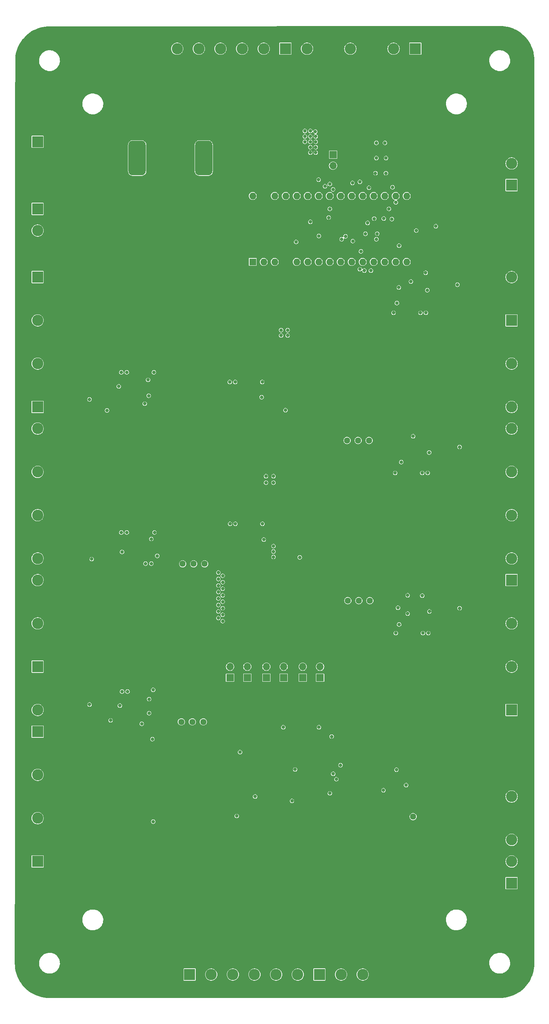
<source format=gbr>
%TF.GenerationSoftware,KiCad,Pcbnew,7.0.7*%
%TF.CreationDate,2023-09-28T18:20:59+01:00*%
%TF.ProjectId,pipcb,70697063-622e-46b6-9963-61645f706362,rev?*%
%TF.SameCoordinates,Original*%
%TF.FileFunction,Copper,L2,Inr*%
%TF.FilePolarity,Positive*%
%FSLAX46Y46*%
G04 Gerber Fmt 4.6, Leading zero omitted, Abs format (unit mm)*
G04 Created by KiCad (PCBNEW 7.0.7) date 2023-09-28 18:20:59*
%MOMM*%
%LPD*%
G01*
G04 APERTURE LIST*
G04 Aperture macros list*
%AMRoundRect*
0 Rectangle with rounded corners*
0 $1 Rounding radius*
0 $2 $3 $4 $5 $6 $7 $8 $9 X,Y pos of 4 corners*
0 Add a 4 corners polygon primitive as box body*
4,1,4,$2,$3,$4,$5,$6,$7,$8,$9,$2,$3,0*
0 Add four circle primitives for the rounded corners*
1,1,$1+$1,$2,$3*
1,1,$1+$1,$4,$5*
1,1,$1+$1,$6,$7*
1,1,$1+$1,$8,$9*
0 Add four rect primitives between the rounded corners*
20,1,$1+$1,$2,$3,$4,$5,0*
20,1,$1+$1,$4,$5,$6,$7,0*
20,1,$1+$1,$6,$7,$8,$9,0*
20,1,$1+$1,$8,$9,$2,$3,0*%
G04 Aperture macros list end*
%TA.AperFunction,ComponentPad*%
%ADD10R,2.600000X2.600000*%
%TD*%
%TA.AperFunction,ComponentPad*%
%ADD11C,2.600000*%
%TD*%
%TA.AperFunction,ComponentPad*%
%ADD12C,0.600000*%
%TD*%
%TA.AperFunction,ComponentPad*%
%ADD13C,1.440000*%
%TD*%
%TA.AperFunction,ComponentPad*%
%ADD14R,1.700000X1.700000*%
%TD*%
%TA.AperFunction,ComponentPad*%
%ADD15O,1.700000X1.700000*%
%TD*%
%TA.AperFunction,ComponentPad*%
%ADD16RoundRect,1.000000X-1.000000X-3.000000X1.000000X-3.000000X1.000000X3.000000X-1.000000X3.000000X0*%
%TD*%
%TA.AperFunction,ComponentPad*%
%ADD17R,1.600000X1.600000*%
%TD*%
%TA.AperFunction,ComponentPad*%
%ADD18O,1.600000X1.600000*%
%TD*%
%TA.AperFunction,ViaPad*%
%ADD19C,0.800000*%
%TD*%
G04 APERTURE END LIST*
D10*
%TO.N,PS_1*%
%TO.C,J15*%
X87540000Y39750000D03*
D11*
%TO.N,Net-(J15-Pin_2)*%
X82540000Y39750000D03*
%TO.N,GND*%
X77540000Y39750000D03*
%TO.N,Net-(J15-Pin_4)*%
X72540000Y39750000D03*
%TO.N,GND*%
X67540000Y39750000D03*
%TO.N,GPIO1*%
X62540000Y39750000D03*
%TD*%
D12*
%TO.N,GND*%
%TO.C,U14*%
X79040000Y-59550000D03*
X79040000Y-58250000D03*
X79040000Y-56950000D03*
X79040000Y-55650000D03*
X77740000Y-59550000D03*
X77740000Y-58250000D03*
X77740000Y-56950000D03*
X77740000Y-55650000D03*
%TD*%
D13*
%TO.N,unconnected-(RV5-Pad1)*%
%TO.C,RV5*%
X71960000Y-87750000D03*
%TO.N,Net-(R46-Pad1)*%
X74500000Y-87750000D03*
%TO.N,/power_rails/rail6/FB*%
X77040000Y-87750000D03*
%TD*%
D14*
%TO.N,Net-(JP5-A)*%
%TO.C,JP5*%
X65540000Y-105550000D03*
D15*
%TO.N,Net-(JP5-B)*%
X65540000Y-103010000D03*
%TD*%
D10*
%TO.N,PS_1*%
%TO.C,J13*%
X109790000Y8250000D03*
D11*
%TO.N,TEMP_SENSOR*%
X109790000Y13250000D03*
%TO.N,GND*%
X109790000Y18250000D03*
%TD*%
D10*
%TO.N,VALVE1_IN*%
%TO.C,J14*%
X290000Y-118000000D03*
D11*
%TO.N,GND*%
X290000Y-123000000D03*
%TO.N,VALVE1_OUT*%
X290000Y-128000000D03*
%TO.N,GND*%
X290000Y-133000000D03*
%TO.N,VALVE2_IN*%
X290000Y-138000000D03*
%TO.N,GND*%
X290000Y-143000000D03*
%TD*%
D10*
%TO.N,RAIL2+*%
%TO.C,J10*%
X109790000Y-23000000D03*
D11*
%TO.N,GND*%
X109790000Y-18000000D03*
%TO.N,RAIL2_EN*%
X109790000Y-13000000D03*
%TD*%
D12*
%TO.N,GND*%
%TO.C,U16*%
X79180000Y-96550000D03*
X79180000Y-95250000D03*
X79180000Y-93950000D03*
X79180000Y-92650000D03*
X77880000Y-96550000D03*
X77880000Y-95250000D03*
X77880000Y-93950000D03*
X77880000Y-92650000D03*
%TD*%
D10*
%TO.N,GND*%
%TO.C,J18*%
X27540000Y39750000D03*
D11*
X22540000Y39750000D03*
%TD*%
D13*
%TO.N,unconnected-(RV3-Pad1)*%
%TO.C,RV3*%
X71790000Y-50750000D03*
%TO.N,Net-(R40-Pad1)*%
X74330000Y-50750000D03*
%TO.N,/power_rails/rail4/FB*%
X76870000Y-50750000D03*
%TD*%
D12*
%TO.N,GND*%
%TO.C,U13*%
X31000000Y-70700000D03*
X31000000Y-72000000D03*
X31000000Y-73300000D03*
X31000000Y-74600000D03*
X32300000Y-70700000D03*
X32300000Y-72000000D03*
X32300000Y-73300000D03*
X32300000Y-74600000D03*
%TD*%
D10*
%TO.N,RAIL1+*%
%TO.C,J2*%
X290000Y-13000000D03*
D11*
%TO.N,GND*%
X290000Y-18000000D03*
%TO.N,RAIL1+*%
X290000Y-23000000D03*
%TO.N,GND*%
X290000Y-28000000D03*
%TO.N,RAIL1+*%
X290000Y-33000000D03*
%TO.N,GND*%
X290000Y-38000000D03*
%TD*%
D10*
%TO.N,PS_1*%
%TO.C,J12*%
X109790000Y-153000000D03*
D11*
%TO.N,PS_2*%
X109790000Y-148000000D03*
%TO.N,PS_TRIGGER*%
X109790000Y-143000000D03*
%TO.N,GND*%
X109790000Y-138000000D03*
%TO.N,PS_RAW_OUT*%
X109790000Y-133000000D03*
%TO.N,GND*%
X109790000Y-128000000D03*
%TD*%
D10*
%TO.N,RAIL6+*%
%TO.C,J1*%
X109790000Y-113000000D03*
D11*
%TO.N,GND*%
X109790000Y-108000000D03*
%TO.N,RAIL6+*%
X109790000Y-103000000D03*
%TO.N,GND*%
X109790000Y-98000000D03*
%TO.N,RAIL6+*%
X109790000Y-93000000D03*
%TO.N,GND*%
X109790000Y-88000000D03*
%TD*%
D14*
%TO.N,Net-(A1-A4)*%
%TO.C,J9*%
X68540000Y15275000D03*
D15*
%TO.N,Net-(A1-A5)*%
X68540000Y12735000D03*
%TD*%
D14*
%TO.N,Net-(JP1-A)*%
%TO.C,JP2*%
X44740000Y-105550000D03*
D15*
%TO.N,Net-(JP2-B)*%
X44740000Y-103010000D03*
%TD*%
D10*
%TO.N,RAIL1_EN*%
%TO.C,J5*%
X290000Y-43000000D03*
D11*
%TO.N,RAIL3+*%
X290000Y-48000000D03*
%TO.N,GND*%
X290000Y-53000000D03*
%TO.N,RAIL3+*%
X290000Y-58000000D03*
%TO.N,GND*%
X290000Y-63000000D03*
%TO.N,RAIL3+*%
X290000Y-68000000D03*
%TD*%
D12*
%TO.N,GND*%
%TO.C,U18*%
X56040000Y-35950000D03*
X56040000Y-37250000D03*
X56040000Y-38550000D03*
X56040000Y-39850000D03*
X57340000Y-35950000D03*
X57340000Y-37250000D03*
X57340000Y-38550000D03*
X57340000Y-39850000D03*
%TD*%
%TO.N,GND*%
%TO.C,U15*%
X31165000Y-107450000D03*
X31165000Y-108750000D03*
X31165000Y-110050000D03*
X31165000Y-111350000D03*
X32465000Y-107450000D03*
X32465000Y-108750000D03*
X32465000Y-110050000D03*
X32465000Y-111350000D03*
%TD*%
D10*
%TO.N,RAIL5+*%
%TO.C,J11*%
X290000Y-103000000D03*
D11*
%TO.N,GND*%
X290000Y-108000000D03*
%TO.N,RAIL5_EN*%
X290000Y-113000000D03*
%TD*%
D12*
%TO.N,GND*%
%TO.C,U3*%
X20665000Y-142550000D03*
X21965000Y-142550000D03*
X23265000Y-142550000D03*
X24565000Y-142550000D03*
X25865000Y-142550000D03*
X20665000Y-141250000D03*
X21965000Y-141250000D03*
X23265000Y-141250000D03*
X24565000Y-141250000D03*
X25865000Y-141250000D03*
X20665000Y-139950000D03*
X21965000Y-139950000D03*
X23265000Y-139950000D03*
X24565000Y-139950000D03*
X25865000Y-139950000D03*
%TD*%
D14*
%TO.N,Net-(JP1-A)*%
%TO.C,JP1*%
X48740000Y-105550000D03*
D15*
%TO.N,Net-(JP1-B)*%
X48740000Y-103010000D03*
%TD*%
D13*
%TO.N,unconnected-(RV4-Pad1)*%
%TO.C,RV4*%
X38580000Y-115750000D03*
%TO.N,Net-(R43-Pad1)*%
X36040000Y-115750000D03*
%TO.N,/power_rails/rail5/FB*%
X33500000Y-115750000D03*
%TD*%
D12*
%TO.N,GND*%
%TO.C,U11*%
X31000000Y-33700000D03*
X31000000Y-35000000D03*
X31000000Y-36300000D03*
X31000000Y-37600000D03*
X32300000Y-33700000D03*
X32300000Y-35000000D03*
X32300000Y-36300000D03*
X32300000Y-37600000D03*
%TD*%
D10*
%TO.N,LED1_OUT+*%
%TO.C,J19*%
X35390000Y-174120000D03*
D11*
%TO.N,LED1_OUT-*%
X40390000Y-174120000D03*
%TO.N,LED1_CONTROL*%
X45390000Y-174120000D03*
%TO.N,LED2_OUT+*%
X50390000Y-174120000D03*
%TO.N,LED2_OUT-*%
X55390000Y-174120000D03*
%TO.N,LED2_CONTROL*%
X60390000Y-174120000D03*
%TD*%
D13*
%TO.N,unconnected-(RV2-Pad1)*%
%TO.C,RV2*%
X38870000Y-79250000D03*
%TO.N,Net-(R37-Pad1)*%
X36330000Y-79250000D03*
%TO.N,/power_rails/rail3/FB*%
X33790000Y-79250000D03*
%TD*%
D12*
%TO.N,GND*%
%TO.C,U17*%
X56096250Y-68700000D03*
X56096250Y-70000000D03*
X56096250Y-71300000D03*
X56096250Y-72600000D03*
X57396250Y-68700000D03*
X57396250Y-70000000D03*
X57396250Y-71300000D03*
X57396250Y-72600000D03*
%TD*%
D10*
%TO.N,VALVE2_OUT*%
%TO.C,J16*%
X290000Y-148000000D03*
D11*
%TO.N,GND*%
X290000Y-153000000D03*
%TD*%
D10*
%TO.N,LED3_OUT+*%
%TO.C,J20*%
X65390000Y-174120000D03*
D11*
%TO.N,LED3_OUT-*%
X70390000Y-174120000D03*
%TO.N,LED3_CONTROL*%
X75390000Y-174120000D03*
%TD*%
D12*
%TO.N,GND*%
%TO.C,U12*%
X78640000Y-22550000D03*
X78640000Y-21250000D03*
X78640000Y-19950000D03*
X78640000Y-18650000D03*
X77340000Y-22550000D03*
X77340000Y-21250000D03*
X77340000Y-19950000D03*
X77340000Y-18650000D03*
%TD*%
%TO.N,GND*%
%TO.C,U2*%
X20665000Y-123550000D03*
X21965000Y-123550000D03*
X23265000Y-123550000D03*
X24565000Y-123550000D03*
X25865000Y-123550000D03*
X20665000Y-122250000D03*
X21965000Y-122250000D03*
X23265000Y-122250000D03*
X24565000Y-122250000D03*
X25865000Y-122250000D03*
X20665000Y-120950000D03*
X21965000Y-120950000D03*
X23265000Y-120950000D03*
X24565000Y-120950000D03*
X25865000Y-120950000D03*
%TD*%
D14*
%TO.N,Net-(JP3-A)*%
%TO.C,JP4*%
X53140000Y-105550000D03*
D15*
%TO.N,Net-(JP4-B)*%
X53140000Y-103010000D03*
%TD*%
D16*
%TO.N,+VDC*%
%TO.C,SW1*%
X23290000Y14500000D03*
%TO.N,Net-(SW1-B)*%
X38690000Y14500000D03*
%TD*%
D17*
%TO.N,unconnected-(A1-D1{slash}TX-Pad1)*%
%TO.C,A1*%
X50000000Y-9500000D03*
D18*
%TO.N,unconnected-(A1-D0{slash}RX-Pad2)*%
X52540000Y-9500000D03*
%TO.N,unconnected-(A1-~{RESET}-Pad3)*%
X55080000Y-9500000D03*
%TO.N,GND*%
X57620000Y-9500000D03*
%TO.N,TEMP_SENSOR*%
X60160000Y-9500000D03*
%TO.N,PELTIER_CONTROL*%
X62700000Y-9500000D03*
%TO.N,FLIPPER_ENABLE*%
X65240000Y-9500000D03*
%TO.N,FLIPPER_OUT*%
X67780000Y-9500000D03*
%TO.N,GPIO5*%
X70320000Y-9500000D03*
%TO.N,GPIO6*%
X72860000Y-9500000D03*
%TO.N,LED_STATUS*%
X75400000Y-9500000D03*
%TO.N,LED_WARNING*%
X77940000Y-9500000D03*
%TO.N,OVERHEAT*%
X80480000Y-9500000D03*
%TO.N,GPIO1*%
X83020000Y-9500000D03*
%TO.N,GPIO2*%
X85560000Y-9500000D03*
%TO.N,GPIO3*%
X85560000Y5740000D03*
%TO.N,unconnected-(A1-3V3-Pad17)*%
X83020000Y5740000D03*
%TO.N,PS_1*%
X80480000Y5740000D03*
%TO.N,CURRENT_ADC*%
X77940000Y5740000D03*
%TO.N,LED1_CURR*%
X75400000Y5740000D03*
%TO.N,LED2_CURR*%
X72860000Y5740000D03*
%TO.N,LED3_CURR*%
X70320000Y5740000D03*
%TO.N,Net-(A1-A4)*%
X67780000Y5740000D03*
%TO.N,Net-(A1-A5)*%
X65240000Y5740000D03*
%TO.N,24_V_ADC*%
X62700000Y5740000D03*
%TO.N,GPIO4*%
X60160000Y5740000D03*
%TO.N,PS_1*%
X57620000Y5740000D03*
%TO.N,unconnected-(A1-~{RESET}-Pad28)*%
X55080000Y5740000D03*
%TO.N,GND*%
X52540000Y5740000D03*
%TO.N,unconnected-(A1-VIN-Pad30)*%
X50000000Y5740000D03*
%TD*%
D10*
%TO.N,+VDC*%
%TO.C,J3*%
X290000Y18250000D03*
D11*
%TO.N,GND*%
X290000Y13250000D03*
%TD*%
D10*
%TO.N,GPIO2*%
%TO.C,J17*%
X57540000Y39750000D03*
D11*
%TO.N,GPIO3*%
X52540000Y39750000D03*
%TO.N,GPIO4*%
X47540000Y39750000D03*
%TO.N,GPIO5*%
X42540000Y39750000D03*
%TO.N,GPIO6*%
X37540000Y39750000D03*
%TO.N,Net-(J17-Pin_6)*%
X32540000Y39750000D03*
%TD*%
D10*
%TO.N,RAIL6_EN*%
%TO.C,J4*%
X109790000Y-83000000D03*
D11*
%TO.N,RAIL4+*%
X109790000Y-78000000D03*
%TO.N,GND*%
X109790000Y-73000000D03*
%TO.N,RAIL4+*%
X109790000Y-68000000D03*
%TO.N,GND*%
X109790000Y-63000000D03*
%TO.N,RAIL4+*%
X109790000Y-58000000D03*
%TD*%
D10*
%TO.N,GND*%
%TO.C,J8*%
X290000Y-73000000D03*
D11*
%TO.N,RAIL3_EN*%
X290000Y-78000000D03*
%TO.N,RAIL5+*%
X290000Y-83000000D03*
%TO.N,GND*%
X290000Y-88000000D03*
%TO.N,RAIL5+*%
X290000Y-93000000D03*
%TO.N,GND*%
X290000Y-98000000D03*
%TD*%
D10*
%TO.N,GND*%
%TO.C,J7*%
X109790000Y-53000000D03*
D11*
%TO.N,RAIL4_EN*%
X109790000Y-48000000D03*
%TO.N,RAIL2+*%
X109790000Y-43000000D03*
%TO.N,GND*%
X109790000Y-38000000D03*
%TO.N,RAIL2+*%
X109790000Y-33000000D03*
%TO.N,GND*%
X109790000Y-28000000D03*
%TD*%
D14*
%TO.N,Net-(JP3-A)*%
%TO.C,JP3*%
X57140000Y-105550000D03*
D15*
%TO.N,Net-(JP3-B)*%
X57140000Y-103010000D03*
%TD*%
D10*
%TO.N,+24V*%
%TO.C,J6*%
X290000Y2750000D03*
D11*
%TO.N,PELTIER_OUT*%
X290000Y-2250000D03*
%TD*%
D14*
%TO.N,Net-(JP5-A)*%
%TO.C,JP6*%
X61540000Y-105550000D03*
D15*
%TO.N,Net-(JP6-B)*%
X61540000Y-103010000D03*
%TD*%
D13*
%TO.N,Net-(R17-Pad2)*%
%TO.C,RV1*%
X87040000Y-137650000D03*
%TO.N,GND*%
X84500000Y-137650000D03*
X81960000Y-137650000D03*
%TD*%
D19*
%TO.N,GPIO5*%
X70540000Y-4250000D03*
%TO.N,PS_1*%
X84290000Y-55750000D03*
X80190000Y-131550000D03*
X58040000Y-25250000D03*
X17140000Y-115400000D03*
X85789995Y-86525844D03*
X85790000Y-90750000D03*
X56540000Y-25250000D03*
X81465500Y2750000D03*
X86540000Y-14025000D03*
X26040000Y-110500000D03*
X83290000Y-19000000D03*
X60000000Y-4874500D03*
X83790000Y-93250000D03*
X25231589Y-79191589D03*
X52540000Y-73650000D03*
X25040000Y-42250000D03*
X58040000Y-26500000D03*
X56540000Y-26500000D03*
X26540000Y-73500000D03*
X87040000Y-49775000D03*
X57540000Y-43750000D03*
X52040000Y-40750000D03*
X25790000Y-36750000D03*
X60846250Y-77750000D03*
%TO.N,+24V*%
X83040000Y-95250000D03*
X88750000Y-21250000D03*
X43040000Y-86500000D03*
X20890000Y-35000000D03*
X20890000Y-72000000D03*
X43040000Y-89500000D03*
X92290000Y-1250000D03*
X27140000Y-35000000D03*
X42040000Y-85750000D03*
X90400000Y-58250000D03*
X52236250Y-70000000D03*
X63290000Y20750000D03*
X43040000Y-91000000D03*
X42040000Y-88750000D03*
X26981303Y-108357321D03*
X42040000Y-87250000D03*
X63290000Y15750000D03*
X64540000Y17000000D03*
X89150000Y-58250000D03*
X42040000Y-91750000D03*
X43040000Y-82000000D03*
X19640000Y-35000000D03*
X19805000Y-108750000D03*
X64540000Y18250000D03*
X44736250Y-70000000D03*
X90540000Y-95250000D03*
X43040000Y-88000000D03*
X89290000Y-95250000D03*
X63290000Y17000000D03*
X42040000Y-81250000D03*
X19640000Y-72000000D03*
X82500000Y-21250000D03*
X43040000Y-85000000D03*
X64450038Y20613984D03*
X62040000Y20750000D03*
X64540000Y19500000D03*
X45930000Y-37250000D03*
X43040000Y-92500000D03*
X63290000Y18250000D03*
X62040000Y18250000D03*
X27289500Y-72000000D03*
X52180000Y-37250000D03*
X63290000Y19500000D03*
X42040000Y-84250000D03*
X45986250Y-70000000D03*
X42040000Y-90250000D03*
X42040000Y-82750000D03*
X21055000Y-108750000D03*
X82900000Y-58250000D03*
X44680000Y-37250000D03*
X90000000Y-21250000D03*
X43040000Y-83500000D03*
X62040000Y19500000D03*
X64540000Y15750000D03*
%TO.N,GPIO4*%
X66676301Y7988767D03*
%TO.N,GPIO3*%
X83040000Y4250000D03*
X68540000Y7250000D03*
%TO.N,GPIO2*%
X76540000Y-500000D03*
X67790000Y2750000D03*
%TO.N,GPIO1*%
X83790000Y-5750000D03*
%TO.N,24_V_ADC*%
X78040000Y500000D03*
X80264333Y538931D03*
X87750000Y-2250000D03*
%TO.N,CURRENT_ADC*%
X76824695Y7650733D03*
X65215499Y9500000D03*
%TO.N,PELTIER_CONTROL*%
X74725500Y9000000D03*
X67514500Y750000D03*
X63290000Y-250000D03*
X73026999Y8750000D03*
%TO.N,Net-(A1-A5)*%
X67790000Y8500000D03*
%TO.N,GND*%
X39140000Y-37500000D03*
X40890000Y-100000D03*
X40290000Y-70500000D03*
X19890000Y-32500000D03*
X55540000Y9750000D03*
X44930000Y-34750000D03*
X89943713Y-15208891D03*
X19890000Y-29500000D03*
X99540000Y-128500000D03*
X90150000Y-62250000D03*
X23515000Y-153362500D03*
X39290000Y-69250000D03*
X29765000Y-128112500D03*
X32040000Y-86750000D03*
X19540000Y-114500000D03*
X70289647Y-95575459D03*
X28765000Y-128112500D03*
X70040000Y-59750000D03*
X31890000Y-12500000D03*
X56986250Y-47750000D03*
X39290000Y-71750000D03*
X100040000Y-80000000D03*
X40540000Y-107250000D03*
X20055000Y-106250000D03*
X44986250Y-67500000D03*
X64290000Y-37250000D03*
X44986250Y-66000000D03*
X21265000Y-153362500D03*
X57040000Y-132375500D03*
X102940000Y1200000D03*
X25765000Y-134112500D03*
X21265000Y-134112500D03*
X83540000Y-117500000D03*
X51736250Y-47750000D03*
X39540000Y-108500000D03*
X71040000Y-58500000D03*
X31140000Y-138000000D03*
X53040000Y-42750000D03*
X56140000Y-114550000D03*
X89750000Y-25250000D03*
X19890000Y-69500000D03*
X31890000Y-49750000D03*
X19819977Y-77720023D03*
X78440000Y-123800000D03*
X69290000Y-20000000D03*
X90745897Y-52227822D03*
X71040000Y-61000000D03*
X47740000Y-114400000D03*
X64540000Y-111150000D03*
X64290000Y-72500000D03*
X56930000Y-15000000D03*
X58540000Y1250000D03*
X70290000Y-21250000D03*
X19890000Y-66500000D03*
X77250000Y2750000D03*
X10040000Y-83000000D03*
X20055000Y-103250000D03*
X29765000Y-147112500D03*
X25765000Y-153362500D03*
X100040000Y-10000000D03*
X100040000Y-45000000D03*
X89750000Y-26750000D03*
X78290000Y-117500000D03*
X89750000Y-23750000D03*
X47740000Y-111150000D03*
X90290000Y-99250000D03*
X83400000Y-80500000D03*
X92290000Y-2750000D03*
X102740000Y-2200000D03*
X70914500Y-97467303D03*
X51680000Y-15000000D03*
X55540000Y14250000D03*
X23515000Y-134112500D03*
X39640000Y-100000D03*
X31140000Y-119112500D03*
X64290000Y-34750000D03*
X90790000Y-89250000D03*
X88190000Y-127050000D03*
X26540000Y-12500000D03*
X27289500Y-49649507D03*
X10040000Y-116000000D03*
X64540000Y-114550000D03*
X70790000Y-95000000D03*
X44930000Y-31750000D03*
X19890000Y-68000000D03*
X56140000Y-112600000D03*
X28765000Y-147112500D03*
X48790000Y-132750000D03*
X44986250Y-64500000D03*
X42140000Y-100000D03*
X65474117Y-132684117D03*
X78290000Y-80500000D03*
X65290000Y-71250000D03*
X56140000Y-111150000D03*
X77750000Y-43500000D03*
X26805000Y-86500000D03*
X90150000Y-60750000D03*
X90290000Y-100750000D03*
X90290000Y-97750000D03*
X19397798Y-40127835D03*
X19890000Y-31000000D03*
X38390000Y-100000D03*
X44930000Y-33250000D03*
X39540000Y-106000000D03*
X10040000Y-46000000D03*
X90150000Y-63750000D03*
X39140000Y-35000000D03*
X65290000Y-36000000D03*
X102940000Y-5600000D03*
X20055000Y-104750000D03*
X53290000Y-75400000D03*
X40140000Y-36250000D03*
X70290000Y-18750000D03*
X47740000Y-112800000D03*
X64290000Y-70000000D03*
X64540000Y-112800000D03*
X83000000Y-43500000D03*
%TO.N,VALVE_12V*%
X54790000Y-76400000D03*
X54790000Y-75150000D03*
X54790000Y-77650000D03*
X26996250Y-138793750D03*
X53040000Y-60500000D03*
X54790000Y-60500000D03*
X53040000Y-59000000D03*
X54790000Y-59000000D03*
X26790000Y-119750000D03*
%TO.N,Net-(D2-A)*%
X80790000Y14500000D03*
X78540000Y14500000D03*
%TO.N,Net-(D4-A)*%
X80740000Y11000000D03*
X78340000Y11000000D03*
%TO.N,PS_RAW_OUT*%
X85414500Y-130356424D03*
X83190000Y-126800000D03*
%TO.N,LED1_CONTROL*%
X47040000Y-122750000D03*
X46290000Y-137500000D03*
%TO.N,LED2_CONTROL*%
X59790000Y-126750000D03*
X57040000Y-117000000D03*
%TO.N,RAIL1_PG*%
X16340000Y-43800000D03*
X25940000Y-40400000D03*
%TO.N,RAIL2_EN*%
X97290000Y-14750000D03*
X90304405Y-16032909D03*
%TO.N,RAIL2_PG*%
X83740000Y-15400000D03*
X89940000Y-12000000D03*
%TO.N,RAIL3_EN*%
X12789500Y-78150844D03*
X19790000Y-76500000D03*
%TO.N,RAIL3_PG*%
X26540000Y-79200000D03*
X27940000Y-77400000D03*
%TO.N,RAIL4_EN*%
X90745897Y-53522178D03*
X97790000Y-52250000D03*
%TO.N,RAIL5_EN*%
X12290000Y-111750000D03*
X19290000Y-112000000D03*
%TO.N,RAIL5_PG*%
X26040000Y-113750000D03*
X24340000Y-116200000D03*
%TO.N,RAIL6_EN*%
X97790000Y-89500000D03*
X90790000Y-90250000D03*
%TO.N,RAIL6_PG*%
X89140000Y-86600000D03*
X83540000Y-89400000D03*
%TO.N,LED1_CURR*%
X74976276Y-7063724D03*
X68565999Y-127750000D03*
X50540000Y-133000000D03*
X74731845Y-11174977D03*
%TO.N,LED2_CURR*%
X73098411Y-4691589D03*
X59040000Y-134000000D03*
X69290000Y-129000000D03*
X75790000Y-11500000D03*
%TO.N,LED3_CURR*%
X70290000Y-125750000D03*
X71421101Y-3574500D03*
X77290000Y-11500000D03*
X67790000Y-132250000D03*
%TO.N,RAIL1_EN*%
X19040000Y-38250000D03*
X12290000Y-41250000D03*
%TO.N,LED3_CONTROL*%
X68215000Y-119136899D03*
X65290000Y-117000000D03*
%TO.N,Net-(D1-A)*%
X78540000Y18000000D03*
X80540000Y18000000D03*
%TO.N,Net-(J15-Pin_2)*%
X78540000Y-4250000D03*
X76040000Y-3000000D03*
X65290000Y-3500000D03*
X82290000Y7750000D03*
%TO.N,Net-(J15-Pin_4)*%
X78758767Y-2968767D03*
X82133767Y406233D03*
%TD*%
%TA.AperFunction,Conductor*%
%TO.N,GND*%
G36*
X107671794Y44999244D02*
G01*
X107676087Y44998950D01*
X108210048Y44944058D01*
X108214311Y44943472D01*
X108743321Y44852262D01*
X108747534Y44851387D01*
X109269060Y44724294D01*
X109273198Y44723135D01*
X109784845Y44560746D01*
X109788899Y44559305D01*
X110288278Y44362375D01*
X110292225Y44360660D01*
X110776985Y44130119D01*
X110780805Y44128140D01*
X111248710Y43865051D01*
X111252387Y43862815D01*
X111701253Y43568403D01*
X111704769Y43565921D01*
X112132488Y43241570D01*
X112135826Y43238855D01*
X112540421Y42886068D01*
X112543566Y42883131D01*
X112923131Y42503566D01*
X112926068Y42500421D01*
X113278855Y42095826D01*
X113281570Y42092488D01*
X113605921Y41664769D01*
X113608403Y41661253D01*
X113902815Y41212387D01*
X113905051Y41208710D01*
X114168140Y40740805D01*
X114170119Y40736985D01*
X114400660Y40252225D01*
X114402375Y40248278D01*
X114599305Y39748899D01*
X114600746Y39744845D01*
X114763135Y39233198D01*
X114764294Y39229060D01*
X114847689Y38886850D01*
X114891387Y38707534D01*
X114892262Y38703321D01*
X114983472Y38174311D01*
X114984058Y38170048D01*
X115038950Y37636087D01*
X115039244Y37631794D01*
X115057646Y37093146D01*
X115057646Y-171593146D01*
X115039244Y-172131794D01*
X115038950Y-172136087D01*
X114984058Y-172670048D01*
X114983472Y-172674311D01*
X114892262Y-173203321D01*
X114891386Y-173207534D01*
X114780223Y-173663700D01*
X114764296Y-173729055D01*
X114763135Y-173733198D01*
X114600746Y-174244845D01*
X114599305Y-174248899D01*
X114402375Y-174748278D01*
X114400660Y-174752225D01*
X114170119Y-175236985D01*
X114168140Y-175240805D01*
X113905051Y-175708710D01*
X113902815Y-175712387D01*
X113608403Y-176161253D01*
X113605921Y-176164769D01*
X113281570Y-176592488D01*
X113278855Y-176595826D01*
X112926068Y-177000421D01*
X112923131Y-177003566D01*
X112543566Y-177383131D01*
X112540421Y-177386068D01*
X112135826Y-177738855D01*
X112132488Y-177741570D01*
X111704769Y-178065921D01*
X111701253Y-178068403D01*
X111252387Y-178362815D01*
X111248710Y-178365051D01*
X110780805Y-178628140D01*
X110776985Y-178630119D01*
X110292225Y-178860660D01*
X110288278Y-178862375D01*
X109788899Y-179059305D01*
X109784845Y-179060746D01*
X109273198Y-179223135D01*
X109269060Y-179224294D01*
X108979912Y-179294758D01*
X108747534Y-179351387D01*
X108743321Y-179352262D01*
X108214311Y-179443472D01*
X108210048Y-179444058D01*
X107676087Y-179498950D01*
X107671794Y-179499244D01*
X107133146Y-179517646D01*
X2946854Y-179517646D01*
X2408205Y-179499244D01*
X2403912Y-179498950D01*
X1869951Y-179444058D01*
X1865687Y-179443472D01*
X1336678Y-179352261D01*
X1332471Y-179351387D01*
X810932Y-179224291D01*
X806802Y-179223134D01*
X295150Y-179060742D01*
X291096Y-179059301D01*
X-208272Y-178862377D01*
X-212219Y-178860662D01*
X-696984Y-178630117D01*
X-700805Y-178628138D01*
X-1168709Y-178365048D01*
X-1172386Y-178362812D01*
X-1621252Y-178068402D01*
X-1624767Y-178065920D01*
X-2052480Y-177741575D01*
X-2055818Y-177738860D01*
X-2460425Y-177386060D01*
X-2463570Y-177383123D01*
X-2843123Y-177003570D01*
X-2846060Y-177000425D01*
X-3198860Y-176595818D01*
X-3201575Y-176592480D01*
X-3525920Y-176164767D01*
X-3528402Y-176161252D01*
X-3822812Y-175712386D01*
X-3825048Y-175708709D01*
X-3981817Y-175429897D01*
X33989500Y-175429897D01*
X33994171Y-175453382D01*
X33995331Y-175459213D01*
X34017543Y-175492457D01*
X34039655Y-175507231D01*
X34050785Y-175514668D01*
X34050787Y-175514669D01*
X34080101Y-175520500D01*
X36699898Y-175520499D01*
X36729213Y-175514669D01*
X36762457Y-175492457D01*
X36784669Y-175459213D01*
X36790500Y-175429899D01*
X36790499Y-174120000D01*
X38984700Y-174120000D01*
X39003866Y-174351308D01*
X39003867Y-174351314D01*
X39060842Y-174576299D01*
X39060844Y-174576303D01*
X39154075Y-174788848D01*
X39154076Y-174788849D01*
X39281021Y-174983153D01*
X39438216Y-175153913D01*
X39621373Y-175296469D01*
X39621374Y-175296470D01*
X39825497Y-175406936D01*
X39825499Y-175406937D01*
X39892380Y-175429897D01*
X40045019Y-175482298D01*
X40273951Y-175520500D01*
X40273955Y-175520500D01*
X40506045Y-175520500D01*
X40506049Y-175520500D01*
X40734981Y-175482298D01*
X40954503Y-175406936D01*
X41158626Y-175296470D01*
X41341784Y-175153913D01*
X41498979Y-174983153D01*
X41625924Y-174788849D01*
X41719157Y-174576300D01*
X41776134Y-174351305D01*
X41795300Y-174120000D01*
X43984700Y-174120000D01*
X44003866Y-174351308D01*
X44003867Y-174351314D01*
X44060842Y-174576299D01*
X44060844Y-174576303D01*
X44154075Y-174788848D01*
X44154076Y-174788849D01*
X44281021Y-174983153D01*
X44438216Y-175153913D01*
X44621373Y-175296469D01*
X44621374Y-175296470D01*
X44825497Y-175406936D01*
X44825499Y-175406937D01*
X44892380Y-175429897D01*
X45045019Y-175482298D01*
X45273951Y-175520500D01*
X45273955Y-175520500D01*
X45506045Y-175520500D01*
X45506049Y-175520500D01*
X45734981Y-175482298D01*
X45954503Y-175406936D01*
X46158626Y-175296470D01*
X46341784Y-175153913D01*
X46498979Y-174983153D01*
X46625924Y-174788849D01*
X46719157Y-174576300D01*
X46776134Y-174351305D01*
X46795300Y-174120000D01*
X48984700Y-174120000D01*
X49003866Y-174351308D01*
X49003867Y-174351314D01*
X49060842Y-174576299D01*
X49060844Y-174576303D01*
X49154075Y-174788848D01*
X49154076Y-174788849D01*
X49281021Y-174983153D01*
X49438216Y-175153913D01*
X49621373Y-175296469D01*
X49621374Y-175296470D01*
X49825497Y-175406936D01*
X49825499Y-175406937D01*
X49892380Y-175429897D01*
X50045019Y-175482298D01*
X50273951Y-175520500D01*
X50273955Y-175520500D01*
X50506045Y-175520500D01*
X50506049Y-175520500D01*
X50734981Y-175482298D01*
X50954503Y-175406936D01*
X51158626Y-175296470D01*
X51341784Y-175153913D01*
X51498979Y-174983153D01*
X51625924Y-174788849D01*
X51719157Y-174576300D01*
X51776134Y-174351305D01*
X51795300Y-174120000D01*
X53984700Y-174120000D01*
X54003866Y-174351308D01*
X54003867Y-174351314D01*
X54060842Y-174576299D01*
X54060844Y-174576303D01*
X54154075Y-174788848D01*
X54154076Y-174788849D01*
X54281021Y-174983153D01*
X54438216Y-175153913D01*
X54621373Y-175296469D01*
X54621374Y-175296470D01*
X54825497Y-175406936D01*
X54825499Y-175406937D01*
X54892380Y-175429897D01*
X55045019Y-175482298D01*
X55273951Y-175520500D01*
X55273955Y-175520500D01*
X55506045Y-175520500D01*
X55506049Y-175520500D01*
X55734981Y-175482298D01*
X55954503Y-175406936D01*
X56158626Y-175296470D01*
X56341784Y-175153913D01*
X56498979Y-174983153D01*
X56625924Y-174788849D01*
X56719157Y-174576300D01*
X56776134Y-174351305D01*
X56795300Y-174120000D01*
X58984700Y-174120000D01*
X59003866Y-174351308D01*
X59003867Y-174351314D01*
X59060842Y-174576299D01*
X59060844Y-174576303D01*
X59154075Y-174788848D01*
X59154076Y-174788849D01*
X59281021Y-174983153D01*
X59438216Y-175153913D01*
X59621373Y-175296469D01*
X59621374Y-175296470D01*
X59825497Y-175406936D01*
X59825499Y-175406937D01*
X59892380Y-175429897D01*
X60045019Y-175482298D01*
X60273951Y-175520500D01*
X60273955Y-175520500D01*
X60506045Y-175520500D01*
X60506049Y-175520500D01*
X60734981Y-175482298D01*
X60887620Y-175429897D01*
X63989500Y-175429897D01*
X63994171Y-175453381D01*
X63995331Y-175459213D01*
X64017543Y-175492457D01*
X64039655Y-175507231D01*
X64050785Y-175514668D01*
X64050787Y-175514669D01*
X64080101Y-175520500D01*
X66699898Y-175520499D01*
X66729213Y-175514669D01*
X66762457Y-175492457D01*
X66784669Y-175459213D01*
X66790500Y-175429899D01*
X66790499Y-174119999D01*
X68984700Y-174119999D01*
X69003866Y-174351308D01*
X69003867Y-174351314D01*
X69060842Y-174576299D01*
X69060844Y-174576303D01*
X69154075Y-174788848D01*
X69154076Y-174788849D01*
X69281021Y-174983153D01*
X69438216Y-175153913D01*
X69621373Y-175296469D01*
X69621374Y-175296470D01*
X69825497Y-175406936D01*
X69825499Y-175406937D01*
X69892380Y-175429897D01*
X70045019Y-175482298D01*
X70273951Y-175520500D01*
X70273955Y-175520500D01*
X70506045Y-175520500D01*
X70506049Y-175520500D01*
X70734981Y-175482298D01*
X70954503Y-175406936D01*
X71158626Y-175296470D01*
X71341784Y-175153913D01*
X71498979Y-174983153D01*
X71625924Y-174788849D01*
X71719157Y-174576300D01*
X71776134Y-174351305D01*
X71795300Y-174120000D01*
X71795300Y-174119999D01*
X73984700Y-174119999D01*
X74003866Y-174351308D01*
X74003867Y-174351314D01*
X74060842Y-174576299D01*
X74060844Y-174576303D01*
X74154075Y-174788848D01*
X74154076Y-174788849D01*
X74281021Y-174983153D01*
X74438216Y-175153913D01*
X74621373Y-175296469D01*
X74621374Y-175296470D01*
X74825497Y-175406936D01*
X74825499Y-175406937D01*
X74892380Y-175429897D01*
X75045019Y-175482298D01*
X75273951Y-175520500D01*
X75273955Y-175520500D01*
X75506045Y-175520500D01*
X75506049Y-175520500D01*
X75734981Y-175482298D01*
X75954503Y-175406936D01*
X76158626Y-175296470D01*
X76341784Y-175153913D01*
X76498979Y-174983153D01*
X76625924Y-174788849D01*
X76719157Y-174576300D01*
X76776134Y-174351305D01*
X76795300Y-174120000D01*
X76776134Y-173888695D01*
X76776133Y-173888691D01*
X76776132Y-173888685D01*
X76719157Y-173663700D01*
X76719155Y-173663696D01*
X76625924Y-173451151D01*
X76498981Y-173256850D01*
X76498980Y-173256849D01*
X76498979Y-173256847D01*
X76341784Y-173086087D01*
X76158626Y-172943530D01*
X76158625Y-172943529D01*
X75954502Y-172833063D01*
X75954500Y-172833062D01*
X75734985Y-172757703D01*
X75734978Y-172757701D01*
X75637000Y-172741352D01*
X75506049Y-172719500D01*
X75273951Y-172719500D01*
X75159383Y-172738618D01*
X75045021Y-172757701D01*
X75045014Y-172757703D01*
X74825499Y-172833062D01*
X74825497Y-172833063D01*
X74621374Y-172943529D01*
X74621373Y-172943530D01*
X74438213Y-173086089D01*
X74281018Y-173256850D01*
X74154075Y-173451151D01*
X74060844Y-173663696D01*
X74060842Y-173663700D01*
X74003867Y-173888685D01*
X74003866Y-173888691D01*
X73984700Y-174119999D01*
X71795300Y-174119999D01*
X71776134Y-173888695D01*
X71776133Y-173888691D01*
X71776132Y-173888685D01*
X71719157Y-173663700D01*
X71719155Y-173663696D01*
X71625924Y-173451151D01*
X71498981Y-173256850D01*
X71498980Y-173256849D01*
X71498979Y-173256847D01*
X71341784Y-173086087D01*
X71158626Y-172943530D01*
X71158625Y-172943529D01*
X70954502Y-172833063D01*
X70954500Y-172833062D01*
X70734985Y-172757703D01*
X70734978Y-172757701D01*
X70637000Y-172741352D01*
X70506049Y-172719500D01*
X70273951Y-172719500D01*
X70159383Y-172738618D01*
X70045021Y-172757701D01*
X70045014Y-172757703D01*
X69825499Y-172833062D01*
X69825497Y-172833063D01*
X69621374Y-172943529D01*
X69621373Y-172943530D01*
X69438213Y-173086089D01*
X69281018Y-173256850D01*
X69154075Y-173451151D01*
X69060844Y-173663696D01*
X69060842Y-173663700D01*
X69003867Y-173888685D01*
X69003866Y-173888691D01*
X68984700Y-174119999D01*
X66790499Y-174119999D01*
X66790499Y-172810102D01*
X66784669Y-172780787D01*
X66762457Y-172747543D01*
X66751325Y-172740105D01*
X66729214Y-172725331D01*
X66699899Y-172719500D01*
X64080102Y-172719500D01*
X64050786Y-172725330D01*
X64050787Y-172725331D01*
X64017545Y-172747542D01*
X64017542Y-172747544D01*
X63995331Y-172780785D01*
X63989500Y-172810100D01*
X63989500Y-175429897D01*
X60887620Y-175429897D01*
X60954503Y-175406936D01*
X61158626Y-175296470D01*
X61341784Y-175153913D01*
X61498979Y-174983153D01*
X61625924Y-174788849D01*
X61719157Y-174576300D01*
X61776134Y-174351305D01*
X61795300Y-174120000D01*
X61776134Y-173888695D01*
X61776133Y-173888691D01*
X61776132Y-173888685D01*
X61719157Y-173663700D01*
X61719155Y-173663696D01*
X61625924Y-173451151D01*
X61498981Y-173256850D01*
X61498980Y-173256849D01*
X61498979Y-173256847D01*
X61341784Y-173086087D01*
X61158626Y-172943530D01*
X61158625Y-172943529D01*
X60954502Y-172833063D01*
X60954500Y-172833062D01*
X60734985Y-172757703D01*
X60734978Y-172757701D01*
X60637000Y-172741352D01*
X60506049Y-172719500D01*
X60273951Y-172719500D01*
X60159383Y-172738618D01*
X60045021Y-172757701D01*
X60045014Y-172757703D01*
X59825499Y-172833062D01*
X59825497Y-172833063D01*
X59621374Y-172943529D01*
X59621373Y-172943530D01*
X59438213Y-173086089D01*
X59281018Y-173256850D01*
X59154075Y-173451151D01*
X59060844Y-173663696D01*
X59060842Y-173663700D01*
X59003867Y-173888685D01*
X59003866Y-173888691D01*
X58984700Y-174120000D01*
X56795300Y-174120000D01*
X56776134Y-173888695D01*
X56776133Y-173888691D01*
X56776132Y-173888685D01*
X56719157Y-173663700D01*
X56719155Y-173663696D01*
X56625924Y-173451151D01*
X56498981Y-173256850D01*
X56498980Y-173256849D01*
X56498979Y-173256847D01*
X56341784Y-173086087D01*
X56158626Y-172943530D01*
X56158625Y-172943529D01*
X55954502Y-172833063D01*
X55954500Y-172833062D01*
X55734985Y-172757703D01*
X55734978Y-172757701D01*
X55637000Y-172741352D01*
X55506049Y-172719500D01*
X55273951Y-172719500D01*
X55159383Y-172738618D01*
X55045021Y-172757701D01*
X55045014Y-172757703D01*
X54825499Y-172833062D01*
X54825497Y-172833063D01*
X54621374Y-172943529D01*
X54621373Y-172943530D01*
X54438213Y-173086089D01*
X54281018Y-173256850D01*
X54154075Y-173451151D01*
X54060844Y-173663696D01*
X54060842Y-173663700D01*
X54003867Y-173888685D01*
X54003866Y-173888691D01*
X53984700Y-174120000D01*
X51795300Y-174120000D01*
X51776134Y-173888695D01*
X51776133Y-173888691D01*
X51776132Y-173888685D01*
X51719157Y-173663700D01*
X51719155Y-173663696D01*
X51625924Y-173451151D01*
X51498981Y-173256850D01*
X51498980Y-173256849D01*
X51498979Y-173256847D01*
X51341784Y-173086087D01*
X51158626Y-172943530D01*
X51158625Y-172943529D01*
X50954502Y-172833063D01*
X50954500Y-172833062D01*
X50734985Y-172757703D01*
X50734978Y-172757701D01*
X50637000Y-172741352D01*
X50506049Y-172719500D01*
X50273951Y-172719500D01*
X50159383Y-172738618D01*
X50045021Y-172757701D01*
X50045014Y-172757703D01*
X49825499Y-172833062D01*
X49825497Y-172833063D01*
X49621374Y-172943529D01*
X49621373Y-172943530D01*
X49438213Y-173086089D01*
X49281018Y-173256850D01*
X49154075Y-173451151D01*
X49060844Y-173663696D01*
X49060842Y-173663700D01*
X49003867Y-173888685D01*
X49003866Y-173888691D01*
X48984700Y-174120000D01*
X46795300Y-174120000D01*
X46776134Y-173888695D01*
X46776133Y-173888691D01*
X46776132Y-173888685D01*
X46719157Y-173663700D01*
X46719155Y-173663696D01*
X46625924Y-173451151D01*
X46498981Y-173256850D01*
X46498980Y-173256849D01*
X46498979Y-173256847D01*
X46341784Y-173086087D01*
X46158626Y-172943530D01*
X46158625Y-172943529D01*
X45954502Y-172833063D01*
X45954500Y-172833062D01*
X45734985Y-172757703D01*
X45734978Y-172757701D01*
X45637000Y-172741352D01*
X45506049Y-172719500D01*
X45273951Y-172719500D01*
X45159383Y-172738618D01*
X45045021Y-172757701D01*
X45045014Y-172757703D01*
X44825499Y-172833062D01*
X44825497Y-172833063D01*
X44621374Y-172943529D01*
X44621373Y-172943530D01*
X44438213Y-173086089D01*
X44281018Y-173256850D01*
X44154075Y-173451151D01*
X44060844Y-173663696D01*
X44060842Y-173663700D01*
X44003867Y-173888685D01*
X44003866Y-173888691D01*
X43984700Y-174120000D01*
X41795300Y-174120000D01*
X41776134Y-173888695D01*
X41776133Y-173888691D01*
X41776132Y-173888685D01*
X41719157Y-173663700D01*
X41719155Y-173663696D01*
X41625924Y-173451151D01*
X41498981Y-173256850D01*
X41498980Y-173256849D01*
X41498979Y-173256847D01*
X41341784Y-173086087D01*
X41158626Y-172943530D01*
X41158625Y-172943529D01*
X40954502Y-172833063D01*
X40954500Y-172833062D01*
X40734985Y-172757703D01*
X40734978Y-172757701D01*
X40637000Y-172741352D01*
X40506049Y-172719500D01*
X40273951Y-172719500D01*
X40159383Y-172738618D01*
X40045021Y-172757701D01*
X40045014Y-172757703D01*
X39825499Y-172833062D01*
X39825497Y-172833063D01*
X39621374Y-172943529D01*
X39621373Y-172943530D01*
X39438213Y-173086089D01*
X39281018Y-173256850D01*
X39154075Y-173451151D01*
X39060844Y-173663696D01*
X39060842Y-173663700D01*
X39003867Y-173888685D01*
X39003866Y-173888691D01*
X38984700Y-174120000D01*
X36790499Y-174120000D01*
X36790499Y-172810102D01*
X36784669Y-172780787D01*
X36762457Y-172747543D01*
X36751325Y-172740105D01*
X36729214Y-172725331D01*
X36699899Y-172719500D01*
X34080102Y-172719500D01*
X34050786Y-172725330D01*
X34050787Y-172725331D01*
X34017545Y-172747542D01*
X34017542Y-172747544D01*
X33995331Y-172780785D01*
X33989500Y-172810100D01*
X33989500Y-175429897D01*
X-3981817Y-175429897D01*
X-4088138Y-175240805D01*
X-4090117Y-175236984D01*
X-4320662Y-174752219D01*
X-4322377Y-174748272D01*
X-4519301Y-174248903D01*
X-4520742Y-174244849D01*
X-4683134Y-173733197D01*
X-4684295Y-173729054D01*
X-4698482Y-173670839D01*
X-4811386Y-173207533D01*
X-4812261Y-173203321D01*
X-4903472Y-172674312D01*
X-4904058Y-172670048D01*
X-4958950Y-172136087D01*
X-4959244Y-172131794D01*
X-4977646Y-171593147D01*
X-4977570Y-171422773D01*
X631788Y-171422773D01*
X641683Y-171731355D01*
X641684Y-171731364D01*
X690960Y-172036157D01*
X690961Y-172036160D01*
X778805Y-172332136D01*
X778805Y-172332137D01*
X817462Y-172419462D01*
X903783Y-172614463D01*
X1036301Y-172833063D01*
X1063837Y-172878487D01*
X1256333Y-173119871D01*
X1256341Y-173119880D01*
X1466356Y-173323267D01*
X1478126Y-173334666D01*
X1607160Y-173430966D01*
X1725555Y-173519327D01*
X1725557Y-173519328D01*
X1725561Y-173519331D01*
X1994579Y-173670839D01*
X2280763Y-173786702D01*
X2579413Y-173865018D01*
X2885626Y-173904500D01*
X2885631Y-173904500D01*
X3117106Y-173904500D01*
X3209114Y-173898592D01*
X3348114Y-173889668D01*
X3651168Y-173830649D01*
X3944187Y-173733360D01*
X4222359Y-173599399D01*
X4398922Y-173484468D01*
X4481110Y-173430971D01*
X4481112Y-173430969D01*
X4481117Y-173430966D01*
X4716212Y-173230827D01*
X4923784Y-173002268D01*
X5100424Y-172749041D01*
X5243231Y-172475305D01*
X5349862Y-172185555D01*
X5418565Y-171884548D01*
X5448212Y-171577227D01*
X5443259Y-171422773D01*
X104631788Y-171422773D01*
X104641683Y-171731355D01*
X104641684Y-171731364D01*
X104690960Y-172036157D01*
X104690961Y-172036160D01*
X104778805Y-172332136D01*
X104778805Y-172332137D01*
X104817462Y-172419462D01*
X104903783Y-172614463D01*
X105036301Y-172833063D01*
X105063837Y-172878487D01*
X105256333Y-173119871D01*
X105256341Y-173119880D01*
X105466356Y-173323267D01*
X105478126Y-173334666D01*
X105607160Y-173430966D01*
X105725555Y-173519327D01*
X105725557Y-173519328D01*
X105725561Y-173519331D01*
X105994579Y-173670839D01*
X106280763Y-173786702D01*
X106579413Y-173865018D01*
X106885626Y-173904500D01*
X106885631Y-173904500D01*
X107117106Y-173904500D01*
X107209114Y-173898592D01*
X107348114Y-173889668D01*
X107651168Y-173830649D01*
X107944187Y-173733360D01*
X108222359Y-173599399D01*
X108398922Y-173484468D01*
X108481110Y-173430971D01*
X108481112Y-173430969D01*
X108481117Y-173430966D01*
X108716212Y-173230827D01*
X108923784Y-173002268D01*
X109100424Y-172749041D01*
X109243231Y-172475305D01*
X109349862Y-172185555D01*
X109418565Y-171884548D01*
X109448212Y-171577227D01*
X109438316Y-171268637D01*
X109389040Y-170963847D01*
X109344699Y-170814448D01*
X109301194Y-170667863D01*
X109301194Y-170667862D01*
X109289537Y-170641529D01*
X109176217Y-170385537D01*
X109016164Y-170121514D01*
X108917451Y-169997732D01*
X108823666Y-169880128D01*
X108823658Y-169880119D01*
X108601875Y-169665335D01*
X108601874Y-169665334D01*
X108502305Y-169591024D01*
X108354444Y-169480672D01*
X108085419Y-169329160D01*
X107799241Y-169213299D01*
X107500588Y-169134982D01*
X107449551Y-169128401D01*
X107194374Y-169095500D01*
X106962901Y-169095500D01*
X106962894Y-169095500D01*
X106731880Y-169110332D01*
X106428847Y-169169347D01*
X106428826Y-169169352D01*
X106135812Y-169266640D01*
X105857643Y-169400599D01*
X105598889Y-169569028D01*
X105598887Y-169569030D01*
X105363789Y-169769172D01*
X105156216Y-169997732D01*
X104979575Y-170250961D01*
X104836766Y-170524699D01*
X104730137Y-170814448D01*
X104661434Y-171115454D01*
X104631788Y-171422773D01*
X5443259Y-171422773D01*
X5438316Y-171268637D01*
X5389040Y-170963847D01*
X5344699Y-170814448D01*
X5301194Y-170667863D01*
X5301194Y-170667862D01*
X5289537Y-170641529D01*
X5176217Y-170385537D01*
X5016164Y-170121514D01*
X4917451Y-169997732D01*
X4823666Y-169880128D01*
X4823658Y-169880119D01*
X4601875Y-169665335D01*
X4601874Y-169665334D01*
X4502305Y-169591024D01*
X4354444Y-169480672D01*
X4085419Y-169329160D01*
X3799241Y-169213299D01*
X3500588Y-169134982D01*
X3449551Y-169128401D01*
X3194374Y-169095500D01*
X2962901Y-169095500D01*
X2962894Y-169095500D01*
X2731880Y-169110332D01*
X2428847Y-169169347D01*
X2428826Y-169169352D01*
X2135812Y-169266640D01*
X1857643Y-169400599D01*
X1598889Y-169569028D01*
X1598887Y-169569030D01*
X1363789Y-169769172D01*
X1156216Y-169997732D01*
X979575Y-170250961D01*
X836766Y-170524699D01*
X730137Y-170814448D01*
X661434Y-171115454D01*
X631788Y-171422773D01*
X-4977570Y-171422773D01*
X-4973105Y-161422773D01*
X10631788Y-161422773D01*
X10641683Y-161731355D01*
X10641684Y-161731364D01*
X10690960Y-162036157D01*
X10690961Y-162036160D01*
X10778805Y-162332136D01*
X10778805Y-162332137D01*
X10842180Y-162475300D01*
X10903783Y-162614463D01*
X10985366Y-162749041D01*
X11063837Y-162878487D01*
X11256333Y-163119871D01*
X11256341Y-163119880D01*
X11466356Y-163323267D01*
X11478126Y-163334666D01*
X11607160Y-163430966D01*
X11725555Y-163519327D01*
X11725557Y-163519328D01*
X11725561Y-163519331D01*
X11994579Y-163670839D01*
X12280763Y-163786702D01*
X12579413Y-163865018D01*
X12885626Y-163904500D01*
X12885631Y-163904500D01*
X13117106Y-163904500D01*
X13209114Y-163898592D01*
X13348114Y-163889668D01*
X13651168Y-163830649D01*
X13944187Y-163733360D01*
X14222359Y-163599399D01*
X14398922Y-163484468D01*
X14481110Y-163430971D01*
X14481112Y-163430969D01*
X14481117Y-163430966D01*
X14716212Y-163230827D01*
X14923784Y-163002268D01*
X15100424Y-162749041D01*
X15243231Y-162475305D01*
X15349862Y-162185555D01*
X15418565Y-161884548D01*
X15448212Y-161577227D01*
X15443259Y-161422773D01*
X94631788Y-161422773D01*
X94641683Y-161731355D01*
X94641684Y-161731364D01*
X94690960Y-162036157D01*
X94690961Y-162036160D01*
X94778805Y-162332136D01*
X94778805Y-162332137D01*
X94842180Y-162475300D01*
X94903783Y-162614463D01*
X94985366Y-162749041D01*
X95063837Y-162878487D01*
X95256333Y-163119871D01*
X95256341Y-163119880D01*
X95466356Y-163323267D01*
X95478126Y-163334666D01*
X95607160Y-163430966D01*
X95725555Y-163519327D01*
X95725557Y-163519328D01*
X95725561Y-163519331D01*
X95994579Y-163670839D01*
X96280763Y-163786702D01*
X96579413Y-163865018D01*
X96885626Y-163904500D01*
X96885631Y-163904500D01*
X97117106Y-163904500D01*
X97209114Y-163898592D01*
X97348114Y-163889668D01*
X97651168Y-163830649D01*
X97944187Y-163733360D01*
X98222359Y-163599399D01*
X98398922Y-163484468D01*
X98481110Y-163430971D01*
X98481112Y-163430969D01*
X98481117Y-163430966D01*
X98716212Y-163230827D01*
X98923784Y-163002268D01*
X99100424Y-162749041D01*
X99243231Y-162475305D01*
X99349862Y-162185555D01*
X99418565Y-161884548D01*
X99448212Y-161577227D01*
X99438316Y-161268637D01*
X99389040Y-160963847D01*
X99344699Y-160814448D01*
X99301194Y-160667863D01*
X99301194Y-160667862D01*
X99289537Y-160641529D01*
X99176217Y-160385537D01*
X99016164Y-160121514D01*
X98917451Y-159997732D01*
X98823666Y-159880128D01*
X98823658Y-159880119D01*
X98601875Y-159665335D01*
X98601874Y-159665334D01*
X98502305Y-159591024D01*
X98354444Y-159480672D01*
X98085419Y-159329160D01*
X97799241Y-159213299D01*
X97500588Y-159134982D01*
X97449551Y-159128401D01*
X97194374Y-159095500D01*
X96962901Y-159095500D01*
X96962894Y-159095500D01*
X96731880Y-159110332D01*
X96428847Y-159169347D01*
X96428826Y-159169352D01*
X96135812Y-159266640D01*
X95857643Y-159400599D01*
X95598889Y-159569028D01*
X95598887Y-159569030D01*
X95363789Y-159769172D01*
X95156216Y-159997732D01*
X94979575Y-160250961D01*
X94836766Y-160524699D01*
X94730137Y-160814448D01*
X94661434Y-161115454D01*
X94631788Y-161422773D01*
X15443259Y-161422773D01*
X15438316Y-161268637D01*
X15389040Y-160963847D01*
X15344699Y-160814448D01*
X15301194Y-160667863D01*
X15301194Y-160667862D01*
X15289537Y-160641529D01*
X15176217Y-160385537D01*
X15016164Y-160121514D01*
X14917451Y-159997732D01*
X14823666Y-159880128D01*
X14823658Y-159880119D01*
X14601875Y-159665335D01*
X14601874Y-159665334D01*
X14502305Y-159591024D01*
X14354444Y-159480672D01*
X14085419Y-159329160D01*
X13799241Y-159213299D01*
X13500588Y-159134982D01*
X13449551Y-159128401D01*
X13194374Y-159095500D01*
X12962901Y-159095500D01*
X12962894Y-159095500D01*
X12731880Y-159110332D01*
X12428847Y-159169347D01*
X12428826Y-159169352D01*
X12135812Y-159266640D01*
X11857643Y-159400599D01*
X11598889Y-159569028D01*
X11598887Y-159569030D01*
X11363789Y-159769172D01*
X11156216Y-159997732D01*
X10979575Y-160250961D01*
X10836766Y-160524699D01*
X10730137Y-160814448D01*
X10661434Y-161115454D01*
X10631788Y-161422773D01*
X-4973105Y-161422773D01*
X-4969929Y-154309897D01*
X108389500Y-154309897D01*
X108394171Y-154333381D01*
X108395331Y-154339213D01*
X108417543Y-154372457D01*
X108439655Y-154387231D01*
X108450785Y-154394668D01*
X108450787Y-154394669D01*
X108480101Y-154400500D01*
X111099898Y-154400499D01*
X111129213Y-154394669D01*
X111162457Y-154372457D01*
X111184669Y-154339213D01*
X111190500Y-154309899D01*
X111190499Y-151690102D01*
X111184669Y-151660787D01*
X111162457Y-151627543D01*
X111151325Y-151620105D01*
X111129214Y-151605331D01*
X111099899Y-151599500D01*
X108480102Y-151599500D01*
X108450786Y-151605330D01*
X108450787Y-151605331D01*
X108417545Y-151627542D01*
X108417542Y-151627544D01*
X108395331Y-151660785D01*
X108389500Y-151690100D01*
X108389500Y-154309897D01*
X-4969929Y-154309897D01*
X-4966526Y-146690101D01*
X-1110500Y-146690101D01*
X-1110499Y-149309898D01*
X-1104669Y-149339213D01*
X-1082457Y-149372457D01*
X-1049213Y-149394669D01*
X-1019899Y-149400500D01*
X1599898Y-149400499D01*
X1629213Y-149394669D01*
X1662457Y-149372457D01*
X1684669Y-149339213D01*
X1690500Y-149309899D01*
X1690499Y-148000000D01*
X108384700Y-148000000D01*
X108403866Y-148231308D01*
X108403867Y-148231314D01*
X108460842Y-148456299D01*
X108460844Y-148456303D01*
X108554075Y-148668848D01*
X108554076Y-148668849D01*
X108681021Y-148863153D01*
X108838216Y-149033913D01*
X109021373Y-149176469D01*
X109021374Y-149176470D01*
X109225497Y-149286936D01*
X109225499Y-149286937D01*
X109292380Y-149309897D01*
X109445019Y-149362298D01*
X109673951Y-149400500D01*
X109673955Y-149400500D01*
X109906045Y-149400500D01*
X109906049Y-149400500D01*
X110134981Y-149362298D01*
X110354503Y-149286936D01*
X110558626Y-149176470D01*
X110741784Y-149033913D01*
X110898979Y-148863153D01*
X111025924Y-148668849D01*
X111119157Y-148456300D01*
X111176134Y-148231305D01*
X111195300Y-148000000D01*
X111176134Y-147768695D01*
X111176133Y-147768691D01*
X111176132Y-147768685D01*
X111119157Y-147543700D01*
X111119155Y-147543696D01*
X111025924Y-147331151D01*
X110898981Y-147136850D01*
X110898980Y-147136849D01*
X110898979Y-147136847D01*
X110741784Y-146966087D01*
X110558626Y-146823530D01*
X110558625Y-146823529D01*
X110354502Y-146713063D01*
X110354500Y-146713062D01*
X110134985Y-146637703D01*
X110134978Y-146637701D01*
X110037000Y-146621352D01*
X109906049Y-146599500D01*
X109673951Y-146599500D01*
X109559383Y-146618618D01*
X109445021Y-146637701D01*
X109445014Y-146637703D01*
X109225499Y-146713062D01*
X109225497Y-146713063D01*
X109021374Y-146823529D01*
X109021373Y-146823530D01*
X108838213Y-146966089D01*
X108681018Y-147136850D01*
X108554075Y-147331151D01*
X108460844Y-147543696D01*
X108460842Y-147543700D01*
X108403867Y-147768685D01*
X108403866Y-147768691D01*
X108384700Y-148000000D01*
X1690499Y-148000000D01*
X1690499Y-146690102D01*
X1684669Y-146660787D01*
X1662457Y-146627543D01*
X1651325Y-146620105D01*
X1629214Y-146605331D01*
X1599899Y-146599500D01*
X-1019897Y-146599500D01*
X-1043381Y-146604171D01*
X-1049213Y-146605331D01*
X-1082457Y-146627543D01*
X-1104669Y-146660787D01*
X-1110500Y-146690101D01*
X-4966526Y-146690101D01*
X-4964878Y-143000000D01*
X108384700Y-143000000D01*
X108403866Y-143231308D01*
X108403867Y-143231314D01*
X108460842Y-143456299D01*
X108460844Y-143456303D01*
X108554075Y-143668848D01*
X108554076Y-143668849D01*
X108681021Y-143863153D01*
X108838216Y-144033913D01*
X109021373Y-144176469D01*
X109021374Y-144176470D01*
X109225497Y-144286936D01*
X109225499Y-144286937D01*
X109340754Y-144326504D01*
X109445019Y-144362298D01*
X109673951Y-144400500D01*
X109673955Y-144400500D01*
X109906045Y-144400500D01*
X109906049Y-144400500D01*
X110134981Y-144362298D01*
X110354503Y-144286936D01*
X110558626Y-144176470D01*
X110741784Y-144033913D01*
X110898979Y-143863153D01*
X111025924Y-143668849D01*
X111119157Y-143456300D01*
X111176134Y-143231305D01*
X111195300Y-143000000D01*
X111176134Y-142768695D01*
X111176133Y-142768691D01*
X111176132Y-142768685D01*
X111119157Y-142543700D01*
X111119155Y-142543696D01*
X111025924Y-142331151D01*
X110898981Y-142136850D01*
X110898980Y-142136849D01*
X110898979Y-142136847D01*
X110741784Y-141966087D01*
X110558626Y-141823530D01*
X110558625Y-141823529D01*
X110354502Y-141713063D01*
X110354500Y-141713062D01*
X110134985Y-141637703D01*
X110134978Y-141637701D01*
X110037000Y-141621352D01*
X109906049Y-141599500D01*
X109673951Y-141599500D01*
X109559383Y-141618618D01*
X109445021Y-141637701D01*
X109445014Y-141637703D01*
X109225499Y-141713062D01*
X109225497Y-141713063D01*
X109021374Y-141823529D01*
X109021373Y-141823530D01*
X108838213Y-141966089D01*
X108681018Y-142136850D01*
X108554075Y-142331151D01*
X108460844Y-142543696D01*
X108460842Y-142543700D01*
X108403867Y-142768685D01*
X108403866Y-142768691D01*
X108384700Y-143000000D01*
X-4964878Y-143000000D01*
X-4962645Y-138000000D01*
X-1115300Y-138000000D01*
X-1096134Y-138231305D01*
X-1039157Y-138456300D01*
X-945924Y-138668849D01*
X-818979Y-138863153D01*
X-661784Y-139033913D01*
X-478626Y-139176470D01*
X-274503Y-139286936D01*
X-54981Y-139362298D01*
X173951Y-139400500D01*
X173955Y-139400500D01*
X406045Y-139400500D01*
X406049Y-139400500D01*
X634981Y-139362298D01*
X854503Y-139286936D01*
X1058626Y-139176470D01*
X1241784Y-139033913D01*
X1398979Y-138863153D01*
X1444322Y-138793750D01*
X26490603Y-138793750D01*
X26511085Y-138936206D01*
X26570873Y-139067123D01*
X26665123Y-139175894D01*
X26725659Y-139214797D01*
X26786197Y-139253703D01*
X26924289Y-139294250D01*
X27068211Y-139294250D01*
X27206303Y-139253703D01*
X27327378Y-139175893D01*
X27421627Y-139067123D01*
X27481415Y-138936207D01*
X27501897Y-138793750D01*
X27481415Y-138651293D01*
X27421627Y-138520377D01*
X27327378Y-138411607D01*
X27327377Y-138411606D01*
X27327376Y-138411605D01*
X27206303Y-138333797D01*
X27068211Y-138293250D01*
X26924289Y-138293250D01*
X26786196Y-138333797D01*
X26665123Y-138411605D01*
X26570873Y-138520376D01*
X26511085Y-138651293D01*
X26490603Y-138793750D01*
X1444322Y-138793750D01*
X1525924Y-138668849D01*
X1619157Y-138456300D01*
X1676134Y-138231305D01*
X1695300Y-138000000D01*
X1676134Y-137768695D01*
X1676133Y-137768691D01*
X1676132Y-137768685D01*
X1619157Y-137543700D01*
X1619155Y-137543696D01*
X1599988Y-137500000D01*
X45784353Y-137500000D01*
X45790635Y-137543696D01*
X45804835Y-137642456D01*
X45864623Y-137773373D01*
X45958873Y-137882144D01*
X46019409Y-137921048D01*
X46079947Y-137959953D01*
X46218039Y-138000500D01*
X46361961Y-138000500D01*
X46500053Y-137959953D01*
X46621128Y-137882143D01*
X46715377Y-137773373D01*
X46771720Y-137650000D01*
X86214308Y-137650000D01*
X86235010Y-137833734D01*
X86235011Y-137833736D01*
X86296076Y-138008253D01*
X86296077Y-138008254D01*
X86394447Y-138164811D01*
X86525188Y-138295552D01*
X86623559Y-138357361D01*
X86681746Y-138393923D01*
X86856266Y-138454990D01*
X87040000Y-138475692D01*
X87223734Y-138454990D01*
X87398254Y-138393923D01*
X87554811Y-138295552D01*
X87685552Y-138164811D01*
X87783923Y-138008254D01*
X87844990Y-137833734D01*
X87865692Y-137650000D01*
X87844990Y-137466266D01*
X87783923Y-137291746D01*
X87686594Y-137136847D01*
X87685552Y-137135188D01*
X87554811Y-137004447D01*
X87398254Y-136906077D01*
X87398253Y-136906076D01*
X87278863Y-136864300D01*
X87223734Y-136845010D01*
X87040000Y-136824308D01*
X86856266Y-136845010D01*
X86856263Y-136845010D01*
X86856263Y-136845011D01*
X86681746Y-136906076D01*
X86681745Y-136906077D01*
X86525188Y-137004447D01*
X86394447Y-137135188D01*
X86296077Y-137291745D01*
X86296076Y-137291746D01*
X86235011Y-137466263D01*
X86235010Y-137466266D01*
X86214308Y-137650000D01*
X46771720Y-137650000D01*
X46775165Y-137642457D01*
X46795647Y-137500000D01*
X46775165Y-137357543D01*
X46715377Y-137226627D01*
X46621128Y-137117857D01*
X46621127Y-137117856D01*
X46621126Y-137117855D01*
X46500053Y-137040047D01*
X46361961Y-136999500D01*
X46218039Y-136999500D01*
X46079946Y-137040047D01*
X45958873Y-137117855D01*
X45864623Y-137226626D01*
X45864623Y-137226627D01*
X45804835Y-137357543D01*
X45784353Y-137500000D01*
X1599988Y-137500000D01*
X1525924Y-137331151D01*
X1398981Y-137136850D01*
X1398980Y-137136849D01*
X1398979Y-137136847D01*
X1241784Y-136966087D01*
X1058626Y-136823530D01*
X1058625Y-136823529D01*
X854502Y-136713063D01*
X854500Y-136713062D01*
X634985Y-136637703D01*
X634978Y-136637701D01*
X537000Y-136621352D01*
X406049Y-136599500D01*
X173951Y-136599500D01*
X42999Y-136621352D01*
X-54978Y-136637701D01*
X-54985Y-136637703D01*
X-274500Y-136713062D01*
X-274502Y-136713063D01*
X-478625Y-136823529D01*
X-478626Y-136823530D01*
X-661784Y-136966087D01*
X-818979Y-137136847D01*
X-818980Y-137136849D01*
X-818981Y-137136850D01*
X-945924Y-137331151D01*
X-1039155Y-137543696D01*
X-1039157Y-137543700D01*
X-1096132Y-137768685D01*
X-1096133Y-137768691D01*
X-1096134Y-137768695D01*
X-1115300Y-138000000D01*
X-4962645Y-138000000D01*
X-4960859Y-134000000D01*
X58534353Y-134000000D01*
X58554835Y-134142457D01*
X58614623Y-134273373D01*
X58708873Y-134382144D01*
X58737436Y-134400500D01*
X58829947Y-134459953D01*
X58968039Y-134500500D01*
X59111961Y-134500500D01*
X59250053Y-134459953D01*
X59371128Y-134382143D01*
X59465377Y-134273373D01*
X59525165Y-134142457D01*
X59545647Y-134000000D01*
X59525165Y-133857543D01*
X59465377Y-133726627D01*
X59371128Y-133617857D01*
X59371127Y-133617856D01*
X59371126Y-133617855D01*
X59250053Y-133540047D01*
X59111961Y-133499500D01*
X58968039Y-133499500D01*
X58829946Y-133540047D01*
X58708873Y-133617855D01*
X58614623Y-133726626D01*
X58614623Y-133726627D01*
X58554835Y-133857543D01*
X58534353Y-134000000D01*
X-4960859Y-134000000D01*
X-4960412Y-133000000D01*
X50034353Y-133000000D01*
X50054835Y-133142456D01*
X50114623Y-133273373D01*
X50208873Y-133382144D01*
X50269409Y-133421048D01*
X50329947Y-133459953D01*
X50468039Y-133500500D01*
X50611961Y-133500500D01*
X50750053Y-133459953D01*
X50871128Y-133382143D01*
X50965377Y-133273373D01*
X51025165Y-133142457D01*
X51045647Y-133000000D01*
X51045647Y-132999999D01*
X108384700Y-132999999D01*
X108403866Y-133231308D01*
X108403867Y-133231314D01*
X108460842Y-133456299D01*
X108460844Y-133456303D01*
X108554075Y-133668848D01*
X108677355Y-133857543D01*
X108681021Y-133863153D01*
X108838216Y-134033913D01*
X108977673Y-134142456D01*
X109021373Y-134176469D01*
X109021374Y-134176470D01*
X109225497Y-134286936D01*
X109225499Y-134286937D01*
X109340754Y-134326504D01*
X109445019Y-134362298D01*
X109673951Y-134400500D01*
X109673955Y-134400500D01*
X109906045Y-134400500D01*
X109906049Y-134400500D01*
X110134981Y-134362298D01*
X110354503Y-134286936D01*
X110558626Y-134176470D01*
X110741784Y-134033913D01*
X110898979Y-133863153D01*
X111025924Y-133668849D01*
X111119157Y-133456300D01*
X111176134Y-133231305D01*
X111195300Y-133000000D01*
X111176134Y-132768695D01*
X111176133Y-132768691D01*
X111176132Y-132768685D01*
X111119157Y-132543700D01*
X111119155Y-132543696D01*
X111117554Y-132540047D01*
X111025924Y-132331151D01*
X110898979Y-132136847D01*
X110741784Y-131966087D01*
X110558626Y-131823530D01*
X110558625Y-131823529D01*
X110354502Y-131713063D01*
X110354500Y-131713062D01*
X110134985Y-131637703D01*
X110134978Y-131637701D01*
X110037000Y-131621352D01*
X109906049Y-131599500D01*
X109673951Y-131599500D01*
X109559383Y-131618618D01*
X109445021Y-131637701D01*
X109445014Y-131637703D01*
X109225499Y-131713062D01*
X109225497Y-131713063D01*
X109021374Y-131823529D01*
X109021373Y-131823530D01*
X108838213Y-131966089D01*
X108681018Y-132136850D01*
X108554075Y-132331151D01*
X108460844Y-132543696D01*
X108460842Y-132543700D01*
X108403867Y-132768685D01*
X108403866Y-132768691D01*
X108384700Y-132999999D01*
X51045647Y-132999999D01*
X51025165Y-132857543D01*
X50965377Y-132726627D01*
X50871128Y-132617857D01*
X50871127Y-132617856D01*
X50871126Y-132617855D01*
X50750053Y-132540047D01*
X50611961Y-132499500D01*
X50468039Y-132499500D01*
X50329946Y-132540047D01*
X50208873Y-132617855D01*
X50114623Y-132726626D01*
X50054835Y-132857543D01*
X50034353Y-133000000D01*
X-4960412Y-133000000D01*
X-4960077Y-132250000D01*
X67284353Y-132250000D01*
X67304835Y-132392457D01*
X67364623Y-132523373D01*
X67446491Y-132617855D01*
X67458873Y-132632144D01*
X67519409Y-132671048D01*
X67579947Y-132709953D01*
X67718039Y-132750500D01*
X67861961Y-132750500D01*
X68000053Y-132709953D01*
X68121128Y-132632143D01*
X68215377Y-132523373D01*
X68275165Y-132392457D01*
X68295647Y-132250000D01*
X68275165Y-132107543D01*
X68215377Y-131976627D01*
X68121128Y-131867857D01*
X68121127Y-131867856D01*
X68121126Y-131867855D01*
X68000053Y-131790047D01*
X67861961Y-131749500D01*
X67718039Y-131749500D01*
X67579946Y-131790047D01*
X67458873Y-131867855D01*
X67364623Y-131976626D01*
X67349403Y-132009953D01*
X67304835Y-132107543D01*
X67284353Y-132250000D01*
X-4960077Y-132250000D01*
X-4959764Y-131550000D01*
X79684353Y-131550000D01*
X79704835Y-131692456D01*
X79764623Y-131823373D01*
X79858873Y-131932144D01*
X79911690Y-131966087D01*
X79979947Y-132009953D01*
X80118039Y-132050500D01*
X80261961Y-132050500D01*
X80400053Y-132009953D01*
X80521128Y-131932143D01*
X80615377Y-131823373D01*
X80675165Y-131692457D01*
X80695647Y-131550000D01*
X80675165Y-131407543D01*
X80615377Y-131276627D01*
X80521128Y-131167857D01*
X80521127Y-131167856D01*
X80521126Y-131167855D01*
X80400053Y-131090047D01*
X80261961Y-131049500D01*
X80118039Y-131049500D01*
X79979946Y-131090047D01*
X79858873Y-131167855D01*
X79764623Y-131276626D01*
X79704835Y-131407543D01*
X79684353Y-131550000D01*
X-4959764Y-131550000D01*
X-4959231Y-130356423D01*
X84908853Y-130356423D01*
X84929335Y-130498880D01*
X84989123Y-130629797D01*
X85083373Y-130738568D01*
X85143909Y-130777472D01*
X85204447Y-130816377D01*
X85342539Y-130856924D01*
X85486461Y-130856924D01*
X85624553Y-130816377D01*
X85745628Y-130738567D01*
X85839877Y-130629797D01*
X85899665Y-130498881D01*
X85920147Y-130356424D01*
X85899665Y-130213967D01*
X85839877Y-130083051D01*
X85745628Y-129974281D01*
X85745627Y-129974280D01*
X85745626Y-129974279D01*
X85624553Y-129896471D01*
X85486461Y-129855924D01*
X85342539Y-129855924D01*
X85204446Y-129896471D01*
X85083373Y-129974279D01*
X84989123Y-130083050D01*
X84929335Y-130213967D01*
X84908853Y-130356423D01*
X-4959231Y-130356423D01*
X-4958179Y-128000000D01*
X-1115300Y-128000000D01*
X-1096134Y-128231305D01*
X-1039157Y-128456300D01*
X-945924Y-128668849D01*
X-818979Y-128863153D01*
X-661784Y-129033913D01*
X-478626Y-129176470D01*
X-274503Y-129286936D01*
X-54981Y-129362298D01*
X173951Y-129400500D01*
X173955Y-129400500D01*
X406045Y-129400500D01*
X406049Y-129400500D01*
X634981Y-129362298D01*
X854503Y-129286936D01*
X1058626Y-129176470D01*
X1241784Y-129033913D01*
X1273003Y-129000000D01*
X68784353Y-129000000D01*
X68804835Y-129142457D01*
X68864622Y-129273373D01*
X68864623Y-129273373D01*
X68958873Y-129382144D01*
X68987436Y-129400500D01*
X69079947Y-129459953D01*
X69218039Y-129500500D01*
X69361961Y-129500500D01*
X69500053Y-129459953D01*
X69621128Y-129382143D01*
X69715377Y-129273373D01*
X69775165Y-129142457D01*
X69795647Y-129000000D01*
X69775165Y-128857543D01*
X69715377Y-128726627D01*
X69621128Y-128617857D01*
X69621127Y-128617856D01*
X69621126Y-128617855D01*
X69500053Y-128540047D01*
X69361961Y-128499500D01*
X69218039Y-128499500D01*
X69079946Y-128540047D01*
X68958873Y-128617855D01*
X68864623Y-128726626D01*
X68864623Y-128726627D01*
X68804835Y-128857543D01*
X68784353Y-129000000D01*
X1273003Y-129000000D01*
X1398979Y-128863153D01*
X1525924Y-128668849D01*
X1619157Y-128456300D01*
X1676134Y-128231305D01*
X1695300Y-128000000D01*
X1676134Y-127768695D01*
X1676133Y-127768691D01*
X1676132Y-127768685D01*
X1671400Y-127750000D01*
X68060352Y-127750000D01*
X68080834Y-127892456D01*
X68140622Y-128023373D01*
X68234872Y-128132144D01*
X68295408Y-128171048D01*
X68355946Y-128209953D01*
X68494038Y-128250500D01*
X68637960Y-128250500D01*
X68776052Y-128209953D01*
X68897127Y-128132143D01*
X68991376Y-128023373D01*
X69051164Y-127892457D01*
X69071646Y-127750000D01*
X69051164Y-127607543D01*
X68991376Y-127476627D01*
X68897127Y-127367857D01*
X68897126Y-127367856D01*
X68897125Y-127367855D01*
X68776052Y-127290047D01*
X68637960Y-127249500D01*
X68494038Y-127249500D01*
X68355945Y-127290047D01*
X68234872Y-127367855D01*
X68140622Y-127476626D01*
X68080834Y-127607543D01*
X68060352Y-127750000D01*
X1671400Y-127750000D01*
X1619157Y-127543700D01*
X1619155Y-127543696D01*
X1589735Y-127476626D01*
X1525924Y-127331151D01*
X1472579Y-127249500D01*
X1398981Y-127136850D01*
X1398980Y-127136849D01*
X1398979Y-127136847D01*
X1241784Y-126966087D01*
X1058626Y-126823530D01*
X1058625Y-126823529D01*
X922756Y-126750000D01*
X59284353Y-126750000D01*
X59304835Y-126892457D01*
X59338461Y-126966087D01*
X59364623Y-127023373D01*
X59458873Y-127132144D01*
X59466196Y-127136850D01*
X59579947Y-127209953D01*
X59718039Y-127250500D01*
X59861961Y-127250500D01*
X60000053Y-127209953D01*
X60121128Y-127132143D01*
X60215377Y-127023373D01*
X60275165Y-126892457D01*
X60288458Y-126800000D01*
X82684353Y-126800000D01*
X82704835Y-126942457D01*
X82741789Y-127023373D01*
X82764623Y-127073373D01*
X82858873Y-127182144D01*
X82902144Y-127209952D01*
X82979947Y-127259953D01*
X83118039Y-127300500D01*
X83261961Y-127300500D01*
X83400053Y-127259953D01*
X83521128Y-127182143D01*
X83615377Y-127073373D01*
X83675165Y-126942457D01*
X83695647Y-126800000D01*
X83675165Y-126657543D01*
X83615377Y-126526627D01*
X83521128Y-126417857D01*
X83521127Y-126417856D01*
X83521126Y-126417855D01*
X83400053Y-126340047D01*
X83261961Y-126299500D01*
X83118039Y-126299500D01*
X82979946Y-126340047D01*
X82858873Y-126417855D01*
X82764623Y-126526626D01*
X82704835Y-126657543D01*
X82696853Y-126713063D01*
X82684353Y-126800000D01*
X60288458Y-126800000D01*
X60295647Y-126750000D01*
X60275165Y-126607543D01*
X60215377Y-126476627D01*
X60121128Y-126367857D01*
X60121127Y-126367856D01*
X60121126Y-126367855D01*
X60000053Y-126290047D01*
X59861961Y-126249500D01*
X59718039Y-126249500D01*
X59579946Y-126290047D01*
X59458873Y-126367855D01*
X59364623Y-126476626D01*
X59308508Y-126599500D01*
X59304835Y-126607543D01*
X59284353Y-126750000D01*
X922756Y-126750000D01*
X854502Y-126713063D01*
X854500Y-126713062D01*
X634985Y-126637703D01*
X634978Y-126637701D01*
X537000Y-126621352D01*
X406049Y-126599500D01*
X173951Y-126599500D01*
X42999Y-126621352D01*
X-54978Y-126637701D01*
X-54985Y-126637703D01*
X-274500Y-126713062D01*
X-274502Y-126713063D01*
X-478625Y-126823529D01*
X-478626Y-126823530D01*
X-661784Y-126966087D01*
X-818979Y-127136847D01*
X-818980Y-127136849D01*
X-818981Y-127136850D01*
X-892579Y-127249500D01*
X-945924Y-127331151D01*
X-1009735Y-127476626D01*
X-1039155Y-127543696D01*
X-1039157Y-127543700D01*
X-1096132Y-127768685D01*
X-1096133Y-127768691D01*
X-1096134Y-127768695D01*
X-1115300Y-128000000D01*
X-4958179Y-128000000D01*
X-4957174Y-125750000D01*
X69784353Y-125750000D01*
X69804835Y-125892456D01*
X69864623Y-126023373D01*
X69958873Y-126132144D01*
X70019409Y-126171048D01*
X70079947Y-126209953D01*
X70218039Y-126250500D01*
X70361961Y-126250500D01*
X70500053Y-126209953D01*
X70621128Y-126132143D01*
X70715377Y-126023373D01*
X70775165Y-125892457D01*
X70795647Y-125750000D01*
X70775165Y-125607543D01*
X70715377Y-125476627D01*
X70621128Y-125367857D01*
X70621127Y-125367856D01*
X70621126Y-125367855D01*
X70500053Y-125290047D01*
X70361961Y-125249500D01*
X70218039Y-125249500D01*
X70079946Y-125290047D01*
X69958873Y-125367855D01*
X69864623Y-125476626D01*
X69804835Y-125607543D01*
X69784353Y-125750000D01*
X-4957174Y-125750000D01*
X-4955835Y-122750000D01*
X46534353Y-122750000D01*
X46554835Y-122892456D01*
X46614623Y-123023373D01*
X46708873Y-123132144D01*
X46769409Y-123171048D01*
X46829947Y-123209953D01*
X46968039Y-123250500D01*
X47111961Y-123250500D01*
X47250053Y-123209953D01*
X47371128Y-123132143D01*
X47465377Y-123023373D01*
X47525165Y-122892457D01*
X47545647Y-122750000D01*
X47525165Y-122607543D01*
X47465377Y-122476627D01*
X47371128Y-122367857D01*
X47371127Y-122367856D01*
X47371126Y-122367855D01*
X47250053Y-122290047D01*
X47111961Y-122249500D01*
X46968039Y-122249500D01*
X46829946Y-122290047D01*
X46708873Y-122367855D01*
X46614623Y-122476626D01*
X46554835Y-122607543D01*
X46534353Y-122750000D01*
X-4955835Y-122750000D01*
X-4954495Y-119750000D01*
X26284353Y-119750000D01*
X26304835Y-119892456D01*
X26364623Y-120023373D01*
X26458873Y-120132144D01*
X26519409Y-120171048D01*
X26579947Y-120209953D01*
X26718039Y-120250500D01*
X26861961Y-120250500D01*
X27000053Y-120209953D01*
X27121128Y-120132143D01*
X27215377Y-120023373D01*
X27275165Y-119892457D01*
X27295647Y-119750000D01*
X27275165Y-119607543D01*
X27215377Y-119476627D01*
X27121128Y-119367857D01*
X27121127Y-119367856D01*
X27121126Y-119367855D01*
X27000053Y-119290047D01*
X26861961Y-119249500D01*
X26718039Y-119249500D01*
X26579946Y-119290047D01*
X26458873Y-119367855D01*
X26364623Y-119476626D01*
X26304835Y-119607543D01*
X26284353Y-119750000D01*
X-4954495Y-119750000D01*
X-4953129Y-116690101D01*
X-1110500Y-116690101D01*
X-1110499Y-119309898D01*
X-1104669Y-119339213D01*
X-1082457Y-119372457D01*
X-1049213Y-119394669D01*
X-1019899Y-119400500D01*
X1599898Y-119400499D01*
X1629213Y-119394669D01*
X1662457Y-119372457D01*
X1684669Y-119339213D01*
X1690500Y-119309899D01*
X1690500Y-119136899D01*
X67709353Y-119136899D01*
X67729835Y-119279356D01*
X67789623Y-119410272D01*
X67847119Y-119476627D01*
X67883873Y-119519043D01*
X67944409Y-119557947D01*
X68004947Y-119596852D01*
X68143039Y-119637399D01*
X68286961Y-119637399D01*
X68425053Y-119596852D01*
X68546128Y-119519042D01*
X68640377Y-119410272D01*
X68700165Y-119279356D01*
X68720647Y-119136899D01*
X68700165Y-118994442D01*
X68640377Y-118863526D01*
X68546128Y-118754756D01*
X68546127Y-118754755D01*
X68546126Y-118754754D01*
X68425053Y-118676946D01*
X68286961Y-118636399D01*
X68143039Y-118636399D01*
X68004946Y-118676946D01*
X67883873Y-118754754D01*
X67789623Y-118863525D01*
X67789623Y-118863526D01*
X67729835Y-118994442D01*
X67709353Y-119136899D01*
X1690500Y-119136899D01*
X1690499Y-117000000D01*
X56534353Y-117000000D01*
X56554835Y-117142456D01*
X56614623Y-117273373D01*
X56708873Y-117382144D01*
X56769409Y-117421048D01*
X56829947Y-117459953D01*
X56968039Y-117500500D01*
X57111961Y-117500500D01*
X57250053Y-117459953D01*
X57371128Y-117382143D01*
X57465377Y-117273373D01*
X57525165Y-117142457D01*
X57545647Y-117000000D01*
X57545647Y-116999999D01*
X64784353Y-116999999D01*
X64804835Y-117142456D01*
X64864623Y-117273373D01*
X64958873Y-117382144D01*
X65019409Y-117421048D01*
X65079947Y-117459953D01*
X65218039Y-117500500D01*
X65361961Y-117500500D01*
X65500053Y-117459953D01*
X65621128Y-117382143D01*
X65715377Y-117273373D01*
X65775165Y-117142457D01*
X65795647Y-117000000D01*
X65775165Y-116857543D01*
X65715377Y-116726627D01*
X65621128Y-116617857D01*
X65621127Y-116617856D01*
X65621126Y-116617855D01*
X65500053Y-116540047D01*
X65361961Y-116499500D01*
X65218039Y-116499500D01*
X65079946Y-116540047D01*
X64958873Y-116617855D01*
X64864623Y-116726626D01*
X64804835Y-116857543D01*
X64784353Y-116999999D01*
X57545647Y-116999999D01*
X57525165Y-116857543D01*
X57465377Y-116726627D01*
X57371128Y-116617857D01*
X57371127Y-116617856D01*
X57371126Y-116617855D01*
X57250053Y-116540047D01*
X57111961Y-116499500D01*
X56968039Y-116499500D01*
X56829946Y-116540047D01*
X56708873Y-116617855D01*
X56614623Y-116726626D01*
X56554835Y-116857543D01*
X56534353Y-117000000D01*
X1690499Y-117000000D01*
X1690499Y-116690102D01*
X1684669Y-116660787D01*
X1662457Y-116627543D01*
X1647957Y-116617855D01*
X1629214Y-116605331D01*
X1599899Y-116599500D01*
X-1019897Y-116599500D01*
X-1043381Y-116604171D01*
X-1049213Y-116605331D01*
X-1082457Y-116627543D01*
X-1104669Y-116660787D01*
X-1110500Y-116690101D01*
X-4953129Y-116690101D01*
X-4952910Y-116200000D01*
X23834353Y-116200000D01*
X23854835Y-116342456D01*
X23914623Y-116473373D01*
X24008873Y-116582144D01*
X24044953Y-116605331D01*
X24129947Y-116659953D01*
X24268039Y-116700500D01*
X24411961Y-116700500D01*
X24550053Y-116659953D01*
X24671128Y-116582143D01*
X24765377Y-116473373D01*
X24825165Y-116342457D01*
X24845647Y-116200000D01*
X24825165Y-116057543D01*
X24765377Y-115926627D01*
X24671128Y-115817857D01*
X24671127Y-115817856D01*
X24671126Y-115817855D01*
X24565540Y-115750000D01*
X32674308Y-115750000D01*
X32695010Y-115933734D01*
X32695011Y-115933736D01*
X32756076Y-116108253D01*
X32756077Y-116108254D01*
X32854447Y-116264811D01*
X32985188Y-116395552D01*
X33083559Y-116457361D01*
X33141746Y-116493923D01*
X33316266Y-116554990D01*
X33500000Y-116575692D01*
X33683734Y-116554990D01*
X33858254Y-116493923D01*
X34014811Y-116395552D01*
X34145552Y-116264811D01*
X34243923Y-116108254D01*
X34304990Y-115933734D01*
X34325692Y-115750000D01*
X35214308Y-115750000D01*
X35235010Y-115933734D01*
X35235011Y-115933736D01*
X35296076Y-116108253D01*
X35296077Y-116108254D01*
X35394447Y-116264811D01*
X35525188Y-116395552D01*
X35623558Y-116457361D01*
X35681746Y-116493923D01*
X35856266Y-116554990D01*
X36040000Y-116575692D01*
X36223734Y-116554990D01*
X36398254Y-116493923D01*
X36554811Y-116395552D01*
X36685552Y-116264811D01*
X36783923Y-116108254D01*
X36844990Y-115933734D01*
X36865692Y-115750000D01*
X37754308Y-115750000D01*
X37775010Y-115933734D01*
X37775011Y-115933736D01*
X37836076Y-116108253D01*
X37836077Y-116108254D01*
X37934447Y-116264811D01*
X38065188Y-116395552D01*
X38163558Y-116457361D01*
X38221746Y-116493923D01*
X38396266Y-116554990D01*
X38580000Y-116575692D01*
X38763734Y-116554990D01*
X38938254Y-116493923D01*
X39094811Y-116395552D01*
X39225552Y-116264811D01*
X39323923Y-116108254D01*
X39384990Y-115933734D01*
X39405692Y-115750000D01*
X39384990Y-115566266D01*
X39323923Y-115391746D01*
X39239598Y-115257543D01*
X39225552Y-115235188D01*
X39094811Y-115104447D01*
X38938254Y-115006077D01*
X38938253Y-115006076D01*
X38818863Y-114964300D01*
X38763734Y-114945010D01*
X38580000Y-114924308D01*
X38396266Y-114945010D01*
X38396263Y-114945010D01*
X38396263Y-114945011D01*
X38221746Y-115006076D01*
X38221745Y-115006077D01*
X38065188Y-115104447D01*
X37934447Y-115235188D01*
X37836077Y-115391745D01*
X37836076Y-115391746D01*
X37783341Y-115542456D01*
X37775010Y-115566266D01*
X37754308Y-115750000D01*
X36865692Y-115750000D01*
X36844990Y-115566266D01*
X36783923Y-115391746D01*
X36699598Y-115257543D01*
X36685552Y-115235188D01*
X36554811Y-115104447D01*
X36398254Y-115006077D01*
X36398253Y-115006076D01*
X36278863Y-114964300D01*
X36223734Y-114945010D01*
X36040000Y-114924308D01*
X36039999Y-114924308D01*
X36013274Y-114927319D01*
X35856266Y-114945010D01*
X35856263Y-114945010D01*
X35856263Y-114945011D01*
X35681746Y-115006076D01*
X35681745Y-115006077D01*
X35525188Y-115104447D01*
X35394447Y-115235188D01*
X35296077Y-115391745D01*
X35296076Y-115391746D01*
X35243341Y-115542456D01*
X35235010Y-115566266D01*
X35214308Y-115750000D01*
X34325692Y-115750000D01*
X34304990Y-115566266D01*
X34243923Y-115391746D01*
X34159598Y-115257543D01*
X34145552Y-115235188D01*
X34014811Y-115104447D01*
X33858254Y-115006077D01*
X33858253Y-115006076D01*
X33738863Y-114964300D01*
X33683734Y-114945010D01*
X33500000Y-114924308D01*
X33499999Y-114924308D01*
X33473274Y-114927319D01*
X33316266Y-114945010D01*
X33316263Y-114945010D01*
X33316263Y-114945011D01*
X33141746Y-115006076D01*
X33141745Y-115006077D01*
X32985188Y-115104447D01*
X32854447Y-115235188D01*
X32756077Y-115391745D01*
X32756076Y-115391746D01*
X32703341Y-115542456D01*
X32695010Y-115566266D01*
X32674308Y-115750000D01*
X24565540Y-115750000D01*
X24550053Y-115740047D01*
X24411961Y-115699500D01*
X24268039Y-115699500D01*
X24129946Y-115740047D01*
X24008873Y-115817855D01*
X23914623Y-115926626D01*
X23854835Y-116057543D01*
X23834353Y-116200000D01*
X-4952910Y-116200000D01*
X-4952553Y-115400000D01*
X16634353Y-115400000D01*
X16654835Y-115542457D01*
X16714623Y-115673372D01*
X16714623Y-115673373D01*
X16808873Y-115782144D01*
X16864441Y-115817855D01*
X16929947Y-115859953D01*
X17068039Y-115900500D01*
X17211961Y-115900500D01*
X17350053Y-115859953D01*
X17471128Y-115782143D01*
X17565377Y-115673373D01*
X17625165Y-115542457D01*
X17645647Y-115400000D01*
X17625165Y-115257543D01*
X17565377Y-115126627D01*
X17471128Y-115017857D01*
X17471127Y-115017856D01*
X17471126Y-115017855D01*
X17350053Y-114940047D01*
X17211961Y-114899500D01*
X17068039Y-114899500D01*
X16929946Y-114940047D01*
X16808873Y-115017855D01*
X16714623Y-115126626D01*
X16714623Y-115126627D01*
X16654835Y-115257543D01*
X16634353Y-115400000D01*
X-4952553Y-115400000D01*
X-4951481Y-113000000D01*
X-1115300Y-113000000D01*
X-1096134Y-113231305D01*
X-1096133Y-113231308D01*
X-1096132Y-113231314D01*
X-1066258Y-113349278D01*
X-1039157Y-113456300D01*
X-945924Y-113668849D01*
X-818979Y-113863153D01*
X-661784Y-114033913D01*
X-478626Y-114176470D01*
X-274503Y-114286936D01*
X-54981Y-114362298D01*
X173951Y-114400500D01*
X173955Y-114400500D01*
X406045Y-114400500D01*
X406049Y-114400500D01*
X634981Y-114362298D01*
X787620Y-114309897D01*
X108389500Y-114309897D01*
X108394171Y-114333381D01*
X108395331Y-114339213D01*
X108417543Y-114372457D01*
X108439655Y-114387231D01*
X108450785Y-114394668D01*
X108450787Y-114394669D01*
X108480101Y-114400500D01*
X111099898Y-114400499D01*
X111129213Y-114394669D01*
X111162457Y-114372457D01*
X111184669Y-114339213D01*
X111190500Y-114309899D01*
X111190499Y-111690102D01*
X111184669Y-111660787D01*
X111162457Y-111627543D01*
X111132524Y-111607543D01*
X111129214Y-111605331D01*
X111099899Y-111599500D01*
X108480102Y-111599500D01*
X108450787Y-111605330D01*
X108450787Y-111605331D01*
X108417545Y-111627542D01*
X108417542Y-111627544D01*
X108395331Y-111660785D01*
X108389500Y-111690100D01*
X108389500Y-114309897D01*
X787620Y-114309897D01*
X854503Y-114286936D01*
X1058626Y-114176470D01*
X1241784Y-114033913D01*
X1398979Y-113863153D01*
X1472905Y-113750000D01*
X25534353Y-113750000D01*
X25554835Y-113892456D01*
X25614623Y-114023373D01*
X25708873Y-114132144D01*
X25769409Y-114171048D01*
X25829947Y-114209953D01*
X25968039Y-114250500D01*
X26111961Y-114250500D01*
X26250053Y-114209953D01*
X26371128Y-114132143D01*
X26465377Y-114023373D01*
X26525165Y-113892457D01*
X26545647Y-113750000D01*
X26525165Y-113607543D01*
X26465377Y-113476627D01*
X26371128Y-113367857D01*
X26371127Y-113367856D01*
X26371126Y-113367855D01*
X26250053Y-113290047D01*
X26111961Y-113249500D01*
X25968039Y-113249500D01*
X25829946Y-113290047D01*
X25708873Y-113367855D01*
X25614623Y-113476626D01*
X25554835Y-113607543D01*
X25534353Y-113750000D01*
X1472905Y-113750000D01*
X1525924Y-113668849D01*
X1619157Y-113456300D01*
X1646258Y-113349278D01*
X1676132Y-113231314D01*
X1676133Y-113231308D01*
X1676134Y-113231305D01*
X1695300Y-113000000D01*
X1676134Y-112768695D01*
X1676133Y-112768691D01*
X1676132Y-112768685D01*
X1619157Y-112543700D01*
X1619155Y-112543696D01*
X1600207Y-112500500D01*
X1525924Y-112331151D01*
X1473232Y-112250500D01*
X1398981Y-112136850D01*
X1398980Y-112136849D01*
X1398979Y-112136847D01*
X1241784Y-111966087D01*
X1058626Y-111823530D01*
X1058625Y-111823529D01*
X922756Y-111750000D01*
X11784353Y-111750000D01*
X11804835Y-111892456D01*
X11864623Y-112023373D01*
X11958873Y-112132144D01*
X11966196Y-112136850D01*
X12079947Y-112209953D01*
X12218039Y-112250500D01*
X12361961Y-112250500D01*
X12500053Y-112209953D01*
X12621128Y-112132143D01*
X12715377Y-112023373D01*
X12726051Y-112000000D01*
X18784353Y-112000000D01*
X18804028Y-112136847D01*
X18804835Y-112142456D01*
X18864623Y-112273373D01*
X18958873Y-112382144D01*
X19019409Y-112421048D01*
X19079947Y-112459953D01*
X19218039Y-112500500D01*
X19361961Y-112500500D01*
X19500053Y-112459953D01*
X19621128Y-112382143D01*
X19715377Y-112273373D01*
X19775165Y-112142457D01*
X19795647Y-112000000D01*
X19775165Y-111857543D01*
X19715377Y-111726627D01*
X19621128Y-111617857D01*
X19621127Y-111617856D01*
X19621126Y-111617855D01*
X19500053Y-111540047D01*
X19361961Y-111499500D01*
X19218039Y-111499500D01*
X19079946Y-111540047D01*
X18958873Y-111617855D01*
X18864623Y-111726626D01*
X18820369Y-111823529D01*
X18804835Y-111857543D01*
X18784353Y-112000000D01*
X12726051Y-112000000D01*
X12775165Y-111892457D01*
X12795647Y-111750000D01*
X12775165Y-111607543D01*
X12715377Y-111476627D01*
X12621128Y-111367857D01*
X12621127Y-111367856D01*
X12621126Y-111367855D01*
X12500053Y-111290047D01*
X12361961Y-111249500D01*
X12218039Y-111249500D01*
X12079946Y-111290047D01*
X11958873Y-111367855D01*
X11864623Y-111476626D01*
X11804835Y-111607543D01*
X11784353Y-111750000D01*
X922756Y-111750000D01*
X854502Y-111713063D01*
X854500Y-111713062D01*
X634985Y-111637703D01*
X634978Y-111637701D01*
X516044Y-111617855D01*
X406049Y-111599500D01*
X173951Y-111599500D01*
X63956Y-111617855D01*
X-54978Y-111637701D01*
X-54985Y-111637703D01*
X-274500Y-111713062D01*
X-274502Y-111713063D01*
X-478625Y-111823529D01*
X-478626Y-111823530D01*
X-661784Y-111966087D01*
X-818979Y-112136847D01*
X-818980Y-112136849D01*
X-818981Y-112136850D01*
X-893232Y-112250500D01*
X-945924Y-112331151D01*
X-1020207Y-112500500D01*
X-1039155Y-112543696D01*
X-1039157Y-112543700D01*
X-1096132Y-112768685D01*
X-1096133Y-112768691D01*
X-1096134Y-112768695D01*
X-1115300Y-113000000D01*
X-4951481Y-113000000D01*
X-4950365Y-110500000D01*
X25534353Y-110500000D01*
X25554835Y-110642456D01*
X25614623Y-110773373D01*
X25708873Y-110882144D01*
X25769409Y-110921048D01*
X25829947Y-110959953D01*
X25968039Y-111000500D01*
X26111961Y-111000500D01*
X26250053Y-110959953D01*
X26371128Y-110882143D01*
X26465377Y-110773373D01*
X26525165Y-110642457D01*
X26545647Y-110500000D01*
X26525165Y-110357543D01*
X26465377Y-110226627D01*
X26371128Y-110117857D01*
X26371127Y-110117856D01*
X26371126Y-110117855D01*
X26250053Y-110040047D01*
X26111961Y-109999500D01*
X25968039Y-109999500D01*
X25829946Y-110040047D01*
X25708873Y-110117855D01*
X25614623Y-110226626D01*
X25554835Y-110357543D01*
X25534353Y-110500000D01*
X-4950365Y-110500000D01*
X-4949583Y-108750000D01*
X19299353Y-108750000D01*
X19309025Y-108817274D01*
X19319835Y-108892456D01*
X19379623Y-109023373D01*
X19473873Y-109132144D01*
X19534409Y-109171048D01*
X19594947Y-109209953D01*
X19733039Y-109250500D01*
X19876961Y-109250500D01*
X20015053Y-109209953D01*
X20136128Y-109132143D01*
X20230377Y-109023373D01*
X20290165Y-108892457D01*
X20305282Y-108787310D01*
X20322322Y-108749999D01*
X20537677Y-108749999D01*
X20554717Y-108787311D01*
X20564855Y-108857821D01*
X20569835Y-108892456D01*
X20629623Y-109023373D01*
X20723873Y-109132144D01*
X20784409Y-109171048D01*
X20844947Y-109209953D01*
X20983039Y-109250500D01*
X21126961Y-109250500D01*
X21265053Y-109209953D01*
X21386128Y-109132143D01*
X21480377Y-109023373D01*
X21540165Y-108892457D01*
X21560647Y-108750000D01*
X21540165Y-108607543D01*
X21480377Y-108476627D01*
X21386128Y-108367857D01*
X21386127Y-108367856D01*
X21386126Y-108367855D01*
X21369735Y-108357321D01*
X26475656Y-108357321D01*
X26492809Y-108476627D01*
X26496138Y-108499777D01*
X26555926Y-108630694D01*
X26650176Y-108739465D01*
X26666569Y-108750000D01*
X26771250Y-108817274D01*
X26909342Y-108857821D01*
X27053264Y-108857821D01*
X27191356Y-108817274D01*
X27312431Y-108739464D01*
X27406680Y-108630694D01*
X27466468Y-108499778D01*
X27486950Y-108357321D01*
X27466468Y-108214864D01*
X27406680Y-108083948D01*
X27312431Y-107975178D01*
X27312430Y-107975177D01*
X27312429Y-107975176D01*
X27191356Y-107897368D01*
X27053264Y-107856821D01*
X26909342Y-107856821D01*
X26771249Y-107897368D01*
X26650176Y-107975176D01*
X26555926Y-108083947D01*
X26555926Y-108083948D01*
X26496138Y-108214864D01*
X26475656Y-108357321D01*
X21369735Y-108357321D01*
X21265053Y-108290047D01*
X21126961Y-108249500D01*
X20983039Y-108249500D01*
X20844946Y-108290047D01*
X20723873Y-108367855D01*
X20629623Y-108476626D01*
X20569835Y-108607542D01*
X20554718Y-108712688D01*
X20537677Y-108749999D01*
X20322322Y-108749999D01*
X20322322Y-108749998D01*
X20305283Y-108712688D01*
X20305282Y-108712688D01*
X20290165Y-108607543D01*
X20230377Y-108476627D01*
X20136128Y-108367857D01*
X20136127Y-108367856D01*
X20136126Y-108367855D01*
X20015053Y-108290047D01*
X19876961Y-108249500D01*
X19733039Y-108249500D01*
X19594946Y-108290047D01*
X19473873Y-108367855D01*
X19379623Y-108476626D01*
X19369050Y-108499778D01*
X19319835Y-108607543D01*
X19299353Y-108750000D01*
X-4949583Y-108750000D01*
X-4948538Y-106409897D01*
X43789500Y-106409897D01*
X43794171Y-106433381D01*
X43795331Y-106439213D01*
X43817543Y-106472457D01*
X43839655Y-106487231D01*
X43850785Y-106494668D01*
X43850787Y-106494669D01*
X43880101Y-106500500D01*
X45599898Y-106500499D01*
X45629213Y-106494669D01*
X45662457Y-106472457D01*
X45684669Y-106439213D01*
X45690500Y-106409899D01*
X45690500Y-106409897D01*
X47789500Y-106409897D01*
X47794171Y-106433381D01*
X47795331Y-106439213D01*
X47817543Y-106472457D01*
X47839655Y-106487231D01*
X47850785Y-106494668D01*
X47850787Y-106494669D01*
X47880101Y-106500500D01*
X49599898Y-106500499D01*
X49629213Y-106494669D01*
X49662457Y-106472457D01*
X49684669Y-106439213D01*
X49690500Y-106409899D01*
X49690500Y-106409897D01*
X52189500Y-106409897D01*
X52194171Y-106433381D01*
X52195331Y-106439213D01*
X52217543Y-106472457D01*
X52239655Y-106487231D01*
X52250785Y-106494668D01*
X52250787Y-106494669D01*
X52280101Y-106500500D01*
X53999898Y-106500499D01*
X54029213Y-106494669D01*
X54062457Y-106472457D01*
X54084669Y-106439213D01*
X54090500Y-106409899D01*
X54090500Y-106409897D01*
X56189500Y-106409897D01*
X56194171Y-106433381D01*
X56195331Y-106439213D01*
X56217543Y-106472457D01*
X56239655Y-106487231D01*
X56250785Y-106494668D01*
X56250787Y-106494669D01*
X56280101Y-106500500D01*
X57999898Y-106500499D01*
X58029213Y-106494669D01*
X58062457Y-106472457D01*
X58084669Y-106439213D01*
X58090500Y-106409899D01*
X58090500Y-106409897D01*
X60589500Y-106409897D01*
X60594171Y-106433381D01*
X60595331Y-106439213D01*
X60617543Y-106472457D01*
X60639655Y-106487231D01*
X60650785Y-106494668D01*
X60650787Y-106494669D01*
X60680101Y-106500500D01*
X62399898Y-106500499D01*
X62429213Y-106494669D01*
X62462457Y-106472457D01*
X62484669Y-106439213D01*
X62490500Y-106409899D01*
X62490500Y-106409897D01*
X64589500Y-106409897D01*
X64594171Y-106433381D01*
X64595331Y-106439213D01*
X64617543Y-106472457D01*
X64639655Y-106487231D01*
X64650785Y-106494668D01*
X64650787Y-106494669D01*
X64680101Y-106500500D01*
X66399898Y-106500499D01*
X66429213Y-106494669D01*
X66462457Y-106472457D01*
X66484669Y-106439213D01*
X66490500Y-106409899D01*
X66490499Y-104690102D01*
X66484669Y-104660787D01*
X66462457Y-104627543D01*
X66451325Y-104620105D01*
X66429214Y-104605331D01*
X66399899Y-104599500D01*
X64680102Y-104599500D01*
X64650787Y-104605330D01*
X64650787Y-104605331D01*
X64617545Y-104627542D01*
X64617542Y-104627544D01*
X64595331Y-104660785D01*
X64589500Y-104690100D01*
X64589500Y-106409897D01*
X62490500Y-106409897D01*
X62490499Y-104690102D01*
X62484669Y-104660787D01*
X62462457Y-104627543D01*
X62451325Y-104620105D01*
X62429214Y-104605331D01*
X62399899Y-104599500D01*
X60680102Y-104599500D01*
X60650787Y-104605330D01*
X60650787Y-104605331D01*
X60617545Y-104627542D01*
X60617542Y-104627544D01*
X60595331Y-104660785D01*
X60589500Y-104690100D01*
X60589500Y-106409897D01*
X58090500Y-106409897D01*
X58090499Y-104690102D01*
X58084669Y-104660787D01*
X58062457Y-104627543D01*
X58051325Y-104620105D01*
X58029214Y-104605331D01*
X57999899Y-104599500D01*
X56280102Y-104599500D01*
X56250787Y-104605330D01*
X56250787Y-104605331D01*
X56217545Y-104627542D01*
X56217542Y-104627544D01*
X56195331Y-104660785D01*
X56189500Y-104690100D01*
X56189500Y-106409897D01*
X54090500Y-106409897D01*
X54090499Y-104690102D01*
X54084669Y-104660787D01*
X54062457Y-104627543D01*
X54051325Y-104620105D01*
X54029214Y-104605331D01*
X53999899Y-104599500D01*
X52280102Y-104599500D01*
X52250787Y-104605330D01*
X52250787Y-104605331D01*
X52217545Y-104627542D01*
X52217542Y-104627544D01*
X52195331Y-104660785D01*
X52189500Y-104690100D01*
X52189500Y-106409897D01*
X49690500Y-106409897D01*
X49690499Y-104690102D01*
X49684669Y-104660787D01*
X49662457Y-104627543D01*
X49651325Y-104620105D01*
X49629214Y-104605331D01*
X49599899Y-104599500D01*
X47880102Y-104599500D01*
X47850787Y-104605330D01*
X47850787Y-104605331D01*
X47817545Y-104627542D01*
X47817542Y-104627544D01*
X47795331Y-104660785D01*
X47789500Y-104690100D01*
X47789500Y-106409897D01*
X45690500Y-106409897D01*
X45690499Y-104690102D01*
X45684669Y-104660787D01*
X45662457Y-104627543D01*
X45651325Y-104620105D01*
X45629214Y-104605331D01*
X45599899Y-104599500D01*
X43880102Y-104599500D01*
X43850787Y-104605330D01*
X43850787Y-104605331D01*
X43817545Y-104627542D01*
X43817542Y-104627544D01*
X43795331Y-104660785D01*
X43789500Y-104690100D01*
X43789500Y-106409897D01*
X-4948538Y-106409897D01*
X-4946431Y-101690101D01*
X-1110500Y-101690101D01*
X-1110499Y-104309898D01*
X-1104669Y-104339213D01*
X-1082457Y-104372457D01*
X-1049213Y-104394669D01*
X-1019899Y-104400500D01*
X1599898Y-104400499D01*
X1629213Y-104394669D01*
X1662457Y-104372457D01*
X1684669Y-104339213D01*
X1690500Y-104309899D01*
X1690500Y-103010003D01*
X43784901Y-103010003D01*
X43803251Y-103196323D01*
X43803253Y-103196334D01*
X43857601Y-103375496D01*
X43857603Y-103375500D01*
X43900793Y-103456303D01*
X43945864Y-103540625D01*
X44064643Y-103685357D01*
X44209375Y-103804136D01*
X44319789Y-103863153D01*
X44374499Y-103892396D01*
X44374503Y-103892398D01*
X44553665Y-103946746D01*
X44553666Y-103946746D01*
X44553669Y-103946747D01*
X44553672Y-103946747D01*
X44553676Y-103946748D01*
X44739997Y-103965099D01*
X44740000Y-103965099D01*
X44740003Y-103965099D01*
X44926323Y-103946748D01*
X44926325Y-103946747D01*
X44926331Y-103946747D01*
X44954449Y-103938217D01*
X45105496Y-103892398D01*
X45105498Y-103892396D01*
X45105501Y-103892396D01*
X45270625Y-103804136D01*
X45415357Y-103685357D01*
X45534136Y-103540625D01*
X45622396Y-103375501D01*
X45676747Y-103196331D01*
X45695099Y-103010003D01*
X47784901Y-103010003D01*
X47803251Y-103196323D01*
X47803253Y-103196334D01*
X47857601Y-103375496D01*
X47857603Y-103375500D01*
X47900793Y-103456303D01*
X47945864Y-103540625D01*
X48064643Y-103685357D01*
X48209375Y-103804136D01*
X48319789Y-103863153D01*
X48374499Y-103892396D01*
X48374503Y-103892398D01*
X48553665Y-103946746D01*
X48553666Y-103946746D01*
X48553669Y-103946747D01*
X48553672Y-103946747D01*
X48553676Y-103946748D01*
X48739997Y-103965099D01*
X48740000Y-103965099D01*
X48740003Y-103965099D01*
X48926323Y-103946748D01*
X48926325Y-103946747D01*
X48926331Y-103946747D01*
X48954449Y-103938217D01*
X49105496Y-103892398D01*
X49105498Y-103892396D01*
X49105501Y-103892396D01*
X49270625Y-103804136D01*
X49415357Y-103685357D01*
X49534136Y-103540625D01*
X49622396Y-103375501D01*
X49676747Y-103196331D01*
X49695099Y-103010003D01*
X52184901Y-103010003D01*
X52203251Y-103196323D01*
X52203253Y-103196334D01*
X52257601Y-103375496D01*
X52257603Y-103375500D01*
X52300793Y-103456303D01*
X52345864Y-103540625D01*
X52464643Y-103685357D01*
X52609375Y-103804136D01*
X52719789Y-103863153D01*
X52774499Y-103892396D01*
X52774503Y-103892398D01*
X52953665Y-103946746D01*
X52953666Y-103946746D01*
X52953669Y-103946747D01*
X52953672Y-103946747D01*
X52953676Y-103946748D01*
X53139997Y-103965099D01*
X53140000Y-103965099D01*
X53140003Y-103965099D01*
X53326323Y-103946748D01*
X53326325Y-103946747D01*
X53326331Y-103946747D01*
X53354449Y-103938217D01*
X53505496Y-103892398D01*
X53505498Y-103892396D01*
X53505501Y-103892396D01*
X53670625Y-103804136D01*
X53815357Y-103685357D01*
X53934136Y-103540625D01*
X54022396Y-103375501D01*
X54076747Y-103196331D01*
X54095099Y-103010003D01*
X56184901Y-103010003D01*
X56203251Y-103196323D01*
X56203253Y-103196334D01*
X56257601Y-103375496D01*
X56257603Y-103375500D01*
X56300793Y-103456303D01*
X56345864Y-103540625D01*
X56464643Y-103685357D01*
X56609375Y-103804136D01*
X56719789Y-103863153D01*
X56774499Y-103892396D01*
X56774503Y-103892398D01*
X56953665Y-103946746D01*
X56953666Y-103946746D01*
X56953669Y-103946747D01*
X56953672Y-103946747D01*
X56953676Y-103946748D01*
X57139997Y-103965099D01*
X57140000Y-103965099D01*
X57140003Y-103965099D01*
X57326323Y-103946748D01*
X57326325Y-103946747D01*
X57326331Y-103946747D01*
X57354449Y-103938217D01*
X57505496Y-103892398D01*
X57505498Y-103892396D01*
X57505501Y-103892396D01*
X57670625Y-103804136D01*
X57815357Y-103685357D01*
X57934136Y-103540625D01*
X58022396Y-103375501D01*
X58076747Y-103196331D01*
X58095099Y-103010003D01*
X60584901Y-103010003D01*
X60603251Y-103196323D01*
X60603253Y-103196334D01*
X60657601Y-103375496D01*
X60657603Y-103375500D01*
X60700793Y-103456303D01*
X60745864Y-103540625D01*
X60864643Y-103685357D01*
X61009375Y-103804136D01*
X61119789Y-103863153D01*
X61174499Y-103892396D01*
X61174503Y-103892398D01*
X61353665Y-103946746D01*
X61353666Y-103946746D01*
X61353669Y-103946747D01*
X61353672Y-103946747D01*
X61353676Y-103946748D01*
X61539997Y-103965099D01*
X61540000Y-103965099D01*
X61540003Y-103965099D01*
X61726323Y-103946748D01*
X61726325Y-103946747D01*
X61726331Y-103946747D01*
X61754449Y-103938217D01*
X61905496Y-103892398D01*
X61905498Y-103892396D01*
X61905501Y-103892396D01*
X62070625Y-103804136D01*
X62215357Y-103685357D01*
X62334136Y-103540625D01*
X62422396Y-103375501D01*
X62476747Y-103196331D01*
X62495099Y-103010003D01*
X64584901Y-103010003D01*
X64603251Y-103196323D01*
X64603253Y-103196334D01*
X64657601Y-103375496D01*
X64657603Y-103375500D01*
X64700793Y-103456303D01*
X64745864Y-103540625D01*
X64864643Y-103685357D01*
X65009375Y-103804136D01*
X65119789Y-103863153D01*
X65174499Y-103892396D01*
X65174503Y-103892398D01*
X65353665Y-103946746D01*
X65353666Y-103946746D01*
X65353669Y-103946747D01*
X65353672Y-103946747D01*
X65353676Y-103946748D01*
X65539997Y-103965099D01*
X65540000Y-103965099D01*
X65540003Y-103965099D01*
X65726323Y-103946748D01*
X65726325Y-103946747D01*
X65726331Y-103946747D01*
X65754449Y-103938217D01*
X65905496Y-103892398D01*
X65905498Y-103892396D01*
X65905501Y-103892396D01*
X66070625Y-103804136D01*
X66215357Y-103685357D01*
X66334136Y-103540625D01*
X66422396Y-103375501D01*
X66476747Y-103196331D01*
X66495099Y-103010000D01*
X66494114Y-103000000D01*
X108384700Y-103000000D01*
X108403866Y-103231308D01*
X108403867Y-103231314D01*
X108460842Y-103456299D01*
X108460844Y-103456303D01*
X108554075Y-103668848D01*
X108642462Y-103804135D01*
X108681021Y-103863153D01*
X108838216Y-104033913D01*
X109021373Y-104176469D01*
X109021374Y-104176470D01*
X109225497Y-104286936D01*
X109225499Y-104286937D01*
X109292380Y-104309897D01*
X109445019Y-104362298D01*
X109673951Y-104400500D01*
X109673955Y-104400500D01*
X109906045Y-104400500D01*
X109906049Y-104400500D01*
X110134981Y-104362298D01*
X110354503Y-104286936D01*
X110558626Y-104176470D01*
X110741784Y-104033913D01*
X110898979Y-103863153D01*
X111025924Y-103668849D01*
X111119157Y-103456300D01*
X111176134Y-103231305D01*
X111195300Y-103000000D01*
X111176134Y-102768695D01*
X111176133Y-102768691D01*
X111176132Y-102768685D01*
X111119157Y-102543700D01*
X111119155Y-102543696D01*
X111025924Y-102331151D01*
X110898981Y-102136850D01*
X110898980Y-102136849D01*
X110898979Y-102136847D01*
X110741784Y-101966087D01*
X110558626Y-101823530D01*
X110558625Y-101823529D01*
X110354502Y-101713063D01*
X110354500Y-101713062D01*
X110134985Y-101637703D01*
X110134978Y-101637701D01*
X110037000Y-101621352D01*
X109906049Y-101599500D01*
X109673951Y-101599500D01*
X109559383Y-101618618D01*
X109445021Y-101637701D01*
X109445014Y-101637703D01*
X109225499Y-101713062D01*
X109225497Y-101713063D01*
X109021374Y-101823529D01*
X109021373Y-101823530D01*
X108838213Y-101966089D01*
X108681018Y-102136850D01*
X108554075Y-102331151D01*
X108460844Y-102543696D01*
X108460842Y-102543700D01*
X108403867Y-102768685D01*
X108403866Y-102768691D01*
X108384700Y-103000000D01*
X66494114Y-103000000D01*
X66476747Y-102823669D01*
X66460071Y-102768695D01*
X66422398Y-102644503D01*
X66422396Y-102644499D01*
X66334135Y-102479374D01*
X66215357Y-102334643D01*
X66070625Y-102215864D01*
X66070624Y-102215864D01*
X65905500Y-102127603D01*
X65905496Y-102127601D01*
X65726334Y-102073253D01*
X65726323Y-102073251D01*
X65540003Y-102054901D01*
X65539997Y-102054901D01*
X65353676Y-102073251D01*
X65353665Y-102073253D01*
X65174503Y-102127601D01*
X65174499Y-102127603D01*
X65009374Y-102215864D01*
X64864643Y-102334643D01*
X64745864Y-102479374D01*
X64657603Y-102644499D01*
X64657601Y-102644503D01*
X64603253Y-102823665D01*
X64603251Y-102823676D01*
X64584901Y-103009996D01*
X64584901Y-103010003D01*
X62495099Y-103010003D01*
X62495099Y-103010000D01*
X62476747Y-102823669D01*
X62460071Y-102768695D01*
X62422398Y-102644503D01*
X62422396Y-102644499D01*
X62334135Y-102479374D01*
X62215357Y-102334643D01*
X62070625Y-102215864D01*
X62070624Y-102215864D01*
X61905500Y-102127603D01*
X61905496Y-102127601D01*
X61726334Y-102073253D01*
X61726323Y-102073251D01*
X61540003Y-102054901D01*
X61539997Y-102054901D01*
X61353676Y-102073251D01*
X61353665Y-102073253D01*
X61174503Y-102127601D01*
X61174499Y-102127603D01*
X61009374Y-102215864D01*
X60864643Y-102334643D01*
X60745864Y-102479374D01*
X60657603Y-102644499D01*
X60657601Y-102644503D01*
X60603253Y-102823665D01*
X60603251Y-102823676D01*
X60584901Y-103009996D01*
X60584901Y-103010003D01*
X58095099Y-103010003D01*
X58095099Y-103010000D01*
X58076747Y-102823669D01*
X58060071Y-102768695D01*
X58022398Y-102644503D01*
X58022396Y-102644499D01*
X57934135Y-102479374D01*
X57815357Y-102334643D01*
X57670625Y-102215864D01*
X57670624Y-102215864D01*
X57505500Y-102127603D01*
X57505496Y-102127601D01*
X57326334Y-102073253D01*
X57326323Y-102073251D01*
X57140003Y-102054901D01*
X57139997Y-102054901D01*
X56953676Y-102073251D01*
X56953665Y-102073253D01*
X56774503Y-102127601D01*
X56774499Y-102127603D01*
X56609374Y-102215864D01*
X56464643Y-102334643D01*
X56345864Y-102479374D01*
X56257603Y-102644499D01*
X56257601Y-102644503D01*
X56203253Y-102823665D01*
X56203251Y-102823676D01*
X56184901Y-103009996D01*
X56184901Y-103010003D01*
X54095099Y-103010003D01*
X54095099Y-103010000D01*
X54076747Y-102823669D01*
X54060071Y-102768695D01*
X54022398Y-102644503D01*
X54022396Y-102644499D01*
X53934135Y-102479374D01*
X53815357Y-102334643D01*
X53670625Y-102215864D01*
X53670624Y-102215864D01*
X53505500Y-102127603D01*
X53505496Y-102127601D01*
X53326334Y-102073253D01*
X53326323Y-102073251D01*
X53140003Y-102054901D01*
X53139997Y-102054901D01*
X52953676Y-102073251D01*
X52953665Y-102073253D01*
X52774503Y-102127601D01*
X52774499Y-102127603D01*
X52609374Y-102215864D01*
X52464643Y-102334643D01*
X52345864Y-102479374D01*
X52257603Y-102644499D01*
X52257601Y-102644503D01*
X52203253Y-102823665D01*
X52203251Y-102823676D01*
X52184901Y-103009996D01*
X52184901Y-103010003D01*
X49695099Y-103010003D01*
X49695099Y-103010000D01*
X49676747Y-102823669D01*
X49660071Y-102768695D01*
X49622398Y-102644503D01*
X49622396Y-102644499D01*
X49534135Y-102479374D01*
X49415357Y-102334643D01*
X49270625Y-102215864D01*
X49270624Y-102215864D01*
X49105500Y-102127603D01*
X49105496Y-102127601D01*
X48926334Y-102073253D01*
X48926323Y-102073251D01*
X48740003Y-102054901D01*
X48739997Y-102054901D01*
X48553676Y-102073251D01*
X48553665Y-102073253D01*
X48374503Y-102127601D01*
X48374499Y-102127603D01*
X48209374Y-102215864D01*
X48064643Y-102334643D01*
X47945864Y-102479374D01*
X47857603Y-102644499D01*
X47857601Y-102644503D01*
X47803253Y-102823665D01*
X47803251Y-102823676D01*
X47784901Y-103009996D01*
X47784901Y-103010003D01*
X45695099Y-103010003D01*
X45695099Y-103010000D01*
X45676747Y-102823669D01*
X45660071Y-102768695D01*
X45622398Y-102644503D01*
X45622396Y-102644499D01*
X45534135Y-102479374D01*
X45415357Y-102334643D01*
X45270625Y-102215864D01*
X45270624Y-102215864D01*
X45105500Y-102127603D01*
X45105496Y-102127601D01*
X44926334Y-102073253D01*
X44926323Y-102073251D01*
X44740003Y-102054901D01*
X44739997Y-102054901D01*
X44553676Y-102073251D01*
X44553665Y-102073253D01*
X44374503Y-102127601D01*
X44374499Y-102127603D01*
X44209374Y-102215864D01*
X44064643Y-102334643D01*
X43945864Y-102479374D01*
X43857603Y-102644499D01*
X43857601Y-102644503D01*
X43803253Y-102823665D01*
X43803251Y-102823676D01*
X43784901Y-103009996D01*
X43784901Y-103010003D01*
X1690500Y-103010003D01*
X1690499Y-101690102D01*
X1684669Y-101660787D01*
X1662457Y-101627543D01*
X1651325Y-101620105D01*
X1629214Y-101605331D01*
X1599899Y-101599500D01*
X-1019897Y-101599500D01*
X-1043381Y-101604171D01*
X-1049213Y-101605331D01*
X-1082457Y-101627543D01*
X-1104669Y-101660787D01*
X-1110500Y-101690101D01*
X-4946431Y-101690101D01*
X-4943555Y-95250000D01*
X82534353Y-95250000D01*
X82539718Y-95287311D01*
X82554835Y-95392456D01*
X82614623Y-95523373D01*
X82708873Y-95632144D01*
X82769409Y-95671047D01*
X82829947Y-95709953D01*
X82968039Y-95750500D01*
X83111961Y-95750500D01*
X83250053Y-95709953D01*
X83371128Y-95632143D01*
X83465377Y-95523373D01*
X83525165Y-95392457D01*
X83545647Y-95250000D01*
X88784353Y-95250000D01*
X88804835Y-95392456D01*
X88864623Y-95523373D01*
X88958873Y-95632144D01*
X89019409Y-95671047D01*
X89079947Y-95709953D01*
X89218039Y-95750500D01*
X89361961Y-95750500D01*
X89500053Y-95709953D01*
X89621128Y-95632143D01*
X89715377Y-95523373D01*
X89775165Y-95392457D01*
X89790282Y-95287310D01*
X89807322Y-95249999D01*
X90022677Y-95249999D01*
X90039717Y-95287311D01*
X90039718Y-95287312D01*
X90054835Y-95392456D01*
X90114623Y-95523373D01*
X90208873Y-95632144D01*
X90269409Y-95671047D01*
X90329947Y-95709953D01*
X90468039Y-95750500D01*
X90611961Y-95750500D01*
X90750053Y-95709953D01*
X90871128Y-95632143D01*
X90965377Y-95523373D01*
X91025165Y-95392457D01*
X91045647Y-95250000D01*
X91025165Y-95107543D01*
X90965377Y-94976627D01*
X90871128Y-94867857D01*
X90871127Y-94867856D01*
X90871126Y-94867855D01*
X90750053Y-94790047D01*
X90611961Y-94749500D01*
X90468039Y-94749500D01*
X90329946Y-94790047D01*
X90208873Y-94867855D01*
X90114623Y-94976626D01*
X90054835Y-95107542D01*
X90039718Y-95212688D01*
X90022677Y-95249999D01*
X89807322Y-95249999D01*
X89807322Y-95249998D01*
X89790283Y-95212688D01*
X89790282Y-95212688D01*
X89775165Y-95107543D01*
X89715377Y-94976627D01*
X89621128Y-94867857D01*
X89621127Y-94867856D01*
X89621126Y-94867855D01*
X89500053Y-94790047D01*
X89361961Y-94749500D01*
X89218039Y-94749500D01*
X89079946Y-94790047D01*
X88958873Y-94867855D01*
X88864623Y-94976626D01*
X88804835Y-95107543D01*
X88784353Y-95250000D01*
X83545647Y-95250000D01*
X83525165Y-95107543D01*
X83465377Y-94976627D01*
X83371128Y-94867857D01*
X83371127Y-94867856D01*
X83371126Y-94867855D01*
X83250053Y-94790047D01*
X83111961Y-94749500D01*
X82968039Y-94749500D01*
X82829946Y-94790047D01*
X82708873Y-94867855D01*
X82614623Y-94976626D01*
X82554835Y-95107543D01*
X82539718Y-95212688D01*
X82534353Y-95250000D01*
X-4943555Y-95250000D01*
X-4942550Y-93000000D01*
X-1115300Y-93000000D01*
X-1096134Y-93231305D01*
X-1039157Y-93456300D01*
X-945924Y-93668849D01*
X-818979Y-93863153D01*
X-661784Y-94033913D01*
X-478626Y-94176470D01*
X-274503Y-94286936D01*
X-54981Y-94362298D01*
X173951Y-94400500D01*
X173955Y-94400500D01*
X406045Y-94400500D01*
X406049Y-94400500D01*
X634981Y-94362298D01*
X854503Y-94286936D01*
X1058626Y-94176470D01*
X1241784Y-94033913D01*
X1398979Y-93863153D01*
X1525924Y-93668849D01*
X1619157Y-93456300D01*
X1671400Y-93250000D01*
X83284353Y-93250000D01*
X83304835Y-93392457D01*
X83333993Y-93456303D01*
X83364623Y-93523373D01*
X83458873Y-93632144D01*
X83515986Y-93668848D01*
X83579947Y-93709953D01*
X83718039Y-93750500D01*
X83861961Y-93750500D01*
X84000053Y-93709953D01*
X84121128Y-93632143D01*
X84215377Y-93523373D01*
X84275165Y-93392457D01*
X84295647Y-93250000D01*
X84275165Y-93107543D01*
X84226051Y-93000000D01*
X108384700Y-93000000D01*
X108389491Y-93057826D01*
X108403866Y-93231308D01*
X108403867Y-93231314D01*
X108460842Y-93456299D01*
X108460844Y-93456303D01*
X108554075Y-93668848D01*
X108580930Y-93709953D01*
X108681021Y-93863153D01*
X108838216Y-94033913D01*
X109021373Y-94176469D01*
X109021374Y-94176470D01*
X109225497Y-94286936D01*
X109225499Y-94286937D01*
X109340754Y-94326504D01*
X109445019Y-94362298D01*
X109673951Y-94400500D01*
X109673955Y-94400500D01*
X109906045Y-94400500D01*
X109906049Y-94400500D01*
X110134981Y-94362298D01*
X110354503Y-94286936D01*
X110558626Y-94176470D01*
X110741784Y-94033913D01*
X110898979Y-93863153D01*
X111025924Y-93668849D01*
X111119157Y-93456300D01*
X111176134Y-93231305D01*
X111195300Y-93000000D01*
X111176134Y-92768695D01*
X111176133Y-92768691D01*
X111176132Y-92768685D01*
X111119157Y-92543700D01*
X111119155Y-92543696D01*
X111025924Y-92331151D01*
X110898981Y-92136850D01*
X110898980Y-92136849D01*
X110898979Y-92136847D01*
X110741784Y-91966087D01*
X110558626Y-91823530D01*
X110558625Y-91823529D01*
X110354502Y-91713063D01*
X110354500Y-91713062D01*
X110134985Y-91637703D01*
X110134978Y-91637701D01*
X110037000Y-91621352D01*
X109906049Y-91599500D01*
X109673951Y-91599500D01*
X109559383Y-91618618D01*
X109445021Y-91637701D01*
X109445014Y-91637703D01*
X109225499Y-91713062D01*
X109225497Y-91713063D01*
X109021374Y-91823529D01*
X109021373Y-91823530D01*
X108838213Y-91966089D01*
X108681018Y-92136850D01*
X108554075Y-92331151D01*
X108460844Y-92543696D01*
X108460842Y-92543700D01*
X108403867Y-92768685D01*
X108403866Y-92768691D01*
X108388018Y-92959952D01*
X108384700Y-93000000D01*
X84226051Y-93000000D01*
X84215377Y-92976627D01*
X84121128Y-92867857D01*
X84121127Y-92867856D01*
X84121126Y-92867855D01*
X84000053Y-92790047D01*
X83861961Y-92749500D01*
X83718039Y-92749500D01*
X83579946Y-92790047D01*
X83458873Y-92867855D01*
X83364623Y-92976626D01*
X83353720Y-93000500D01*
X83304835Y-93107543D01*
X83284353Y-93250000D01*
X1671400Y-93250000D01*
X1676134Y-93231305D01*
X1695300Y-93000000D01*
X1676134Y-92768695D01*
X1676133Y-92768691D01*
X1676132Y-92768685D01*
X1619157Y-92543700D01*
X1619155Y-92543696D01*
X1599988Y-92500000D01*
X42534353Y-92500000D01*
X42554835Y-92642457D01*
X42614623Y-92773373D01*
X42696491Y-92867855D01*
X42708873Y-92882144D01*
X42769409Y-92921048D01*
X42829947Y-92959953D01*
X42968039Y-93000500D01*
X43111961Y-93000500D01*
X43250053Y-92959953D01*
X43371128Y-92882143D01*
X43465377Y-92773373D01*
X43525165Y-92642457D01*
X43545647Y-92500000D01*
X43525165Y-92357543D01*
X43465377Y-92226627D01*
X43371128Y-92117857D01*
X43371127Y-92117856D01*
X43371126Y-92117855D01*
X43250053Y-92040047D01*
X43111961Y-91999500D01*
X42968039Y-91999500D01*
X42829946Y-92040047D01*
X42708873Y-92117855D01*
X42708871Y-92117856D01*
X42676689Y-92154997D01*
X42618536Y-92192368D01*
X42613147Y-92229857D01*
X42613147Y-92229858D01*
X42554835Y-92357543D01*
X42534353Y-92500000D01*
X1599988Y-92500000D01*
X1525924Y-92331151D01*
X1398981Y-92136850D01*
X1398980Y-92136849D01*
X1398979Y-92136847D01*
X1241784Y-91966087D01*
X1058626Y-91823530D01*
X1058625Y-91823529D01*
X922756Y-91750000D01*
X41534353Y-91750000D01*
X41554835Y-91892457D01*
X41614623Y-92023373D01*
X41696491Y-92117855D01*
X41708873Y-92132144D01*
X41769409Y-92171048D01*
X41829947Y-92209953D01*
X41968039Y-92250500D01*
X42111961Y-92250500D01*
X42250053Y-92209953D01*
X42371128Y-92132143D01*
X42403308Y-92095004D01*
X42461462Y-92057629D01*
X42466853Y-92020140D01*
X42525165Y-91892457D01*
X42545647Y-91750000D01*
X42525165Y-91607543D01*
X42466852Y-91479858D01*
X42461462Y-91442368D01*
X42403309Y-91404996D01*
X42403309Y-91404995D01*
X42371130Y-91367858D01*
X42371126Y-91367855D01*
X42250053Y-91290047D01*
X42111961Y-91249500D01*
X41968039Y-91249500D01*
X41829946Y-91290047D01*
X41708873Y-91367855D01*
X41614623Y-91476626D01*
X41614623Y-91476627D01*
X41554835Y-91607543D01*
X41534353Y-91750000D01*
X922756Y-91750000D01*
X854502Y-91713063D01*
X854500Y-91713062D01*
X634985Y-91637703D01*
X634978Y-91637701D01*
X537000Y-91621352D01*
X406049Y-91599500D01*
X173951Y-91599500D01*
X42999Y-91621352D01*
X-54978Y-91637701D01*
X-54985Y-91637703D01*
X-274500Y-91713062D01*
X-274502Y-91713063D01*
X-478625Y-91823529D01*
X-478626Y-91823530D01*
X-661784Y-91966087D01*
X-818979Y-92136847D01*
X-818980Y-92136849D01*
X-818981Y-92136850D01*
X-945924Y-92331151D01*
X-1039155Y-92543696D01*
X-1039157Y-92543700D01*
X-1096132Y-92768685D01*
X-1096133Y-92768691D01*
X-1096134Y-92768695D01*
X-1115300Y-93000000D01*
X-4942550Y-93000000D01*
X-4941658Y-91000000D01*
X42534353Y-91000000D01*
X42554835Y-91142457D01*
X42604177Y-91250500D01*
X42613147Y-91270141D01*
X42618537Y-91307631D01*
X42676690Y-91345003D01*
X42708873Y-91382144D01*
X42744430Y-91404995D01*
X42829947Y-91459953D01*
X42968039Y-91500500D01*
X43111961Y-91500500D01*
X43250053Y-91459953D01*
X43371128Y-91382143D01*
X43465377Y-91273373D01*
X43525165Y-91142457D01*
X43545647Y-91000000D01*
X43525165Y-90857543D01*
X43476051Y-90750000D01*
X85284353Y-90750000D01*
X85304835Y-90892456D01*
X85364623Y-91023373D01*
X85458873Y-91132144D01*
X85474919Y-91142456D01*
X85579947Y-91209953D01*
X85718039Y-91250500D01*
X85861961Y-91250500D01*
X86000053Y-91209953D01*
X86121128Y-91132143D01*
X86215377Y-91023373D01*
X86275165Y-90892457D01*
X86295647Y-90750000D01*
X86275165Y-90607543D01*
X86215377Y-90476627D01*
X86121128Y-90367857D01*
X86121127Y-90367856D01*
X86121126Y-90367855D01*
X86000053Y-90290047D01*
X85863664Y-90250000D01*
X90284353Y-90250000D01*
X90304835Y-90392457D01*
X90364623Y-90523373D01*
X90446491Y-90617855D01*
X90458873Y-90632144D01*
X90519409Y-90671047D01*
X90579947Y-90709953D01*
X90718039Y-90750500D01*
X90861961Y-90750500D01*
X91000053Y-90709953D01*
X91121128Y-90632143D01*
X91215377Y-90523373D01*
X91275165Y-90392457D01*
X91295647Y-90250000D01*
X91275165Y-90107543D01*
X91215377Y-89976627D01*
X91121128Y-89867857D01*
X91121127Y-89867856D01*
X91121126Y-89867855D01*
X91000053Y-89790047D01*
X90861961Y-89749500D01*
X90718039Y-89749500D01*
X90579946Y-89790047D01*
X90458873Y-89867855D01*
X90364623Y-89976626D01*
X90364623Y-89976627D01*
X90304835Y-90107543D01*
X90284353Y-90250000D01*
X85863664Y-90250000D01*
X85861961Y-90249500D01*
X85718039Y-90249500D01*
X85579946Y-90290047D01*
X85458873Y-90367855D01*
X85364623Y-90476626D01*
X85304835Y-90607543D01*
X85284353Y-90750000D01*
X43476051Y-90750000D01*
X43465377Y-90726627D01*
X43371128Y-90617857D01*
X43371127Y-90617856D01*
X43371126Y-90617855D01*
X43250053Y-90540047D01*
X43111961Y-90499500D01*
X42968039Y-90499500D01*
X42829946Y-90540047D01*
X42708873Y-90617855D01*
X42708871Y-90617856D01*
X42676689Y-90654997D01*
X42618536Y-90692368D01*
X42613147Y-90729857D01*
X42613147Y-90729858D01*
X42603949Y-90750000D01*
X42554835Y-90857543D01*
X42534353Y-91000000D01*
X-4941658Y-91000000D01*
X-4941323Y-90250000D01*
X41534353Y-90250000D01*
X41554835Y-90392457D01*
X41614623Y-90523373D01*
X41696491Y-90617855D01*
X41708873Y-90632144D01*
X41769409Y-90671048D01*
X41829947Y-90709953D01*
X41968039Y-90750500D01*
X42111961Y-90750500D01*
X42250053Y-90709953D01*
X42371128Y-90632143D01*
X42403308Y-90595004D01*
X42461462Y-90557629D01*
X42466853Y-90520140D01*
X42525165Y-90392457D01*
X42545647Y-90250000D01*
X42525165Y-90107543D01*
X42466852Y-89979858D01*
X42461462Y-89942368D01*
X42403309Y-89904996D01*
X42403309Y-89904995D01*
X42371130Y-89867858D01*
X42371126Y-89867855D01*
X42250053Y-89790047D01*
X42111961Y-89749500D01*
X41968039Y-89749500D01*
X41829946Y-89790047D01*
X41708873Y-89867855D01*
X41614623Y-89976626D01*
X41614623Y-89976627D01*
X41554835Y-90107543D01*
X41534353Y-90250000D01*
X-4941323Y-90250000D01*
X-4940988Y-89500000D01*
X42534353Y-89500000D01*
X42554835Y-89642457D01*
X42613147Y-89770141D01*
X42618537Y-89807631D01*
X42676690Y-89845003D01*
X42708873Y-89882144D01*
X42737436Y-89900500D01*
X42829947Y-89959953D01*
X42968039Y-90000500D01*
X43111961Y-90000500D01*
X43250053Y-89959953D01*
X43371128Y-89882143D01*
X43465377Y-89773373D01*
X43525165Y-89642457D01*
X43545647Y-89500000D01*
X43531269Y-89399999D01*
X83034353Y-89399999D01*
X83054835Y-89542456D01*
X83114623Y-89673373D01*
X83208873Y-89782144D01*
X83248532Y-89807631D01*
X83329947Y-89859953D01*
X83468039Y-89900500D01*
X83611961Y-89900500D01*
X83750053Y-89859953D01*
X83871128Y-89782143D01*
X83965377Y-89673373D01*
X84025165Y-89542457D01*
X84031269Y-89500000D01*
X97284353Y-89500000D01*
X97304835Y-89642457D01*
X97364623Y-89773373D01*
X97446491Y-89867855D01*
X97458873Y-89882144D01*
X97487436Y-89900500D01*
X97579947Y-89959953D01*
X97718039Y-90000500D01*
X97861961Y-90000500D01*
X98000053Y-89959953D01*
X98121128Y-89882143D01*
X98215377Y-89773373D01*
X98275165Y-89642457D01*
X98295647Y-89500000D01*
X98275165Y-89357543D01*
X98215377Y-89226627D01*
X98121128Y-89117857D01*
X98121127Y-89117856D01*
X98121126Y-89117855D01*
X98000053Y-89040047D01*
X97861961Y-88999500D01*
X97718039Y-88999500D01*
X97579946Y-89040047D01*
X97458873Y-89117855D01*
X97364623Y-89226626D01*
X97363147Y-89229858D01*
X97304835Y-89357543D01*
X97284353Y-89500000D01*
X84031269Y-89500000D01*
X84045647Y-89400000D01*
X84025165Y-89257543D01*
X83965377Y-89126627D01*
X83871128Y-89017857D01*
X83871127Y-89017856D01*
X83871126Y-89017855D01*
X83750053Y-88940047D01*
X83611961Y-88899500D01*
X83468039Y-88899500D01*
X83329946Y-88940047D01*
X83208873Y-89017855D01*
X83114623Y-89126626D01*
X83054835Y-89257543D01*
X83034353Y-89399999D01*
X43531269Y-89399999D01*
X43525165Y-89357543D01*
X43465377Y-89226627D01*
X43371128Y-89117857D01*
X43371127Y-89117856D01*
X43371126Y-89117855D01*
X43250053Y-89040047D01*
X43111961Y-88999500D01*
X42968039Y-88999500D01*
X42829946Y-89040047D01*
X42708873Y-89117855D01*
X42708871Y-89117856D01*
X42676689Y-89154997D01*
X42618536Y-89192368D01*
X42613147Y-89229857D01*
X42613147Y-89229858D01*
X42554835Y-89357543D01*
X42534353Y-89500000D01*
X-4940988Y-89500000D01*
X-4940653Y-88750000D01*
X41534353Y-88750000D01*
X41554835Y-88892457D01*
X41614623Y-89023373D01*
X41704092Y-89126627D01*
X41708873Y-89132144D01*
X41769409Y-89171048D01*
X41829947Y-89209953D01*
X41968039Y-89250500D01*
X42111961Y-89250500D01*
X42250053Y-89209953D01*
X42371128Y-89132143D01*
X42375909Y-89126626D01*
X42403308Y-89095005D01*
X42461462Y-89057629D01*
X42466853Y-89020140D01*
X42467897Y-89017855D01*
X42525165Y-88892457D01*
X42545647Y-88750000D01*
X42525165Y-88607543D01*
X42466852Y-88479858D01*
X42461462Y-88442368D01*
X42403309Y-88404996D01*
X42403309Y-88404995D01*
X42371130Y-88367858D01*
X42371126Y-88367855D01*
X42250053Y-88290047D01*
X42111961Y-88249500D01*
X41968039Y-88249500D01*
X41829946Y-88290047D01*
X41708873Y-88367855D01*
X41614623Y-88476626D01*
X41606724Y-88493923D01*
X41554835Y-88607543D01*
X41534353Y-88750000D01*
X-4940653Y-88750000D01*
X-4940318Y-88000000D01*
X42534353Y-88000000D01*
X42554835Y-88142457D01*
X42610713Y-88264811D01*
X42613147Y-88270141D01*
X42618537Y-88307631D01*
X42676690Y-88345003D01*
X42708873Y-88382144D01*
X42744430Y-88404995D01*
X42829947Y-88459953D01*
X42968039Y-88500500D01*
X43111961Y-88500500D01*
X43250053Y-88459953D01*
X43371128Y-88382143D01*
X43465377Y-88273373D01*
X43525165Y-88142457D01*
X43545647Y-88000000D01*
X43525165Y-87857543D01*
X43476051Y-87750000D01*
X71134308Y-87750000D01*
X71155010Y-87933734D01*
X71155011Y-87933736D01*
X71216076Y-88108253D01*
X71216077Y-88108254D01*
X71314447Y-88264811D01*
X71445188Y-88395552D01*
X71519696Y-88442368D01*
X71601746Y-88493923D01*
X71776266Y-88554990D01*
X71960000Y-88575692D01*
X72143734Y-88554990D01*
X72318254Y-88493923D01*
X72474811Y-88395552D01*
X72605552Y-88264811D01*
X72703923Y-88108254D01*
X72764990Y-87933734D01*
X72785692Y-87750000D01*
X73674308Y-87750000D01*
X73695010Y-87933734D01*
X73695011Y-87933736D01*
X73756076Y-88108253D01*
X73756077Y-88108254D01*
X73854447Y-88264811D01*
X73985188Y-88395552D01*
X74059696Y-88442368D01*
X74141746Y-88493923D01*
X74316266Y-88554990D01*
X74500000Y-88575692D01*
X74683734Y-88554990D01*
X74858254Y-88493923D01*
X75014811Y-88395552D01*
X75145552Y-88264811D01*
X75243923Y-88108254D01*
X75304990Y-87933734D01*
X75325692Y-87750000D01*
X76214308Y-87750000D01*
X76235010Y-87933734D01*
X76235011Y-87933736D01*
X76296076Y-88108253D01*
X76296077Y-88108254D01*
X76394447Y-88264811D01*
X76525188Y-88395552D01*
X76599696Y-88442368D01*
X76681746Y-88493923D01*
X76856266Y-88554990D01*
X77040000Y-88575692D01*
X77223734Y-88554990D01*
X77398254Y-88493923D01*
X77554811Y-88395552D01*
X77685552Y-88264811D01*
X77783923Y-88108254D01*
X77844990Y-87933734D01*
X77865692Y-87750000D01*
X77844990Y-87566266D01*
X77783923Y-87391746D01*
X77747361Y-87333559D01*
X77685552Y-87235188D01*
X77554811Y-87104447D01*
X77398254Y-87006077D01*
X77398253Y-87006076D01*
X77266436Y-86959952D01*
X77223734Y-86945010D01*
X77040000Y-86924308D01*
X76856266Y-86945010D01*
X76856263Y-86945010D01*
X76856263Y-86945011D01*
X76681746Y-87006076D01*
X76681745Y-87006077D01*
X76525188Y-87104447D01*
X76394447Y-87235188D01*
X76296077Y-87391745D01*
X76296076Y-87391746D01*
X76258372Y-87499500D01*
X76235010Y-87566266D01*
X76214308Y-87750000D01*
X75325692Y-87750000D01*
X75304990Y-87566266D01*
X75243923Y-87391746D01*
X75207361Y-87333558D01*
X75145552Y-87235188D01*
X75014811Y-87104447D01*
X74858254Y-87006077D01*
X74858253Y-87006076D01*
X74726436Y-86959952D01*
X74683734Y-86945010D01*
X74500000Y-86924308D01*
X74316266Y-86945010D01*
X74316263Y-86945010D01*
X74316263Y-86945011D01*
X74141746Y-87006076D01*
X74141745Y-87006077D01*
X73985188Y-87104447D01*
X73854447Y-87235188D01*
X73756077Y-87391745D01*
X73756076Y-87391746D01*
X73718372Y-87499500D01*
X73695010Y-87566266D01*
X73674308Y-87750000D01*
X72785692Y-87750000D01*
X72764990Y-87566266D01*
X72703923Y-87391746D01*
X72667361Y-87333559D01*
X72605552Y-87235188D01*
X72474811Y-87104447D01*
X72318254Y-87006077D01*
X72318253Y-87006076D01*
X72186436Y-86959952D01*
X72143734Y-86945010D01*
X71960000Y-86924308D01*
X71959999Y-86924308D01*
X71933274Y-86927319D01*
X71776266Y-86945010D01*
X71776263Y-86945010D01*
X71776263Y-86945011D01*
X71601746Y-87006076D01*
X71601745Y-87006077D01*
X71445188Y-87104447D01*
X71314447Y-87235188D01*
X71216077Y-87391745D01*
X71216076Y-87391746D01*
X71178372Y-87499500D01*
X71155010Y-87566266D01*
X71134308Y-87750000D01*
X43476051Y-87750000D01*
X43465377Y-87726627D01*
X43371128Y-87617857D01*
X43371127Y-87617856D01*
X43371126Y-87617855D01*
X43250053Y-87540047D01*
X43111961Y-87499500D01*
X42968039Y-87499500D01*
X42829946Y-87540047D01*
X42708873Y-87617855D01*
X42708871Y-87617856D01*
X42676689Y-87654997D01*
X42618536Y-87692368D01*
X42613147Y-87729857D01*
X42613147Y-87729858D01*
X42554835Y-87857542D01*
X42554835Y-87857543D01*
X42543881Y-87933734D01*
X42534353Y-88000000D01*
X-4940318Y-88000000D01*
X-4939983Y-87250000D01*
X41534353Y-87250000D01*
X41554835Y-87392457D01*
X41614623Y-87523373D01*
X41696491Y-87617855D01*
X41708873Y-87632144D01*
X41769409Y-87671047D01*
X41829947Y-87709953D01*
X41968039Y-87750500D01*
X42111961Y-87750500D01*
X42250053Y-87709953D01*
X42371128Y-87632143D01*
X42403308Y-87595004D01*
X42461462Y-87557629D01*
X42466853Y-87520140D01*
X42525165Y-87392457D01*
X42545647Y-87250000D01*
X42525165Y-87107543D01*
X42466852Y-86979858D01*
X42461462Y-86942368D01*
X42403309Y-86904996D01*
X42403309Y-86904995D01*
X42371130Y-86867858D01*
X42371126Y-86867855D01*
X42250053Y-86790047D01*
X42111961Y-86749500D01*
X41968039Y-86749500D01*
X41829946Y-86790047D01*
X41708873Y-86867855D01*
X41614623Y-86976626D01*
X41576569Y-87059952D01*
X41554835Y-87107543D01*
X41534353Y-87250000D01*
X-4939983Y-87250000D01*
X-4939648Y-86500000D01*
X42534353Y-86500000D01*
X42554835Y-86642457D01*
X42613147Y-86770141D01*
X42618537Y-86807631D01*
X42676690Y-86845003D01*
X42708873Y-86882144D01*
X42744430Y-86904995D01*
X42829947Y-86959953D01*
X42968039Y-87000500D01*
X43111961Y-87000500D01*
X43250053Y-86959953D01*
X43371128Y-86882143D01*
X43465377Y-86773373D01*
X43525165Y-86642457D01*
X43541931Y-86525844D01*
X85284348Y-86525844D01*
X85304830Y-86668301D01*
X85364618Y-86799217D01*
X85456274Y-86904995D01*
X85458868Y-86907988D01*
X85484263Y-86924308D01*
X85579942Y-86985797D01*
X85718034Y-87026344D01*
X85861956Y-87026344D01*
X86000048Y-86985797D01*
X86121123Y-86907987D01*
X86215372Y-86799217D01*
X86275160Y-86668301D01*
X86284980Y-86600000D01*
X88634353Y-86600000D01*
X88654835Y-86742457D01*
X88714623Y-86873373D01*
X88804092Y-86976627D01*
X88808873Y-86982144D01*
X88846114Y-87006077D01*
X88929947Y-87059953D01*
X89068039Y-87100500D01*
X89211961Y-87100500D01*
X89350053Y-87059953D01*
X89471128Y-86982143D01*
X89565377Y-86873373D01*
X89625165Y-86742457D01*
X89645647Y-86600000D01*
X89625165Y-86457543D01*
X89565377Y-86326627D01*
X89471128Y-86217857D01*
X89471127Y-86217856D01*
X89471126Y-86217855D01*
X89350053Y-86140047D01*
X89211961Y-86099500D01*
X89068039Y-86099500D01*
X88929946Y-86140047D01*
X88808873Y-86217855D01*
X88714623Y-86326626D01*
X88714623Y-86326627D01*
X88654835Y-86457543D01*
X88634353Y-86600000D01*
X86284980Y-86600000D01*
X86295642Y-86525844D01*
X86275160Y-86383387D01*
X86215372Y-86252471D01*
X86121123Y-86143701D01*
X86121122Y-86143700D01*
X86121121Y-86143699D01*
X86000048Y-86065891D01*
X85861956Y-86025344D01*
X85718034Y-86025344D01*
X85579941Y-86065891D01*
X85458868Y-86143699D01*
X85364618Y-86252470D01*
X85364618Y-86252471D01*
X85304830Y-86383387D01*
X85284348Y-86525844D01*
X43541931Y-86525844D01*
X43545647Y-86500000D01*
X43525165Y-86357543D01*
X43465377Y-86226627D01*
X43371128Y-86117857D01*
X43371127Y-86117856D01*
X43371126Y-86117855D01*
X43250053Y-86040047D01*
X43111961Y-85999500D01*
X42968039Y-85999500D01*
X42829946Y-86040047D01*
X42708873Y-86117855D01*
X42708871Y-86117856D01*
X42676689Y-86154997D01*
X42618536Y-86192368D01*
X42613147Y-86229857D01*
X42613147Y-86229858D01*
X42602821Y-86252470D01*
X42554835Y-86357543D01*
X42534353Y-86500000D01*
X-4939648Y-86500000D01*
X-4939313Y-85750000D01*
X41534353Y-85750000D01*
X41554835Y-85892457D01*
X41614623Y-86023373D01*
X41696491Y-86117855D01*
X41708873Y-86132144D01*
X41769409Y-86171047D01*
X41829947Y-86209953D01*
X41968039Y-86250500D01*
X42111961Y-86250500D01*
X42250053Y-86209953D01*
X42371128Y-86132143D01*
X42403308Y-86095004D01*
X42461462Y-86057629D01*
X42466853Y-86020140D01*
X42525165Y-85892457D01*
X42545647Y-85750000D01*
X42525165Y-85607543D01*
X42466852Y-85479858D01*
X42461462Y-85442368D01*
X42403309Y-85404996D01*
X42403309Y-85404995D01*
X42371130Y-85367858D01*
X42371126Y-85367855D01*
X42250053Y-85290047D01*
X42111961Y-85249500D01*
X41968039Y-85249500D01*
X41829946Y-85290047D01*
X41708873Y-85367855D01*
X41614623Y-85476626D01*
X41614623Y-85476627D01*
X41554835Y-85607543D01*
X41534353Y-85750000D01*
X-4939313Y-85750000D01*
X-4938978Y-85000000D01*
X42534353Y-85000000D01*
X42554835Y-85142457D01*
X42613147Y-85270141D01*
X42618537Y-85307631D01*
X42676690Y-85345003D01*
X42708873Y-85382144D01*
X42744430Y-85404995D01*
X42829947Y-85459953D01*
X42968039Y-85500500D01*
X43111961Y-85500500D01*
X43250053Y-85459953D01*
X43371128Y-85382143D01*
X43465377Y-85273373D01*
X43525165Y-85142457D01*
X43545647Y-85000000D01*
X43525165Y-84857543D01*
X43465377Y-84726627D01*
X43371128Y-84617857D01*
X43371127Y-84617856D01*
X43371126Y-84617855D01*
X43250053Y-84540047D01*
X43111961Y-84499500D01*
X42968039Y-84499500D01*
X42829946Y-84540047D01*
X42708873Y-84617855D01*
X42708871Y-84617856D01*
X42676689Y-84654997D01*
X42618536Y-84692368D01*
X42613147Y-84729857D01*
X42613147Y-84729858D01*
X42554835Y-84857543D01*
X42534353Y-85000000D01*
X-4938978Y-85000000D01*
X-4938085Y-83000000D01*
X-1115300Y-83000000D01*
X-1096134Y-83231305D01*
X-1039157Y-83456300D01*
X-945924Y-83668849D01*
X-818979Y-83863153D01*
X-661784Y-84033913D01*
X-478626Y-84176470D01*
X-274503Y-84286936D01*
X-54981Y-84362298D01*
X173951Y-84400500D01*
X173955Y-84400500D01*
X406045Y-84400500D01*
X406049Y-84400500D01*
X634981Y-84362298D01*
X854503Y-84286936D01*
X922755Y-84250000D01*
X41534353Y-84250000D01*
X41554835Y-84392457D01*
X41614623Y-84523373D01*
X41696491Y-84617855D01*
X41708873Y-84632144D01*
X41769409Y-84671047D01*
X41829947Y-84709953D01*
X41968039Y-84750500D01*
X42111961Y-84750500D01*
X42250053Y-84709953D01*
X42371128Y-84632143D01*
X42403308Y-84595004D01*
X42461462Y-84557629D01*
X42466853Y-84520140D01*
X42525165Y-84392457D01*
X42537035Y-84309897D01*
X108389500Y-84309897D01*
X108394171Y-84333381D01*
X108395331Y-84339213D01*
X108417543Y-84372457D01*
X108439655Y-84387231D01*
X108450785Y-84394668D01*
X108450787Y-84394669D01*
X108480101Y-84400500D01*
X111099898Y-84400499D01*
X111129213Y-84394669D01*
X111162457Y-84372457D01*
X111184669Y-84339213D01*
X111190500Y-84309899D01*
X111190499Y-81690102D01*
X111184669Y-81660787D01*
X111162457Y-81627543D01*
X111147957Y-81617855D01*
X111129214Y-81605331D01*
X111099899Y-81599500D01*
X108480102Y-81599500D01*
X108450787Y-81605330D01*
X108450787Y-81605331D01*
X108417545Y-81627542D01*
X108417542Y-81627544D01*
X108395331Y-81660785D01*
X108389500Y-81690100D01*
X108389500Y-84309897D01*
X42537035Y-84309897D01*
X42545647Y-84250000D01*
X42525165Y-84107543D01*
X42466852Y-83979858D01*
X42461462Y-83942368D01*
X42403309Y-83904996D01*
X42403309Y-83904995D01*
X42371130Y-83867858D01*
X42371126Y-83867855D01*
X42250053Y-83790047D01*
X42111961Y-83749500D01*
X41968039Y-83749500D01*
X41829946Y-83790047D01*
X41708873Y-83867855D01*
X41614623Y-83976626D01*
X41614623Y-83976627D01*
X41554835Y-84107543D01*
X41534353Y-84250000D01*
X922755Y-84250000D01*
X1058626Y-84176470D01*
X1241784Y-84033913D01*
X1398979Y-83863153D01*
X1525924Y-83668849D01*
X1599988Y-83500000D01*
X42534353Y-83500000D01*
X42554835Y-83642457D01*
X42613147Y-83770141D01*
X42618537Y-83807631D01*
X42676690Y-83845003D01*
X42708873Y-83882144D01*
X42744430Y-83904995D01*
X42829947Y-83959953D01*
X42968039Y-84000500D01*
X43111961Y-84000500D01*
X43250053Y-83959953D01*
X43371128Y-83882143D01*
X43465377Y-83773373D01*
X43525165Y-83642457D01*
X43545647Y-83500000D01*
X43525165Y-83357543D01*
X43465377Y-83226627D01*
X43371128Y-83117857D01*
X43371127Y-83117856D01*
X43371126Y-83117855D01*
X43250053Y-83040047D01*
X43111961Y-82999500D01*
X42968039Y-82999500D01*
X42829946Y-83040047D01*
X42708873Y-83117855D01*
X42708871Y-83117856D01*
X42676689Y-83154997D01*
X42618536Y-83192368D01*
X42613147Y-83229857D01*
X42613147Y-83229858D01*
X42612487Y-83231305D01*
X42554835Y-83357543D01*
X42534353Y-83500000D01*
X1599988Y-83500000D01*
X1619157Y-83456300D01*
X1676134Y-83231305D01*
X1695300Y-83000000D01*
X1676134Y-82768695D01*
X1676133Y-82768691D01*
X1676132Y-82768685D01*
X1671400Y-82750000D01*
X41534353Y-82750000D01*
X41554835Y-82892457D01*
X41614623Y-83023373D01*
X41696491Y-83117855D01*
X41708873Y-83132144D01*
X41769409Y-83171047D01*
X41829947Y-83209953D01*
X41968039Y-83250500D01*
X42111961Y-83250500D01*
X42250053Y-83209953D01*
X42371128Y-83132143D01*
X42403308Y-83095004D01*
X42461462Y-83057629D01*
X42466853Y-83020140D01*
X42476051Y-83000000D01*
X42525165Y-82892457D01*
X42545647Y-82750000D01*
X42525165Y-82607543D01*
X42466852Y-82479858D01*
X42461462Y-82442368D01*
X42403309Y-82404996D01*
X42403309Y-82404995D01*
X42371130Y-82367858D01*
X42371126Y-82367855D01*
X42250053Y-82290047D01*
X42111961Y-82249500D01*
X41968039Y-82249500D01*
X41829946Y-82290047D01*
X41708873Y-82367855D01*
X41614623Y-82476626D01*
X41614623Y-82476627D01*
X41554835Y-82607543D01*
X41534353Y-82750000D01*
X1671400Y-82750000D01*
X1619157Y-82543700D01*
X1619155Y-82543696D01*
X1600207Y-82500500D01*
X1525924Y-82331151D01*
X1398979Y-82136847D01*
X1273003Y-82000000D01*
X42534353Y-82000000D01*
X42554835Y-82142457D01*
X42613147Y-82270141D01*
X42618537Y-82307631D01*
X42676690Y-82345003D01*
X42708873Y-82382144D01*
X42744430Y-82404995D01*
X42829947Y-82459953D01*
X42968039Y-82500500D01*
X43111961Y-82500500D01*
X43250053Y-82459953D01*
X43371128Y-82382143D01*
X43465377Y-82273373D01*
X43525165Y-82142457D01*
X43545647Y-82000000D01*
X43525165Y-81857543D01*
X43465377Y-81726627D01*
X43371128Y-81617857D01*
X43371127Y-81617856D01*
X43371126Y-81617855D01*
X43250053Y-81540047D01*
X43111961Y-81499500D01*
X42968039Y-81499500D01*
X42829946Y-81540047D01*
X42708873Y-81617855D01*
X42708871Y-81617856D01*
X42676689Y-81654997D01*
X42618536Y-81692368D01*
X42613147Y-81729857D01*
X42613147Y-81729858D01*
X42570369Y-81823529D01*
X42554835Y-81857543D01*
X42534353Y-82000000D01*
X1273003Y-82000000D01*
X1241784Y-81966087D01*
X1058626Y-81823530D01*
X1058625Y-81823529D01*
X854502Y-81713063D01*
X854500Y-81713062D01*
X634985Y-81637703D01*
X634978Y-81637701D01*
X516044Y-81617855D01*
X406049Y-81599500D01*
X173951Y-81599500D01*
X63956Y-81617855D01*
X-54978Y-81637701D01*
X-54985Y-81637703D01*
X-274500Y-81713062D01*
X-274502Y-81713063D01*
X-478625Y-81823529D01*
X-478626Y-81823530D01*
X-661784Y-81966087D01*
X-818979Y-82136847D01*
X-945924Y-82331151D01*
X-1020207Y-82500500D01*
X-1039155Y-82543696D01*
X-1039157Y-82543700D01*
X-1096132Y-82768685D01*
X-1096133Y-82768691D01*
X-1096134Y-82768695D01*
X-1115300Y-83000000D01*
X-4938085Y-83000000D01*
X-4937303Y-81250000D01*
X41534353Y-81250000D01*
X41554835Y-81392457D01*
X41614623Y-81523373D01*
X41696491Y-81617855D01*
X41708873Y-81632144D01*
X41753440Y-81660785D01*
X41829947Y-81709953D01*
X41968039Y-81750500D01*
X42111961Y-81750500D01*
X42250053Y-81709953D01*
X42371128Y-81632143D01*
X42403308Y-81595004D01*
X42461462Y-81557629D01*
X42466853Y-81520140D01*
X42525165Y-81392457D01*
X42545647Y-81250000D01*
X42525165Y-81107543D01*
X42465377Y-80976627D01*
X42371128Y-80867857D01*
X42371127Y-80867856D01*
X42371126Y-80867855D01*
X42250053Y-80790047D01*
X42111961Y-80749500D01*
X41968039Y-80749500D01*
X41829946Y-80790047D01*
X41708873Y-80867855D01*
X41614623Y-80976626D01*
X41614623Y-80976627D01*
X41554835Y-81107543D01*
X41534353Y-81250000D01*
X-4937303Y-81250000D01*
X-4935852Y-78000000D01*
X-1115300Y-78000000D01*
X-1096134Y-78231305D01*
X-1039157Y-78456300D01*
X-945924Y-78668849D01*
X-818979Y-78863153D01*
X-661784Y-79033913D01*
X-478626Y-79176470D01*
X-274503Y-79286936D01*
X-54981Y-79362298D01*
X173951Y-79400500D01*
X173955Y-79400500D01*
X406045Y-79400500D01*
X406049Y-79400500D01*
X634981Y-79362298D01*
X854503Y-79286936D01*
X1030689Y-79191589D01*
X24725942Y-79191589D01*
X24746424Y-79334046D01*
X24806212Y-79464962D01*
X24900462Y-79573733D01*
X24913550Y-79582144D01*
X25021536Y-79651542D01*
X25159628Y-79692089D01*
X25303550Y-79692089D01*
X25441642Y-79651542D01*
X25562717Y-79573732D01*
X25656966Y-79464962D01*
X25716754Y-79334046D01*
X25736027Y-79200000D01*
X26034353Y-79200000D01*
X26054835Y-79342457D01*
X26081343Y-79400500D01*
X26114623Y-79473373D01*
X26208873Y-79582144D01*
X26269409Y-79621048D01*
X26329947Y-79659953D01*
X26468039Y-79700500D01*
X26611961Y-79700500D01*
X26750053Y-79659953D01*
X26871128Y-79582143D01*
X26965377Y-79473373D01*
X27025165Y-79342457D01*
X27038458Y-79250000D01*
X32964308Y-79250000D01*
X32985010Y-79433734D01*
X32985011Y-79433736D01*
X33046076Y-79608253D01*
X33046077Y-79608254D01*
X33144447Y-79764811D01*
X33275188Y-79895552D01*
X33373559Y-79957361D01*
X33431746Y-79993923D01*
X33606266Y-80054990D01*
X33790000Y-80075692D01*
X33973734Y-80054990D01*
X34148254Y-79993923D01*
X34304811Y-79895552D01*
X34435552Y-79764811D01*
X34533923Y-79608254D01*
X34594990Y-79433734D01*
X34615692Y-79250000D01*
X35504308Y-79250000D01*
X35525010Y-79433734D01*
X35525011Y-79433736D01*
X35586076Y-79608253D01*
X35586077Y-79608254D01*
X35684447Y-79764811D01*
X35815188Y-79895552D01*
X35913559Y-79957361D01*
X35971746Y-79993923D01*
X36146266Y-80054990D01*
X36330000Y-80075692D01*
X36513734Y-80054990D01*
X36688254Y-79993923D01*
X36844811Y-79895552D01*
X36975552Y-79764811D01*
X37073923Y-79608254D01*
X37134990Y-79433734D01*
X37155692Y-79250000D01*
X38044308Y-79250000D01*
X38065010Y-79433734D01*
X38065011Y-79433736D01*
X38126076Y-79608253D01*
X38126077Y-79608254D01*
X38224447Y-79764811D01*
X38355188Y-79895552D01*
X38453558Y-79957361D01*
X38511746Y-79993923D01*
X38686266Y-80054990D01*
X38870000Y-80075692D01*
X39053734Y-80054990D01*
X39228254Y-79993923D01*
X39384811Y-79895552D01*
X39515552Y-79764811D01*
X39613923Y-79608254D01*
X39674990Y-79433734D01*
X39695692Y-79250000D01*
X39674990Y-79066266D01*
X39613923Y-78891746D01*
X39562211Y-78809446D01*
X39515552Y-78735188D01*
X39384811Y-78604447D01*
X39228254Y-78506077D01*
X39228253Y-78506076D01*
X39108863Y-78464300D01*
X39053734Y-78445010D01*
X38870000Y-78424308D01*
X38869999Y-78424308D01*
X38843274Y-78427319D01*
X38686266Y-78445010D01*
X38686263Y-78445010D01*
X38686263Y-78445011D01*
X38511746Y-78506076D01*
X38511745Y-78506077D01*
X38355188Y-78604447D01*
X38224447Y-78735188D01*
X38126077Y-78891745D01*
X38126076Y-78891746D01*
X38076332Y-79033910D01*
X38065010Y-79066266D01*
X38044308Y-79250000D01*
X37155692Y-79250000D01*
X37134990Y-79066266D01*
X37073923Y-78891746D01*
X37022211Y-78809446D01*
X36975552Y-78735188D01*
X36844811Y-78604447D01*
X36688254Y-78506077D01*
X36688253Y-78506076D01*
X36568863Y-78464300D01*
X36513734Y-78445010D01*
X36330000Y-78424308D01*
X36146266Y-78445010D01*
X36146263Y-78445010D01*
X36146263Y-78445011D01*
X35971746Y-78506076D01*
X35971745Y-78506077D01*
X35815188Y-78604447D01*
X35684447Y-78735188D01*
X35586077Y-78891745D01*
X35586076Y-78891746D01*
X35536332Y-79033910D01*
X35525010Y-79066266D01*
X35504308Y-79250000D01*
X34615692Y-79250000D01*
X34594990Y-79066266D01*
X34533923Y-78891746D01*
X34482211Y-78809446D01*
X34435552Y-78735188D01*
X34304811Y-78604447D01*
X34148254Y-78506077D01*
X34148253Y-78506076D01*
X34028863Y-78464300D01*
X33973734Y-78445010D01*
X33790000Y-78424308D01*
X33606266Y-78445010D01*
X33606263Y-78445010D01*
X33606263Y-78445011D01*
X33431746Y-78506076D01*
X33431745Y-78506077D01*
X33275188Y-78604447D01*
X33144447Y-78735188D01*
X33046077Y-78891745D01*
X33046076Y-78891746D01*
X32996332Y-79033910D01*
X32985010Y-79066266D01*
X32964308Y-79250000D01*
X27038458Y-79250000D01*
X27045647Y-79200000D01*
X27025165Y-79057543D01*
X26965377Y-78926627D01*
X26871128Y-78817857D01*
X26871127Y-78817856D01*
X26871126Y-78817855D01*
X26750053Y-78740047D01*
X26611961Y-78699500D01*
X26468039Y-78699500D01*
X26329946Y-78740047D01*
X26208873Y-78817855D01*
X26114623Y-78926626D01*
X26058676Y-79049132D01*
X26054835Y-79057543D01*
X26034353Y-79200000D01*
X25736027Y-79200000D01*
X25737236Y-79191589D01*
X25716754Y-79049132D01*
X25656966Y-78918216D01*
X25562717Y-78809446D01*
X25562716Y-78809445D01*
X25562715Y-78809444D01*
X25441642Y-78731636D01*
X25303550Y-78691089D01*
X25159628Y-78691089D01*
X25021535Y-78731636D01*
X24900462Y-78809444D01*
X24806212Y-78918215D01*
X24753376Y-79033910D01*
X24746424Y-79049132D01*
X24725942Y-79191589D01*
X1030689Y-79191589D01*
X1058626Y-79176470D01*
X1241784Y-79033913D01*
X1398979Y-78863153D01*
X1525924Y-78668849D01*
X1619157Y-78456300D01*
X1676134Y-78231305D01*
X1682801Y-78150844D01*
X12283853Y-78150844D01*
X12292351Y-78209953D01*
X12304335Y-78293300D01*
X12364123Y-78424217D01*
X12458373Y-78532988D01*
X12518909Y-78571892D01*
X12579447Y-78610797D01*
X12717539Y-78651344D01*
X12861461Y-78651344D01*
X12999553Y-78610797D01*
X13120628Y-78532987D01*
X13214877Y-78424217D01*
X13274665Y-78293301D01*
X13295147Y-78150844D01*
X13274665Y-78008387D01*
X13214877Y-77877471D01*
X13120628Y-77768701D01*
X13120627Y-77768700D01*
X13120626Y-77768699D01*
X12999553Y-77690891D01*
X12861461Y-77650344D01*
X12717539Y-77650344D01*
X12579446Y-77690891D01*
X12458373Y-77768699D01*
X12364123Y-77877470D01*
X12357279Y-77892457D01*
X12304335Y-78008387D01*
X12283853Y-78150844D01*
X1682801Y-78150844D01*
X1695300Y-78000000D01*
X1676134Y-77768695D01*
X1676133Y-77768691D01*
X1676132Y-77768685D01*
X1619157Y-77543700D01*
X1619155Y-77543696D01*
X1589735Y-77476626D01*
X1556123Y-77399999D01*
X27434353Y-77399999D01*
X27454835Y-77542456D01*
X27514623Y-77673373D01*
X27608873Y-77782144D01*
X27624919Y-77792456D01*
X27729947Y-77859953D01*
X27868039Y-77900500D01*
X28011961Y-77900500D01*
X28150053Y-77859953D01*
X28271128Y-77782143D01*
X28365377Y-77673373D01*
X28376051Y-77650000D01*
X54284353Y-77650000D01*
X54304835Y-77792457D01*
X54364623Y-77923373D01*
X54438287Y-78008387D01*
X54458873Y-78032144D01*
X54519409Y-78071047D01*
X54579947Y-78109953D01*
X54718039Y-78150500D01*
X54861961Y-78150500D01*
X55000053Y-78109953D01*
X55121128Y-78032143D01*
X55215377Y-77923373D01*
X55275165Y-77792457D01*
X55281269Y-77750000D01*
X60340603Y-77750000D01*
X60361085Y-77892457D01*
X60420873Y-78023373D01*
X60495894Y-78109953D01*
X60515123Y-78132144D01*
X60543686Y-78150500D01*
X60636197Y-78209953D01*
X60774289Y-78250500D01*
X60918211Y-78250500D01*
X61056303Y-78209953D01*
X61177378Y-78132143D01*
X61271627Y-78023373D01*
X61282301Y-78000000D01*
X108384700Y-78000000D01*
X108403866Y-78231308D01*
X108403867Y-78231314D01*
X108460842Y-78456299D01*
X108460844Y-78456303D01*
X108554075Y-78668848D01*
X108651427Y-78817857D01*
X108681021Y-78863153D01*
X108838216Y-79033913D01*
X109021373Y-79176469D01*
X109021374Y-79176470D01*
X109225497Y-79286936D01*
X109225499Y-79286937D01*
X109340754Y-79326504D01*
X109445019Y-79362298D01*
X109673951Y-79400500D01*
X109673955Y-79400500D01*
X109906045Y-79400500D01*
X109906049Y-79400500D01*
X110134981Y-79362298D01*
X110354503Y-79286936D01*
X110558626Y-79176470D01*
X110741784Y-79033913D01*
X110898979Y-78863153D01*
X111025924Y-78668849D01*
X111119157Y-78456300D01*
X111176134Y-78231305D01*
X111195300Y-78000000D01*
X111176134Y-77768695D01*
X111176133Y-77768691D01*
X111176132Y-77768685D01*
X111119157Y-77543700D01*
X111119155Y-77543696D01*
X111089735Y-77476626D01*
X111025924Y-77331151D01*
X110898979Y-77136847D01*
X110741784Y-76966087D01*
X110558626Y-76823530D01*
X110558625Y-76823529D01*
X110354502Y-76713063D01*
X110354500Y-76713062D01*
X110134985Y-76637703D01*
X110134978Y-76637701D01*
X110037000Y-76621352D01*
X109906049Y-76599500D01*
X109673951Y-76599500D01*
X109559383Y-76618618D01*
X109445021Y-76637701D01*
X109445014Y-76637703D01*
X109225499Y-76713062D01*
X109225497Y-76713063D01*
X109021374Y-76823529D01*
X109021373Y-76823530D01*
X108838213Y-76966089D01*
X108681018Y-77136850D01*
X108554075Y-77331151D01*
X108460844Y-77543696D01*
X108460842Y-77543700D01*
X108403867Y-77768685D01*
X108403866Y-77768691D01*
X108384700Y-78000000D01*
X61282301Y-78000000D01*
X61331415Y-77892457D01*
X61351897Y-77750000D01*
X61331415Y-77607543D01*
X61271627Y-77476627D01*
X61177378Y-77367857D01*
X61177377Y-77367856D01*
X61177376Y-77367855D01*
X61056303Y-77290047D01*
X60918211Y-77249500D01*
X60774289Y-77249500D01*
X60636196Y-77290047D01*
X60515123Y-77367855D01*
X60420873Y-77476626D01*
X60390809Y-77542457D01*
X60361085Y-77607543D01*
X60340603Y-77750000D01*
X55281269Y-77750000D01*
X55295647Y-77650000D01*
X55275165Y-77507543D01*
X55215377Y-77376627D01*
X55121128Y-77267857D01*
X55121127Y-77267856D01*
X55121126Y-77267855D01*
X55000053Y-77190047D01*
X54853314Y-77146961D01*
X54853801Y-77145300D01*
X54798892Y-77120224D01*
X54789998Y-77106385D01*
X54781104Y-77120226D01*
X54726198Y-77145300D01*
X54726686Y-77146961D01*
X54579946Y-77190047D01*
X54458873Y-77267855D01*
X54364623Y-77376626D01*
X54318954Y-77476626D01*
X54304835Y-77507543D01*
X54284353Y-77650000D01*
X28376051Y-77650000D01*
X28425165Y-77542457D01*
X28445647Y-77400000D01*
X28425165Y-77257543D01*
X28365377Y-77126627D01*
X28271128Y-77017857D01*
X28271127Y-77017856D01*
X28271126Y-77017855D01*
X28150053Y-76940047D01*
X28011961Y-76899500D01*
X27868039Y-76899500D01*
X27729946Y-76940047D01*
X27608873Y-77017855D01*
X27514623Y-77126626D01*
X27454835Y-77257543D01*
X27434353Y-77399999D01*
X1556123Y-77399999D01*
X1525924Y-77331151D01*
X1398979Y-77136847D01*
X1241784Y-76966087D01*
X1058626Y-76823530D01*
X1058625Y-76823529D01*
X854502Y-76713063D01*
X854500Y-76713062D01*
X634985Y-76637703D01*
X634978Y-76637701D01*
X537000Y-76621352D01*
X406049Y-76599500D01*
X173951Y-76599500D01*
X42999Y-76621352D01*
X-54978Y-76637701D01*
X-54985Y-76637703D01*
X-274500Y-76713062D01*
X-274502Y-76713063D01*
X-478625Y-76823529D01*
X-478626Y-76823530D01*
X-661784Y-76966087D01*
X-818979Y-77136847D01*
X-945924Y-77331151D01*
X-1009735Y-77476626D01*
X-1039155Y-77543696D01*
X-1039157Y-77543700D01*
X-1096132Y-77768685D01*
X-1096133Y-77768691D01*
X-1096134Y-77768695D01*
X-1115300Y-78000000D01*
X-4935852Y-78000000D01*
X-4935182Y-76500000D01*
X19284353Y-76500000D01*
X19304835Y-76642457D01*
X19364623Y-76773373D01*
X19439644Y-76859953D01*
X19458873Y-76882144D01*
X19485880Y-76899500D01*
X19579947Y-76959953D01*
X19718039Y-77000500D01*
X19861961Y-77000500D01*
X20000053Y-76959953D01*
X20121128Y-76882143D01*
X20215377Y-76773373D01*
X20275165Y-76642457D01*
X20295647Y-76500000D01*
X20281269Y-76400000D01*
X54284353Y-76400000D01*
X54304835Y-76542457D01*
X54348333Y-76637703D01*
X54364623Y-76673373D01*
X54458873Y-76782144D01*
X54519409Y-76821047D01*
X54579947Y-76859953D01*
X54718039Y-76900500D01*
X54726686Y-76903039D01*
X54726198Y-76904699D01*
X54781109Y-76929777D01*
X54789999Y-76943612D01*
X54798893Y-76929775D01*
X54853801Y-76904699D01*
X54853314Y-76903039D01*
X54861961Y-76900500D01*
X55000053Y-76859953D01*
X55121128Y-76782143D01*
X55215377Y-76673373D01*
X55275165Y-76542457D01*
X55295647Y-76400000D01*
X55275165Y-76257543D01*
X55215377Y-76126627D01*
X55121128Y-76017857D01*
X55121127Y-76017856D01*
X55121126Y-76017855D01*
X55000053Y-75940047D01*
X54853314Y-75896961D01*
X54853801Y-75895300D01*
X54798892Y-75870224D01*
X54789998Y-75856385D01*
X54781104Y-75870226D01*
X54726198Y-75895300D01*
X54726686Y-75896961D01*
X54579946Y-75940047D01*
X54458873Y-76017855D01*
X54364623Y-76126626D01*
X54364623Y-76126627D01*
X54304835Y-76257543D01*
X54284353Y-76400000D01*
X20281269Y-76400000D01*
X20275165Y-76357543D01*
X20215377Y-76226627D01*
X20121128Y-76117857D01*
X20121127Y-76117856D01*
X20121126Y-76117855D01*
X20000053Y-76040047D01*
X19861961Y-75999500D01*
X19718039Y-75999500D01*
X19579946Y-76040047D01*
X19458873Y-76117855D01*
X19364623Y-76226626D01*
X19364623Y-76226627D01*
X19304835Y-76357543D01*
X19284353Y-76500000D01*
X-4935182Y-76500000D01*
X-4934579Y-75150000D01*
X54284353Y-75150000D01*
X54304835Y-75292456D01*
X54364623Y-75423373D01*
X54458873Y-75532144D01*
X54519409Y-75571047D01*
X54579947Y-75609953D01*
X54718039Y-75650500D01*
X54726686Y-75653039D01*
X54726198Y-75654699D01*
X54781109Y-75679777D01*
X54789999Y-75693612D01*
X54798893Y-75679775D01*
X54853801Y-75654699D01*
X54853314Y-75653039D01*
X54861961Y-75650500D01*
X55000053Y-75609953D01*
X55121128Y-75532143D01*
X55215377Y-75423373D01*
X55275165Y-75292457D01*
X55295647Y-75150000D01*
X55275165Y-75007543D01*
X55215377Y-74876627D01*
X55121128Y-74767857D01*
X55121127Y-74767856D01*
X55121126Y-74767855D01*
X55000053Y-74690047D01*
X54861961Y-74649500D01*
X54718039Y-74649500D01*
X54579946Y-74690047D01*
X54458873Y-74767855D01*
X54364623Y-74876626D01*
X54304835Y-75007543D01*
X54284353Y-75150000D01*
X-4934579Y-75150000D01*
X-4933842Y-73500000D01*
X26034353Y-73500000D01*
X26054835Y-73642457D01*
X26058280Y-73650000D01*
X26114623Y-73773373D01*
X26208873Y-73882144D01*
X26269409Y-73921048D01*
X26329947Y-73959953D01*
X26468039Y-74000500D01*
X26611961Y-74000500D01*
X26750053Y-73959953D01*
X26871128Y-73882143D01*
X26965377Y-73773373D01*
X27021721Y-73649999D01*
X52034353Y-73649999D01*
X52054835Y-73792456D01*
X52114623Y-73923373D01*
X52208873Y-74032144D01*
X52269409Y-74071047D01*
X52329947Y-74109953D01*
X52468039Y-74150500D01*
X52611961Y-74150500D01*
X52750053Y-74109953D01*
X52871128Y-74032143D01*
X52965377Y-73923373D01*
X53025165Y-73792457D01*
X53045647Y-73650000D01*
X53025165Y-73507543D01*
X52965377Y-73376627D01*
X52871128Y-73267857D01*
X52871127Y-73267856D01*
X52871126Y-73267855D01*
X52750053Y-73190047D01*
X52611961Y-73149500D01*
X52468039Y-73149500D01*
X52329946Y-73190047D01*
X52208873Y-73267855D01*
X52114623Y-73376626D01*
X52054835Y-73507543D01*
X52034353Y-73649999D01*
X27021721Y-73649999D01*
X27025165Y-73642457D01*
X27045647Y-73500000D01*
X27025165Y-73357543D01*
X26965377Y-73226627D01*
X26871128Y-73117857D01*
X26871127Y-73117856D01*
X26871126Y-73117855D01*
X26750053Y-73040047D01*
X26611961Y-72999500D01*
X26468039Y-72999500D01*
X26329946Y-73040047D01*
X26208873Y-73117855D01*
X26114623Y-73226626D01*
X26054835Y-73357542D01*
X26054835Y-73357543D01*
X26034353Y-73500000D01*
X-4933842Y-73500000D01*
X-4933172Y-72000000D01*
X19134353Y-72000000D01*
X19154835Y-72142456D01*
X19214623Y-72273373D01*
X19308873Y-72382144D01*
X19369409Y-72421047D01*
X19429947Y-72459953D01*
X19568039Y-72500500D01*
X19711961Y-72500500D01*
X19850053Y-72459953D01*
X19971128Y-72382143D01*
X20065377Y-72273373D01*
X20125165Y-72142457D01*
X20140282Y-72037308D01*
X20157320Y-72000000D01*
X20372677Y-72000000D01*
X20389716Y-72037310D01*
X20404833Y-72142451D01*
X20404835Y-72142456D01*
X20464623Y-72273373D01*
X20558873Y-72382144D01*
X20619409Y-72421047D01*
X20679947Y-72459953D01*
X20818039Y-72500500D01*
X20961961Y-72500500D01*
X21100053Y-72459953D01*
X21221128Y-72382143D01*
X21315377Y-72273373D01*
X21375165Y-72142457D01*
X21395647Y-72000000D01*
X21395647Y-71999999D01*
X26783853Y-71999999D01*
X26804335Y-72142456D01*
X26864123Y-72273373D01*
X26958373Y-72382144D01*
X27018909Y-72421047D01*
X27079447Y-72459953D01*
X27217539Y-72500500D01*
X27361461Y-72500500D01*
X27499553Y-72459953D01*
X27620628Y-72382143D01*
X27714877Y-72273373D01*
X27774665Y-72142457D01*
X27795147Y-72000000D01*
X27774665Y-71857543D01*
X27714877Y-71726627D01*
X27620628Y-71617857D01*
X27620627Y-71617856D01*
X27620626Y-71617855D01*
X27499553Y-71540047D01*
X27361461Y-71499500D01*
X27217539Y-71499500D01*
X27079446Y-71540047D01*
X26958373Y-71617855D01*
X26864123Y-71726626D01*
X26804335Y-71857543D01*
X26783853Y-71999999D01*
X21395647Y-71999999D01*
X21375165Y-71857543D01*
X21315377Y-71726627D01*
X21221128Y-71617857D01*
X21221127Y-71617856D01*
X21221126Y-71617855D01*
X21100053Y-71540047D01*
X20961961Y-71499500D01*
X20818039Y-71499500D01*
X20679946Y-71540047D01*
X20558873Y-71617855D01*
X20464623Y-71726626D01*
X20404835Y-71857542D01*
X20389718Y-71962688D01*
X20372677Y-72000000D01*
X20157320Y-72000000D01*
X20157321Y-71999998D01*
X20140283Y-71962688D01*
X20140282Y-71962688D01*
X20125165Y-71857543D01*
X20065377Y-71726627D01*
X19971128Y-71617857D01*
X19971127Y-71617856D01*
X19971126Y-71617855D01*
X19850053Y-71540047D01*
X19711961Y-71499500D01*
X19568039Y-71499500D01*
X19429946Y-71540047D01*
X19308873Y-71617855D01*
X19214623Y-71726626D01*
X19154835Y-71857543D01*
X19134353Y-72000000D01*
X-4933172Y-72000000D01*
X-4932279Y-70000000D01*
X44230603Y-70000000D01*
X44235968Y-70037311D01*
X44251085Y-70142456D01*
X44310873Y-70273373D01*
X44405123Y-70382144D01*
X44465659Y-70421048D01*
X44526197Y-70459953D01*
X44664289Y-70500500D01*
X44808211Y-70500500D01*
X44946303Y-70459953D01*
X45067378Y-70382143D01*
X45161627Y-70273373D01*
X45221415Y-70142457D01*
X45236532Y-70037310D01*
X45253572Y-69999999D01*
X45468927Y-69999999D01*
X45485967Y-70037311D01*
X45485968Y-70037312D01*
X45501085Y-70142456D01*
X45560873Y-70273373D01*
X45655123Y-70382144D01*
X45715659Y-70421048D01*
X45776197Y-70459953D01*
X45914289Y-70500500D01*
X46058211Y-70500500D01*
X46196303Y-70459953D01*
X46317378Y-70382143D01*
X46411627Y-70273373D01*
X46471415Y-70142457D01*
X46491897Y-70000000D01*
X51730603Y-70000000D01*
X51735968Y-70037311D01*
X51751085Y-70142456D01*
X51810873Y-70273373D01*
X51905123Y-70382144D01*
X51965659Y-70421048D01*
X52026197Y-70459953D01*
X52164289Y-70500500D01*
X52308211Y-70500500D01*
X52446303Y-70459953D01*
X52567378Y-70382143D01*
X52661627Y-70273373D01*
X52721415Y-70142457D01*
X52741897Y-70000000D01*
X52721415Y-69857543D01*
X52661627Y-69726627D01*
X52567378Y-69617857D01*
X52567377Y-69617856D01*
X52567376Y-69617855D01*
X52446303Y-69540047D01*
X52308211Y-69499500D01*
X52164289Y-69499500D01*
X52026196Y-69540047D01*
X51905123Y-69617855D01*
X51810873Y-69726626D01*
X51751085Y-69857543D01*
X51735968Y-69962688D01*
X51730603Y-70000000D01*
X46491897Y-70000000D01*
X46471415Y-69857543D01*
X46411627Y-69726627D01*
X46317378Y-69617857D01*
X46317377Y-69617856D01*
X46317376Y-69617855D01*
X46196303Y-69540047D01*
X46058211Y-69499500D01*
X45914289Y-69499500D01*
X45776196Y-69540047D01*
X45655123Y-69617855D01*
X45560873Y-69726626D01*
X45501085Y-69857542D01*
X45485968Y-69962688D01*
X45468927Y-69999999D01*
X45253572Y-69999999D01*
X45253572Y-69999998D01*
X45236533Y-69962688D01*
X45236532Y-69962688D01*
X45221415Y-69857543D01*
X45161627Y-69726627D01*
X45067378Y-69617857D01*
X45067377Y-69617856D01*
X45067376Y-69617855D01*
X44946303Y-69540047D01*
X44808211Y-69499500D01*
X44664289Y-69499500D01*
X44526196Y-69540047D01*
X44405123Y-69617855D01*
X44310873Y-69726626D01*
X44251085Y-69857543D01*
X44235968Y-69962688D01*
X44230603Y-70000000D01*
X-4932279Y-70000000D01*
X-4931386Y-68000000D01*
X-1115300Y-68000000D01*
X-1096134Y-68231305D01*
X-1039157Y-68456300D01*
X-945924Y-68668849D01*
X-818979Y-68863153D01*
X-661784Y-69033913D01*
X-478626Y-69176470D01*
X-274503Y-69286936D01*
X-54981Y-69362298D01*
X173951Y-69400500D01*
X173955Y-69400500D01*
X406045Y-69400500D01*
X406049Y-69400500D01*
X634981Y-69362298D01*
X854503Y-69286936D01*
X1058626Y-69176470D01*
X1241784Y-69033913D01*
X1398979Y-68863153D01*
X1525924Y-68668849D01*
X1619157Y-68456300D01*
X1676134Y-68231305D01*
X1695300Y-68000000D01*
X108384700Y-68000000D01*
X108403866Y-68231308D01*
X108403867Y-68231314D01*
X108460842Y-68456299D01*
X108460844Y-68456303D01*
X108554075Y-68668848D01*
X108554076Y-68668849D01*
X108681021Y-68863153D01*
X108838216Y-69033913D01*
X109021373Y-69176469D01*
X109021374Y-69176470D01*
X109225497Y-69286936D01*
X109225499Y-69286937D01*
X109340754Y-69326504D01*
X109445019Y-69362298D01*
X109673951Y-69400500D01*
X109673955Y-69400500D01*
X109906045Y-69400500D01*
X109906049Y-69400500D01*
X110134981Y-69362298D01*
X110354503Y-69286936D01*
X110558626Y-69176470D01*
X110741784Y-69033913D01*
X110898979Y-68863153D01*
X111025924Y-68668849D01*
X111119157Y-68456300D01*
X111176134Y-68231305D01*
X111195300Y-68000000D01*
X111176134Y-67768695D01*
X111176133Y-67768691D01*
X111176132Y-67768685D01*
X111119157Y-67543700D01*
X111119155Y-67543696D01*
X111025924Y-67331151D01*
X110898981Y-67136850D01*
X110898980Y-67136849D01*
X110898979Y-67136847D01*
X110741784Y-66966087D01*
X110558626Y-66823530D01*
X110558625Y-66823529D01*
X110354502Y-66713063D01*
X110354500Y-66713062D01*
X110134985Y-66637703D01*
X110134978Y-66637701D01*
X110037000Y-66621352D01*
X109906049Y-66599500D01*
X109673951Y-66599500D01*
X109559383Y-66618618D01*
X109445021Y-66637701D01*
X109445014Y-66637703D01*
X109225499Y-66713062D01*
X109225497Y-66713063D01*
X109021374Y-66823529D01*
X109021373Y-66823530D01*
X108838213Y-66966089D01*
X108681018Y-67136850D01*
X108554075Y-67331151D01*
X108460844Y-67543696D01*
X108460842Y-67543700D01*
X108403867Y-67768685D01*
X108403866Y-67768691D01*
X108384700Y-68000000D01*
X1695300Y-68000000D01*
X1676134Y-67768695D01*
X1676133Y-67768691D01*
X1676132Y-67768685D01*
X1619157Y-67543700D01*
X1619155Y-67543696D01*
X1525924Y-67331151D01*
X1398981Y-67136850D01*
X1398980Y-67136849D01*
X1398979Y-67136847D01*
X1241784Y-66966087D01*
X1058626Y-66823530D01*
X1058625Y-66823529D01*
X854502Y-66713063D01*
X854500Y-66713062D01*
X634985Y-66637703D01*
X634978Y-66637701D01*
X537000Y-66621352D01*
X406049Y-66599500D01*
X173951Y-66599500D01*
X42999Y-66621352D01*
X-54978Y-66637701D01*
X-54985Y-66637703D01*
X-274500Y-66713062D01*
X-274502Y-66713063D01*
X-478625Y-66823529D01*
X-478626Y-66823530D01*
X-661784Y-66966087D01*
X-818979Y-67136847D01*
X-818980Y-67136849D01*
X-818981Y-67136850D01*
X-945924Y-67331151D01*
X-1039155Y-67543696D01*
X-1039157Y-67543700D01*
X-1096132Y-67768685D01*
X-1096133Y-67768691D01*
X-1096134Y-67768695D01*
X-1115300Y-68000000D01*
X-4931386Y-68000000D01*
X-4928037Y-60500000D01*
X52534353Y-60500000D01*
X52554835Y-60642456D01*
X52614623Y-60773373D01*
X52708873Y-60882144D01*
X52769409Y-60921047D01*
X52829947Y-60959953D01*
X52968039Y-61000500D01*
X53111961Y-61000500D01*
X53250053Y-60959953D01*
X53371128Y-60882143D01*
X53465377Y-60773373D01*
X53525165Y-60642457D01*
X53545647Y-60500000D01*
X54284353Y-60500000D01*
X54304835Y-60642456D01*
X54364623Y-60773373D01*
X54458873Y-60882144D01*
X54519409Y-60921047D01*
X54579947Y-60959953D01*
X54718039Y-61000500D01*
X54861961Y-61000500D01*
X55000053Y-60959953D01*
X55121128Y-60882143D01*
X55215377Y-60773373D01*
X55275165Y-60642457D01*
X55295647Y-60500000D01*
X55275165Y-60357543D01*
X55215377Y-60226627D01*
X55121128Y-60117857D01*
X55121127Y-60117856D01*
X55121126Y-60117855D01*
X55000053Y-60040047D01*
X54861961Y-59999500D01*
X54718039Y-59999500D01*
X54579946Y-60040047D01*
X54458873Y-60117855D01*
X54364623Y-60226626D01*
X54304835Y-60357543D01*
X54284353Y-60500000D01*
X53545647Y-60500000D01*
X53525165Y-60357543D01*
X53465377Y-60226627D01*
X53371128Y-60117857D01*
X53371127Y-60117856D01*
X53371126Y-60117855D01*
X53250053Y-60040047D01*
X53111961Y-59999500D01*
X52968039Y-59999500D01*
X52829946Y-60040047D01*
X52708873Y-60117855D01*
X52614623Y-60226626D01*
X52554835Y-60357543D01*
X52534353Y-60500000D01*
X-4928037Y-60500000D01*
X-4926921Y-58000000D01*
X-1115300Y-58000000D01*
X-1096134Y-58231305D01*
X-1039157Y-58456300D01*
X-945924Y-58668849D01*
X-818979Y-58863153D01*
X-661784Y-59033913D01*
X-478626Y-59176470D01*
X-274503Y-59286936D01*
X-54981Y-59362298D01*
X173951Y-59400500D01*
X173955Y-59400500D01*
X406045Y-59400500D01*
X406049Y-59400500D01*
X634981Y-59362298D01*
X854503Y-59286936D01*
X1058626Y-59176470D01*
X1241784Y-59033913D01*
X1273003Y-59000000D01*
X52534353Y-59000000D01*
X52554835Y-59142457D01*
X52614623Y-59273372D01*
X52614623Y-59273373D01*
X52708873Y-59382144D01*
X52737436Y-59400500D01*
X52829947Y-59459953D01*
X52968039Y-59500500D01*
X53111961Y-59500500D01*
X53250053Y-59459953D01*
X53371128Y-59382143D01*
X53465377Y-59273373D01*
X53525165Y-59142457D01*
X53545647Y-59000000D01*
X54284353Y-59000000D01*
X54304835Y-59142457D01*
X54364623Y-59273372D01*
X54364623Y-59273373D01*
X54458873Y-59382144D01*
X54487436Y-59400500D01*
X54579947Y-59459953D01*
X54718039Y-59500500D01*
X54861961Y-59500500D01*
X55000053Y-59459953D01*
X55121128Y-59382143D01*
X55215377Y-59273373D01*
X55275165Y-59142457D01*
X55295647Y-59000000D01*
X55275165Y-58857543D01*
X55215377Y-58726627D01*
X55121128Y-58617857D01*
X55121127Y-58617856D01*
X55121126Y-58617855D01*
X55000053Y-58540047D01*
X54861961Y-58499500D01*
X54718039Y-58499500D01*
X54579946Y-58540047D01*
X54458873Y-58617855D01*
X54364623Y-58726626D01*
X54364623Y-58726627D01*
X54304835Y-58857543D01*
X54284353Y-59000000D01*
X53545647Y-59000000D01*
X53525165Y-58857543D01*
X53465377Y-58726627D01*
X53371128Y-58617857D01*
X53371127Y-58617856D01*
X53371126Y-58617855D01*
X53250053Y-58540047D01*
X53111961Y-58499500D01*
X52968039Y-58499500D01*
X52829946Y-58540047D01*
X52708873Y-58617855D01*
X52614623Y-58726626D01*
X52614623Y-58726627D01*
X52554835Y-58857543D01*
X52534353Y-59000000D01*
X1273003Y-59000000D01*
X1398979Y-58863153D01*
X1525924Y-58668849D01*
X1619157Y-58456300D01*
X1671400Y-58250000D01*
X82394353Y-58250000D01*
X82414835Y-58392457D01*
X82474623Y-58523373D01*
X82556491Y-58617855D01*
X82568873Y-58632144D01*
X82625986Y-58668848D01*
X82689947Y-58709953D01*
X82828039Y-58750500D01*
X82971961Y-58750500D01*
X83110053Y-58709953D01*
X83231128Y-58632143D01*
X83325377Y-58523373D01*
X83385165Y-58392457D01*
X83405647Y-58250000D01*
X88644353Y-58250000D01*
X88664835Y-58392457D01*
X88724623Y-58523373D01*
X88806491Y-58617855D01*
X88818873Y-58632144D01*
X88875986Y-58668848D01*
X88939947Y-58709953D01*
X89078039Y-58750500D01*
X89221961Y-58750500D01*
X89360053Y-58709953D01*
X89481128Y-58632143D01*
X89575377Y-58523373D01*
X89635165Y-58392457D01*
X89650282Y-58287310D01*
X89667322Y-58249999D01*
X89882677Y-58249999D01*
X89899717Y-58287311D01*
X89914835Y-58392457D01*
X89974623Y-58523373D01*
X90056491Y-58617855D01*
X90068873Y-58632144D01*
X90125986Y-58668848D01*
X90189947Y-58709953D01*
X90328039Y-58750500D01*
X90471961Y-58750500D01*
X90610053Y-58709953D01*
X90731128Y-58632143D01*
X90825377Y-58523373D01*
X90885165Y-58392457D01*
X90905647Y-58250000D01*
X90885165Y-58107543D01*
X90836051Y-58000000D01*
X108384700Y-58000000D01*
X108403866Y-58231308D01*
X108403867Y-58231314D01*
X108460842Y-58456299D01*
X108460844Y-58456303D01*
X108554075Y-58668848D01*
X108677355Y-58857543D01*
X108681021Y-58863153D01*
X108838216Y-59033913D01*
X108977673Y-59142456D01*
X109021373Y-59176469D01*
X109021374Y-59176470D01*
X109225497Y-59286936D01*
X109225499Y-59286937D01*
X109340754Y-59326504D01*
X109445019Y-59362298D01*
X109673951Y-59400500D01*
X109673955Y-59400500D01*
X109906045Y-59400500D01*
X109906049Y-59400500D01*
X110134981Y-59362298D01*
X110354503Y-59286936D01*
X110558626Y-59176470D01*
X110741784Y-59033913D01*
X110898979Y-58863153D01*
X111025924Y-58668849D01*
X111119157Y-58456300D01*
X111176134Y-58231305D01*
X111195300Y-58000000D01*
X111176134Y-57768695D01*
X111176133Y-57768691D01*
X111176132Y-57768685D01*
X111119157Y-57543700D01*
X111119155Y-57543696D01*
X111025924Y-57331151D01*
X110898981Y-57136850D01*
X110898980Y-57136849D01*
X110898979Y-57136847D01*
X110741784Y-56966087D01*
X110558626Y-56823530D01*
X110558625Y-56823529D01*
X110354502Y-56713063D01*
X110354500Y-56713062D01*
X110134985Y-56637703D01*
X110134978Y-56637701D01*
X110037000Y-56621352D01*
X109906049Y-56599500D01*
X109673951Y-56599500D01*
X109559383Y-56618618D01*
X109445021Y-56637701D01*
X109445014Y-56637703D01*
X109225499Y-56713062D01*
X109225497Y-56713063D01*
X109021374Y-56823529D01*
X109021373Y-56823530D01*
X108838213Y-56966089D01*
X108681018Y-57136850D01*
X108554075Y-57331151D01*
X108460844Y-57543696D01*
X108460842Y-57543700D01*
X108403867Y-57768685D01*
X108403866Y-57768691D01*
X108384700Y-58000000D01*
X90836051Y-58000000D01*
X90825377Y-57976627D01*
X90731128Y-57867857D01*
X90731127Y-57867856D01*
X90731126Y-57867855D01*
X90610053Y-57790047D01*
X90471961Y-57749500D01*
X90328039Y-57749500D01*
X90189946Y-57790047D01*
X90068873Y-57867855D01*
X89974623Y-57976626D01*
X89914835Y-58107542D01*
X89899718Y-58212688D01*
X89882677Y-58249999D01*
X89667322Y-58249999D01*
X89667322Y-58249998D01*
X89650283Y-58212688D01*
X89650282Y-58212688D01*
X89635165Y-58107543D01*
X89575377Y-57976627D01*
X89481128Y-57867857D01*
X89481127Y-57867856D01*
X89481126Y-57867855D01*
X89360053Y-57790047D01*
X89221961Y-57749500D01*
X89078039Y-57749500D01*
X88939946Y-57790047D01*
X88818873Y-57867855D01*
X88724623Y-57976626D01*
X88664835Y-58107542D01*
X88664835Y-58107543D01*
X88644353Y-58250000D01*
X83405647Y-58250000D01*
X83385165Y-58107543D01*
X83325377Y-57976627D01*
X83231128Y-57867857D01*
X83231127Y-57867856D01*
X83231126Y-57867855D01*
X83110053Y-57790047D01*
X82971961Y-57749500D01*
X82828039Y-57749500D01*
X82689946Y-57790047D01*
X82568873Y-57867855D01*
X82474623Y-57976626D01*
X82414835Y-58107542D01*
X82414835Y-58107543D01*
X82394353Y-58250000D01*
X1671400Y-58250000D01*
X1676134Y-58231305D01*
X1695300Y-58000000D01*
X1676134Y-57768695D01*
X1676133Y-57768691D01*
X1676132Y-57768685D01*
X1619157Y-57543700D01*
X1619155Y-57543696D01*
X1525924Y-57331151D01*
X1398981Y-57136850D01*
X1398980Y-57136849D01*
X1398979Y-57136847D01*
X1241784Y-56966087D01*
X1058626Y-56823530D01*
X1058625Y-56823529D01*
X854502Y-56713063D01*
X854500Y-56713062D01*
X634985Y-56637703D01*
X634978Y-56637701D01*
X537000Y-56621352D01*
X406049Y-56599500D01*
X173951Y-56599500D01*
X42999Y-56621352D01*
X-54978Y-56637701D01*
X-54985Y-56637703D01*
X-274500Y-56713062D01*
X-274502Y-56713063D01*
X-478625Y-56823529D01*
X-478626Y-56823530D01*
X-661784Y-56966087D01*
X-818979Y-57136847D01*
X-818980Y-57136849D01*
X-818981Y-57136850D01*
X-945924Y-57331151D01*
X-1039155Y-57543696D01*
X-1039157Y-57543700D01*
X-1096132Y-57768685D01*
X-1096133Y-57768691D01*
X-1096134Y-57768695D01*
X-1115300Y-58000000D01*
X-4926921Y-58000000D01*
X-4925916Y-55749999D01*
X83784353Y-55749999D01*
X83804835Y-55892456D01*
X83864623Y-56023373D01*
X83958873Y-56132144D01*
X84019409Y-56171048D01*
X84079947Y-56209953D01*
X84218039Y-56250500D01*
X84361961Y-56250500D01*
X84500053Y-56209953D01*
X84621128Y-56132143D01*
X84715377Y-56023373D01*
X84775165Y-55892457D01*
X84795647Y-55750000D01*
X84775165Y-55607543D01*
X84715377Y-55476627D01*
X84621128Y-55367857D01*
X84621127Y-55367856D01*
X84621126Y-55367855D01*
X84500053Y-55290047D01*
X84361961Y-55249500D01*
X84218039Y-55249500D01*
X84079946Y-55290047D01*
X83958873Y-55367855D01*
X83864623Y-55476626D01*
X83804835Y-55607543D01*
X83784353Y-55749999D01*
X-4925916Y-55749999D01*
X-4924921Y-53522178D01*
X90240250Y-53522178D01*
X90260732Y-53664634D01*
X90320520Y-53795551D01*
X90414770Y-53904322D01*
X90475306Y-53943225D01*
X90535844Y-53982131D01*
X90673936Y-54022678D01*
X90817858Y-54022678D01*
X90955950Y-53982131D01*
X91077025Y-53904321D01*
X91171274Y-53795551D01*
X91231062Y-53664635D01*
X91251544Y-53522178D01*
X91231062Y-53379721D01*
X91171274Y-53248805D01*
X91077025Y-53140035D01*
X91077024Y-53140034D01*
X91077023Y-53140033D01*
X90955950Y-53062225D01*
X90817858Y-53021678D01*
X90673936Y-53021678D01*
X90535843Y-53062225D01*
X90414770Y-53140033D01*
X90320520Y-53248804D01*
X90260732Y-53379721D01*
X90240250Y-53522178D01*
X-4924921Y-53522178D01*
X-4924353Y-52249999D01*
X97284353Y-52249999D01*
X97304835Y-52392456D01*
X97364623Y-52523373D01*
X97458873Y-52632144D01*
X97519409Y-52671048D01*
X97579947Y-52709953D01*
X97718039Y-52750500D01*
X97861961Y-52750500D01*
X98000053Y-52709953D01*
X98121128Y-52632143D01*
X98215377Y-52523373D01*
X98275165Y-52392457D01*
X98295647Y-52250000D01*
X98275165Y-52107543D01*
X98215377Y-51976627D01*
X98121128Y-51867857D01*
X98121127Y-51867856D01*
X98121126Y-51867855D01*
X98000053Y-51790047D01*
X97861961Y-51749500D01*
X97718039Y-51749500D01*
X97579946Y-51790047D01*
X97458873Y-51867855D01*
X97364623Y-51976626D01*
X97304835Y-52107543D01*
X97284353Y-52249999D01*
X-4924353Y-52249999D01*
X-4923683Y-50750000D01*
X70964308Y-50750000D01*
X70985010Y-50933734D01*
X70985011Y-50933736D01*
X71046076Y-51108253D01*
X71046077Y-51108254D01*
X71144447Y-51264811D01*
X71275188Y-51395552D01*
X71373559Y-51457361D01*
X71431746Y-51493923D01*
X71606266Y-51554990D01*
X71790000Y-51575692D01*
X71973734Y-51554990D01*
X72148254Y-51493923D01*
X72304811Y-51395552D01*
X72435552Y-51264811D01*
X72533923Y-51108254D01*
X72594990Y-50933734D01*
X72615692Y-50750000D01*
X73504308Y-50750000D01*
X73525010Y-50933734D01*
X73525011Y-50933736D01*
X73586076Y-51108253D01*
X73586077Y-51108254D01*
X73684447Y-51264811D01*
X73815188Y-51395552D01*
X73913559Y-51457361D01*
X73971746Y-51493923D01*
X74146266Y-51554990D01*
X74330000Y-51575692D01*
X74513734Y-51554990D01*
X74688254Y-51493923D01*
X74844811Y-51395552D01*
X74975552Y-51264811D01*
X75073923Y-51108254D01*
X75134990Y-50933734D01*
X75155692Y-50750000D01*
X76044308Y-50750000D01*
X76065010Y-50933734D01*
X76065011Y-50933736D01*
X76126076Y-51108253D01*
X76126077Y-51108254D01*
X76224447Y-51264811D01*
X76355188Y-51395552D01*
X76453559Y-51457361D01*
X76511746Y-51493923D01*
X76686266Y-51554990D01*
X76870000Y-51575692D01*
X77053734Y-51554990D01*
X77228254Y-51493923D01*
X77384811Y-51395552D01*
X77515552Y-51264811D01*
X77613923Y-51108254D01*
X77674990Y-50933734D01*
X77695692Y-50750000D01*
X77674990Y-50566266D01*
X77613923Y-50391746D01*
X77540881Y-50275500D01*
X77515552Y-50235188D01*
X77384811Y-50104447D01*
X77228254Y-50006077D01*
X77228253Y-50006076D01*
X77108863Y-49964300D01*
X77053734Y-49945010D01*
X76870000Y-49924308D01*
X76869999Y-49924308D01*
X76843274Y-49927319D01*
X76686266Y-49945010D01*
X76686263Y-49945010D01*
X76686263Y-49945011D01*
X76511746Y-50006076D01*
X76511745Y-50006077D01*
X76355188Y-50104447D01*
X76224447Y-50235188D01*
X76126077Y-50391745D01*
X76126076Y-50391746D01*
X76065011Y-50566263D01*
X76065010Y-50566266D01*
X76044308Y-50750000D01*
X75155692Y-50750000D01*
X75134990Y-50566266D01*
X75073923Y-50391746D01*
X75000881Y-50275500D01*
X74975552Y-50235188D01*
X74844811Y-50104447D01*
X74688254Y-50006077D01*
X74688253Y-50006076D01*
X74568863Y-49964300D01*
X74513734Y-49945010D01*
X74330000Y-49924308D01*
X74146266Y-49945010D01*
X74146263Y-49945010D01*
X74146263Y-49945011D01*
X73971746Y-50006076D01*
X73971745Y-50006077D01*
X73815188Y-50104447D01*
X73684447Y-50235188D01*
X73586077Y-50391745D01*
X73586076Y-50391746D01*
X73525011Y-50566263D01*
X73525010Y-50566266D01*
X73504308Y-50750000D01*
X72615692Y-50750000D01*
X72594990Y-50566266D01*
X72533923Y-50391746D01*
X72460881Y-50275500D01*
X72435552Y-50235188D01*
X72304811Y-50104447D01*
X72148254Y-50006077D01*
X72148253Y-50006076D01*
X72028863Y-49964300D01*
X71973734Y-49945010D01*
X71790000Y-49924308D01*
X71606266Y-49945010D01*
X71606263Y-49945010D01*
X71606263Y-49945011D01*
X71431746Y-50006076D01*
X71431745Y-50006077D01*
X71275188Y-50104447D01*
X71144447Y-50235188D01*
X71046077Y-50391745D01*
X71046076Y-50391746D01*
X70985011Y-50566263D01*
X70985010Y-50566266D01*
X70964308Y-50750000D01*
X-4923683Y-50750000D01*
X-4923248Y-49775000D01*
X86534353Y-49775000D01*
X86554835Y-49917457D01*
X86595307Y-50006077D01*
X86614623Y-50048373D01*
X86708873Y-50157144D01*
X86769409Y-50196048D01*
X86829947Y-50234953D01*
X86968039Y-50275500D01*
X87111961Y-50275500D01*
X87250053Y-50234953D01*
X87371128Y-50157143D01*
X87465377Y-50048373D01*
X87525165Y-49917457D01*
X87545647Y-49775000D01*
X87525165Y-49632543D01*
X87465377Y-49501627D01*
X87371128Y-49392857D01*
X87371127Y-49392856D01*
X87371126Y-49392855D01*
X87250053Y-49315047D01*
X87111961Y-49274500D01*
X86968039Y-49274500D01*
X86829946Y-49315047D01*
X86708873Y-49392855D01*
X86614623Y-49501626D01*
X86614623Y-49501627D01*
X86554835Y-49632543D01*
X86534353Y-49775000D01*
X-4923248Y-49775000D01*
X-4922455Y-48000000D01*
X-1115300Y-48000000D01*
X-1096134Y-48231305D01*
X-1039157Y-48456300D01*
X-945924Y-48668849D01*
X-818979Y-48863153D01*
X-661784Y-49033913D01*
X-478626Y-49176470D01*
X-274503Y-49286936D01*
X-54981Y-49362298D01*
X173951Y-49400500D01*
X173955Y-49400500D01*
X406045Y-49400500D01*
X406049Y-49400500D01*
X634981Y-49362298D01*
X854503Y-49286936D01*
X1058626Y-49176470D01*
X1241784Y-49033913D01*
X1398979Y-48863153D01*
X1525924Y-48668849D01*
X1619157Y-48456300D01*
X1676134Y-48231305D01*
X1695300Y-48000000D01*
X108384700Y-48000000D01*
X108403866Y-48231308D01*
X108403867Y-48231314D01*
X108460842Y-48456299D01*
X108460844Y-48456303D01*
X108554075Y-48668848D01*
X108554076Y-48668849D01*
X108681021Y-48863153D01*
X108838216Y-49033913D01*
X109021373Y-49176469D01*
X109021374Y-49176470D01*
X109225497Y-49286936D01*
X109225499Y-49286937D01*
X109340754Y-49326504D01*
X109445019Y-49362298D01*
X109673951Y-49400500D01*
X109673955Y-49400500D01*
X109906045Y-49400500D01*
X109906049Y-49400500D01*
X110134981Y-49362298D01*
X110354503Y-49286936D01*
X110558626Y-49176470D01*
X110741784Y-49033913D01*
X110898979Y-48863153D01*
X111025924Y-48668849D01*
X111119157Y-48456300D01*
X111176134Y-48231305D01*
X111195300Y-48000000D01*
X111176134Y-47768695D01*
X111176133Y-47768691D01*
X111176132Y-47768685D01*
X111119157Y-47543700D01*
X111119155Y-47543696D01*
X111025924Y-47331151D01*
X110898981Y-47136850D01*
X110898980Y-47136849D01*
X110898979Y-47136847D01*
X110741784Y-46966087D01*
X110558626Y-46823530D01*
X110558625Y-46823529D01*
X110354502Y-46713063D01*
X110354500Y-46713062D01*
X110134985Y-46637703D01*
X110134978Y-46637701D01*
X110037000Y-46621352D01*
X109906049Y-46599500D01*
X109673951Y-46599500D01*
X109559383Y-46618618D01*
X109445021Y-46637701D01*
X109445014Y-46637703D01*
X109225499Y-46713062D01*
X109225497Y-46713063D01*
X109021374Y-46823529D01*
X109021373Y-46823530D01*
X108838213Y-46966089D01*
X108681018Y-47136850D01*
X108554075Y-47331151D01*
X108460844Y-47543696D01*
X108460842Y-47543700D01*
X108403867Y-47768685D01*
X108403866Y-47768691D01*
X108384700Y-48000000D01*
X1695300Y-48000000D01*
X1676134Y-47768695D01*
X1676133Y-47768691D01*
X1676132Y-47768685D01*
X1619157Y-47543700D01*
X1619155Y-47543696D01*
X1525924Y-47331151D01*
X1398981Y-47136850D01*
X1398980Y-47136849D01*
X1398979Y-47136847D01*
X1241784Y-46966087D01*
X1058626Y-46823530D01*
X1058625Y-46823529D01*
X854502Y-46713063D01*
X854500Y-46713062D01*
X634985Y-46637703D01*
X634978Y-46637701D01*
X537000Y-46621352D01*
X406049Y-46599500D01*
X173951Y-46599500D01*
X42999Y-46621352D01*
X-54978Y-46637701D01*
X-54985Y-46637703D01*
X-274500Y-46713062D01*
X-274502Y-46713063D01*
X-478625Y-46823529D01*
X-478626Y-46823530D01*
X-661784Y-46966087D01*
X-818979Y-47136847D01*
X-818980Y-47136849D01*
X-818981Y-47136850D01*
X-945924Y-47331151D01*
X-1039155Y-47543696D01*
X-1039157Y-47543700D01*
X-1096132Y-47768685D01*
X-1096133Y-47768691D01*
X-1096134Y-47768695D01*
X-1115300Y-48000000D01*
X-4922455Y-48000000D01*
X-4919637Y-41690101D01*
X-1110500Y-41690101D01*
X-1110499Y-44309898D01*
X-1104669Y-44339213D01*
X-1082457Y-44372457D01*
X-1049213Y-44394669D01*
X-1019899Y-44400500D01*
X1599898Y-44400499D01*
X1629213Y-44394669D01*
X1662457Y-44372457D01*
X1684669Y-44339213D01*
X1690500Y-44309899D01*
X1690500Y-43800000D01*
X15834353Y-43800000D01*
X15854835Y-43942457D01*
X15914623Y-44073373D01*
X16003955Y-44176469D01*
X16008873Y-44182144D01*
X16052144Y-44209952D01*
X16129947Y-44259953D01*
X16268039Y-44300500D01*
X16411961Y-44300500D01*
X16550053Y-44259953D01*
X16671128Y-44182143D01*
X16765377Y-44073373D01*
X16825165Y-43942457D01*
X16845647Y-43800000D01*
X16838458Y-43750000D01*
X57034353Y-43750000D01*
X57054835Y-43892457D01*
X57114623Y-44023372D01*
X57114623Y-44023373D01*
X57208873Y-44132144D01*
X57269409Y-44171048D01*
X57329947Y-44209953D01*
X57468039Y-44250500D01*
X57611961Y-44250500D01*
X57750053Y-44209953D01*
X57871128Y-44132143D01*
X57965377Y-44023373D01*
X58025165Y-43892457D01*
X58045647Y-43750000D01*
X58025165Y-43607543D01*
X57965377Y-43476627D01*
X57871128Y-43367857D01*
X57871127Y-43367856D01*
X57871126Y-43367855D01*
X57750053Y-43290047D01*
X57611961Y-43249500D01*
X57468039Y-43249500D01*
X57329946Y-43290047D01*
X57208873Y-43367855D01*
X57114623Y-43476626D01*
X57054835Y-43607542D01*
X57054835Y-43607543D01*
X57034353Y-43750000D01*
X16838458Y-43750000D01*
X16825165Y-43657543D01*
X16765377Y-43526627D01*
X16671128Y-43417857D01*
X16671127Y-43417856D01*
X16671126Y-43417855D01*
X16550053Y-43340047D01*
X16411961Y-43299500D01*
X16268039Y-43299500D01*
X16129946Y-43340047D01*
X16008873Y-43417855D01*
X15914623Y-43526626D01*
X15914623Y-43526627D01*
X15854835Y-43657543D01*
X15834353Y-43800000D01*
X1690500Y-43800000D01*
X1690499Y-43000000D01*
X108384700Y-43000000D01*
X108403866Y-43231308D01*
X108403867Y-43231314D01*
X108460842Y-43456299D01*
X108460844Y-43456303D01*
X108554075Y-43668848D01*
X108607094Y-43750000D01*
X108681021Y-43863153D01*
X108838216Y-44033913D01*
X108964424Y-44132144D01*
X109021373Y-44176469D01*
X109021374Y-44176470D01*
X109225497Y-44286936D01*
X109225499Y-44286937D01*
X109292380Y-44309897D01*
X109445019Y-44362298D01*
X109673951Y-44400500D01*
X109673955Y-44400500D01*
X109906045Y-44400500D01*
X109906049Y-44400500D01*
X110134981Y-44362298D01*
X110354503Y-44286936D01*
X110558626Y-44176470D01*
X110741784Y-44033913D01*
X110898979Y-43863153D01*
X111025924Y-43668849D01*
X111119157Y-43456300D01*
X111158865Y-43299500D01*
X111176132Y-43231314D01*
X111176133Y-43231308D01*
X111176134Y-43231305D01*
X111195300Y-43000000D01*
X111176134Y-42768695D01*
X111176133Y-42768691D01*
X111176132Y-42768685D01*
X111119157Y-42543700D01*
X111119155Y-42543696D01*
X111110240Y-42523373D01*
X111025924Y-42331151D01*
X110898979Y-42136847D01*
X110741784Y-41966087D01*
X110558626Y-41823530D01*
X110558625Y-41823529D01*
X110354502Y-41713063D01*
X110354500Y-41713062D01*
X110134985Y-41637703D01*
X110134978Y-41637701D01*
X110037000Y-41621352D01*
X109906049Y-41599500D01*
X109673951Y-41599500D01*
X109559383Y-41618618D01*
X109445021Y-41637701D01*
X109445014Y-41637703D01*
X109225499Y-41713062D01*
X109225497Y-41713063D01*
X109021374Y-41823529D01*
X109021373Y-41823530D01*
X108838213Y-41966089D01*
X108681018Y-42136850D01*
X108554075Y-42331151D01*
X108460844Y-42543696D01*
X108460842Y-42543700D01*
X108403867Y-42768685D01*
X108403866Y-42768691D01*
X108384700Y-43000000D01*
X1690499Y-43000000D01*
X1690499Y-42249999D01*
X24534353Y-42249999D01*
X24554835Y-42392456D01*
X24614623Y-42523373D01*
X24708873Y-42632144D01*
X24769409Y-42671047D01*
X24829947Y-42709953D01*
X24968039Y-42750500D01*
X25111961Y-42750500D01*
X25250053Y-42709953D01*
X25371128Y-42632143D01*
X25465377Y-42523373D01*
X25525165Y-42392457D01*
X25545647Y-42250000D01*
X25525165Y-42107543D01*
X25465377Y-41976627D01*
X25371128Y-41867857D01*
X25371127Y-41867856D01*
X25371126Y-41867855D01*
X25250053Y-41790047D01*
X25111961Y-41749500D01*
X24968039Y-41749500D01*
X24829946Y-41790047D01*
X24708873Y-41867855D01*
X24614623Y-41976626D01*
X24554835Y-42107543D01*
X24534353Y-42249999D01*
X1690499Y-42249999D01*
X1690499Y-41690102D01*
X1684669Y-41660787D01*
X1662457Y-41627543D01*
X1651325Y-41620105D01*
X1629214Y-41605331D01*
X1599899Y-41599500D01*
X-1019897Y-41599500D01*
X-1043381Y-41604171D01*
X-1049213Y-41605331D01*
X-1082457Y-41627543D01*
X-1104669Y-41660787D01*
X-1110500Y-41690101D01*
X-4919637Y-41690101D01*
X-4919441Y-41250000D01*
X11784353Y-41250000D01*
X11804835Y-41392457D01*
X11864623Y-41523373D01*
X11935639Y-41605331D01*
X11958873Y-41632144D01*
X12003440Y-41660785D01*
X12079947Y-41709953D01*
X12218039Y-41750500D01*
X12361961Y-41750500D01*
X12500053Y-41709953D01*
X12621128Y-41632143D01*
X12715377Y-41523373D01*
X12775165Y-41392457D01*
X12795647Y-41250000D01*
X12775165Y-41107543D01*
X12715377Y-40976627D01*
X12621128Y-40867857D01*
X12621127Y-40867856D01*
X12621126Y-40867855D01*
X12500053Y-40790047D01*
X12361961Y-40749500D01*
X12218039Y-40749500D01*
X12079946Y-40790047D01*
X11958873Y-40867855D01*
X11864623Y-40976626D01*
X11804834Y-41107542D01*
X11804835Y-41107543D01*
X11784353Y-41250000D01*
X-4919441Y-41250000D01*
X-4919061Y-40400000D01*
X25434353Y-40400000D01*
X25454835Y-40542456D01*
X25514623Y-40673373D01*
X25608873Y-40782144D01*
X25669409Y-40821047D01*
X25729947Y-40859953D01*
X25868039Y-40900500D01*
X26011961Y-40900500D01*
X26150053Y-40859953D01*
X26271128Y-40782143D01*
X26298980Y-40750000D01*
X51534353Y-40750000D01*
X51554835Y-40892457D01*
X51593274Y-40976626D01*
X51614623Y-41023373D01*
X51708873Y-41132144D01*
X51769409Y-41171048D01*
X51829947Y-41209953D01*
X51968039Y-41250500D01*
X52111961Y-41250500D01*
X52250053Y-41209953D01*
X52371128Y-41132143D01*
X52465377Y-41023373D01*
X52525165Y-40892457D01*
X52545647Y-40750000D01*
X52525165Y-40607543D01*
X52465377Y-40476627D01*
X52371128Y-40367857D01*
X52371127Y-40367856D01*
X52371126Y-40367855D01*
X52250053Y-40290047D01*
X52111961Y-40249500D01*
X51968039Y-40249500D01*
X51829946Y-40290047D01*
X51708873Y-40367855D01*
X51614623Y-40476626D01*
X51584559Y-40542457D01*
X51554835Y-40607543D01*
X51534353Y-40750000D01*
X26298980Y-40750000D01*
X26365377Y-40673373D01*
X26425165Y-40542457D01*
X26445647Y-40400000D01*
X26425165Y-40257543D01*
X26365377Y-40126627D01*
X26271128Y-40017857D01*
X26271127Y-40017856D01*
X26271126Y-40017855D01*
X26150053Y-39940047D01*
X26011961Y-39899500D01*
X25868039Y-39899500D01*
X25729946Y-39940047D01*
X25608873Y-40017855D01*
X25514623Y-40126626D01*
X25454835Y-40257543D01*
X25434353Y-40400000D01*
X-4919061Y-40400000D01*
X-4918101Y-38249999D01*
X18534353Y-38249999D01*
X18554835Y-38392456D01*
X18614623Y-38523373D01*
X18708873Y-38632144D01*
X18769409Y-38671047D01*
X18829947Y-38709953D01*
X18968039Y-38750500D01*
X19111961Y-38750500D01*
X19250053Y-38709953D01*
X19371128Y-38632143D01*
X19465377Y-38523373D01*
X19525165Y-38392457D01*
X19545647Y-38250000D01*
X19525165Y-38107543D01*
X19465377Y-37976627D01*
X19371128Y-37867857D01*
X19371127Y-37867856D01*
X19371126Y-37867855D01*
X19250053Y-37790047D01*
X19111961Y-37749500D01*
X18968039Y-37749500D01*
X18829946Y-37790047D01*
X18708873Y-37867855D01*
X18614623Y-37976626D01*
X18554835Y-38107543D01*
X18534353Y-38249999D01*
X-4918101Y-38249999D01*
X-4917431Y-36750000D01*
X25284353Y-36750000D01*
X25304835Y-36892457D01*
X25364623Y-37023373D01*
X25437560Y-37107548D01*
X25458873Y-37132144D01*
X25519409Y-37171047D01*
X25579947Y-37209953D01*
X25718039Y-37250500D01*
X25861961Y-37250500D01*
X25863664Y-37250000D01*
X44174353Y-37250000D01*
X44194835Y-37392456D01*
X44254623Y-37523373D01*
X44348873Y-37632144D01*
X44409409Y-37671048D01*
X44469947Y-37709953D01*
X44608039Y-37750500D01*
X44751961Y-37750500D01*
X44890053Y-37709953D01*
X45011128Y-37632143D01*
X45105377Y-37523373D01*
X45165165Y-37392457D01*
X45180282Y-37287308D01*
X45197321Y-37249999D01*
X45412676Y-37249999D01*
X45429716Y-37287310D01*
X45444833Y-37392451D01*
X45444835Y-37392456D01*
X45504623Y-37523373D01*
X45598873Y-37632144D01*
X45659409Y-37671048D01*
X45719947Y-37709953D01*
X45858039Y-37750500D01*
X46001961Y-37750500D01*
X46140053Y-37709953D01*
X46261128Y-37632143D01*
X46355377Y-37523373D01*
X46415165Y-37392457D01*
X46435647Y-37250000D01*
X51674353Y-37250000D01*
X51694835Y-37392456D01*
X51754623Y-37523373D01*
X51848873Y-37632144D01*
X51909409Y-37671048D01*
X51969947Y-37709953D01*
X52108039Y-37750500D01*
X52251961Y-37750500D01*
X52390053Y-37709953D01*
X52511128Y-37632143D01*
X52605377Y-37523373D01*
X52665165Y-37392457D01*
X52685647Y-37250000D01*
X52665165Y-37107543D01*
X52605377Y-36976627D01*
X52511128Y-36867857D01*
X52511127Y-36867856D01*
X52511126Y-36867855D01*
X52390053Y-36790047D01*
X52251961Y-36749500D01*
X52108039Y-36749500D01*
X51969946Y-36790047D01*
X51848873Y-36867855D01*
X51754623Y-36976626D01*
X51694835Y-37107543D01*
X51674353Y-37250000D01*
X46435647Y-37250000D01*
X46415165Y-37107543D01*
X46355377Y-36976627D01*
X46261128Y-36867857D01*
X46261127Y-36867856D01*
X46261126Y-36867855D01*
X46140053Y-36790047D01*
X46001961Y-36749500D01*
X45858039Y-36749500D01*
X45719946Y-36790047D01*
X45598873Y-36867855D01*
X45504623Y-36976626D01*
X45444835Y-37107543D01*
X45444833Y-37107548D01*
X45429716Y-37212689D01*
X45412676Y-37249999D01*
X45197321Y-37249999D01*
X45180282Y-37212691D01*
X45165165Y-37107543D01*
X45105377Y-36976627D01*
X45011128Y-36867857D01*
X45011127Y-36867856D01*
X45011126Y-36867855D01*
X44890053Y-36790047D01*
X44751961Y-36749500D01*
X44608039Y-36749500D01*
X44469946Y-36790047D01*
X44348873Y-36867855D01*
X44254623Y-36976626D01*
X44194835Y-37107543D01*
X44174353Y-37250000D01*
X25863664Y-37250000D01*
X26000053Y-37209953D01*
X26121128Y-37132143D01*
X26215377Y-37023373D01*
X26275165Y-36892457D01*
X26295647Y-36750000D01*
X26275165Y-36607543D01*
X26215377Y-36476627D01*
X26121128Y-36367857D01*
X26121127Y-36367856D01*
X26121126Y-36367855D01*
X26000053Y-36290047D01*
X25861961Y-36249500D01*
X25718039Y-36249500D01*
X25579946Y-36290047D01*
X25458873Y-36367855D01*
X25364623Y-36476626D01*
X25364623Y-36476627D01*
X25304835Y-36607543D01*
X25284353Y-36750000D01*
X-4917431Y-36750000D01*
X-4916650Y-35000000D01*
X19134353Y-35000000D01*
X19154835Y-35142456D01*
X19214623Y-35273373D01*
X19308873Y-35382144D01*
X19369409Y-35421047D01*
X19429947Y-35459953D01*
X19568039Y-35500500D01*
X19711961Y-35500500D01*
X19850053Y-35459953D01*
X19971128Y-35382143D01*
X20065377Y-35273373D01*
X20125165Y-35142457D01*
X20140282Y-35037308D01*
X20157320Y-35000000D01*
X20372677Y-35000000D01*
X20389716Y-35037310D01*
X20404833Y-35142451D01*
X20404835Y-35142456D01*
X20464623Y-35273373D01*
X20558873Y-35382144D01*
X20619409Y-35421047D01*
X20679947Y-35459953D01*
X20818039Y-35500500D01*
X20961961Y-35500500D01*
X21100053Y-35459953D01*
X21221128Y-35382143D01*
X21315377Y-35273373D01*
X21375165Y-35142457D01*
X21395647Y-35000000D01*
X21395647Y-34999999D01*
X26634353Y-34999999D01*
X26654835Y-35142456D01*
X26714623Y-35273373D01*
X26808873Y-35382144D01*
X26869409Y-35421047D01*
X26929947Y-35459953D01*
X27068039Y-35500500D01*
X27211961Y-35500500D01*
X27350053Y-35459953D01*
X27471128Y-35382143D01*
X27565377Y-35273373D01*
X27625165Y-35142457D01*
X27645647Y-35000000D01*
X27625165Y-34857543D01*
X27565377Y-34726627D01*
X27471128Y-34617857D01*
X27471127Y-34617856D01*
X27471126Y-34617855D01*
X27350053Y-34540047D01*
X27211961Y-34499500D01*
X27068039Y-34499500D01*
X26929946Y-34540047D01*
X26808873Y-34617855D01*
X26714623Y-34726626D01*
X26654835Y-34857543D01*
X26634353Y-34999999D01*
X21395647Y-34999999D01*
X21375165Y-34857543D01*
X21315377Y-34726627D01*
X21221128Y-34617857D01*
X21221127Y-34617856D01*
X21221126Y-34617855D01*
X21100053Y-34540047D01*
X20961961Y-34499500D01*
X20818039Y-34499500D01*
X20679946Y-34540047D01*
X20558873Y-34617855D01*
X20464623Y-34726626D01*
X20404835Y-34857542D01*
X20389718Y-34962688D01*
X20372677Y-35000000D01*
X20157320Y-35000000D01*
X20157321Y-34999998D01*
X20140283Y-34962688D01*
X20140282Y-34962688D01*
X20125165Y-34857543D01*
X20065377Y-34726627D01*
X19971128Y-34617857D01*
X19971127Y-34617856D01*
X19971126Y-34617855D01*
X19850053Y-34540047D01*
X19711961Y-34499500D01*
X19568039Y-34499500D01*
X19429946Y-34540047D01*
X19308873Y-34617855D01*
X19214623Y-34726626D01*
X19154835Y-34857543D01*
X19134353Y-35000000D01*
X-4916650Y-35000000D01*
X-4915757Y-33000000D01*
X-1115300Y-33000000D01*
X-1096134Y-33231305D01*
X-1039157Y-33456300D01*
X-945924Y-33668849D01*
X-818979Y-33863153D01*
X-661784Y-34033913D01*
X-478626Y-34176470D01*
X-274503Y-34286936D01*
X-54981Y-34362298D01*
X173951Y-34400500D01*
X173955Y-34400500D01*
X406045Y-34400500D01*
X406049Y-34400500D01*
X634981Y-34362298D01*
X854503Y-34286936D01*
X1058626Y-34176470D01*
X1241784Y-34033913D01*
X1398979Y-33863153D01*
X1525924Y-33668849D01*
X1619157Y-33456300D01*
X1676134Y-33231305D01*
X1695300Y-33000000D01*
X1695300Y-32999999D01*
X108384700Y-32999999D01*
X108403866Y-33231308D01*
X108403867Y-33231314D01*
X108460842Y-33456299D01*
X108460844Y-33456303D01*
X108554075Y-33668848D01*
X108554076Y-33668849D01*
X108681021Y-33863153D01*
X108838216Y-34033913D01*
X109021373Y-34176469D01*
X109021374Y-34176470D01*
X109225497Y-34286936D01*
X109225499Y-34286937D01*
X109340754Y-34326504D01*
X109445019Y-34362298D01*
X109673951Y-34400500D01*
X109673955Y-34400500D01*
X109906045Y-34400500D01*
X109906049Y-34400500D01*
X110134981Y-34362298D01*
X110354503Y-34286936D01*
X110558626Y-34176470D01*
X110741784Y-34033913D01*
X110898979Y-33863153D01*
X111025924Y-33668849D01*
X111119157Y-33456300D01*
X111176134Y-33231305D01*
X111195300Y-33000000D01*
X111176134Y-32768695D01*
X111176133Y-32768691D01*
X111176132Y-32768685D01*
X111119157Y-32543700D01*
X111119155Y-32543696D01*
X111025924Y-32331151D01*
X110898981Y-32136850D01*
X110898980Y-32136849D01*
X110898979Y-32136847D01*
X110741784Y-31966087D01*
X110558626Y-31823530D01*
X110558625Y-31823529D01*
X110354502Y-31713063D01*
X110354500Y-31713062D01*
X110134985Y-31637703D01*
X110134978Y-31637701D01*
X110037000Y-31621352D01*
X109906049Y-31599500D01*
X109673951Y-31599500D01*
X109559383Y-31618618D01*
X109445021Y-31637701D01*
X109445014Y-31637703D01*
X109225499Y-31713062D01*
X109225497Y-31713063D01*
X109021374Y-31823529D01*
X109021373Y-31823530D01*
X108838213Y-31966089D01*
X108681018Y-32136850D01*
X108554075Y-32331151D01*
X108460844Y-32543696D01*
X108460842Y-32543700D01*
X108403867Y-32768685D01*
X108403866Y-32768691D01*
X108384700Y-32999999D01*
X1695300Y-32999999D01*
X1676134Y-32768695D01*
X1676133Y-32768691D01*
X1676132Y-32768685D01*
X1619157Y-32543700D01*
X1619155Y-32543696D01*
X1525924Y-32331151D01*
X1398981Y-32136850D01*
X1398980Y-32136849D01*
X1398979Y-32136847D01*
X1241784Y-31966087D01*
X1058626Y-31823530D01*
X1058625Y-31823529D01*
X854502Y-31713063D01*
X854500Y-31713062D01*
X634985Y-31637703D01*
X634978Y-31637701D01*
X537000Y-31621352D01*
X406049Y-31599500D01*
X173951Y-31599500D01*
X42999Y-31621352D01*
X-54978Y-31637701D01*
X-54985Y-31637703D01*
X-274500Y-31713062D01*
X-274502Y-31713063D01*
X-478625Y-31823529D01*
X-478626Y-31823530D01*
X-661784Y-31966087D01*
X-818979Y-32136847D01*
X-818980Y-32136849D01*
X-818981Y-32136850D01*
X-945924Y-32331151D01*
X-1039155Y-32543696D01*
X-1039157Y-32543700D01*
X-1096132Y-32768685D01*
X-1096133Y-32768691D01*
X-1096134Y-32768695D01*
X-1115300Y-33000000D01*
X-4915757Y-33000000D01*
X-4912855Y-26500000D01*
X56034353Y-26500000D01*
X56054835Y-26642456D01*
X56114623Y-26773373D01*
X56208873Y-26882144D01*
X56269409Y-26921048D01*
X56329947Y-26959953D01*
X56468039Y-27000500D01*
X56611961Y-27000500D01*
X56750053Y-26959953D01*
X56871128Y-26882143D01*
X56965377Y-26773373D01*
X57025165Y-26642457D01*
X57045647Y-26500000D01*
X57045647Y-26499999D01*
X57534353Y-26499999D01*
X57554835Y-26642456D01*
X57614623Y-26773373D01*
X57708873Y-26882144D01*
X57769409Y-26921048D01*
X57829947Y-26959953D01*
X57968039Y-27000500D01*
X58111961Y-27000500D01*
X58250053Y-26959953D01*
X58371128Y-26882143D01*
X58465377Y-26773373D01*
X58525165Y-26642457D01*
X58545647Y-26500000D01*
X58525165Y-26357543D01*
X58465377Y-26226627D01*
X58371128Y-26117857D01*
X58371127Y-26117856D01*
X58371126Y-26117855D01*
X58250053Y-26040047D01*
X58103314Y-25996961D01*
X58103801Y-25995300D01*
X58048892Y-25970224D01*
X58039998Y-25956385D01*
X58031104Y-25970226D01*
X57976198Y-25995300D01*
X57976686Y-25996961D01*
X57829946Y-26040047D01*
X57708873Y-26117855D01*
X57614623Y-26226626D01*
X57554835Y-26357543D01*
X57534353Y-26499999D01*
X57045647Y-26499999D01*
X57025165Y-26357543D01*
X56965377Y-26226627D01*
X56871128Y-26117857D01*
X56871127Y-26117856D01*
X56871126Y-26117855D01*
X56750053Y-26040047D01*
X56603314Y-25996961D01*
X56603801Y-25995300D01*
X56548892Y-25970224D01*
X56539998Y-25956385D01*
X56531104Y-25970226D01*
X56476198Y-25995300D01*
X56476686Y-25996961D01*
X56329946Y-26040047D01*
X56208873Y-26117855D01*
X56114623Y-26226626D01*
X56054835Y-26357543D01*
X56034353Y-26500000D01*
X-4912855Y-26500000D01*
X-4912297Y-25250000D01*
X56034353Y-25250000D01*
X56054835Y-25392456D01*
X56114623Y-25523373D01*
X56208873Y-25632144D01*
X56269409Y-25671048D01*
X56329947Y-25709953D01*
X56468039Y-25750500D01*
X56476686Y-25753039D01*
X56476198Y-25754699D01*
X56531109Y-25779777D01*
X56539999Y-25793612D01*
X56548893Y-25779775D01*
X56603801Y-25754699D01*
X56603314Y-25753039D01*
X56611961Y-25750500D01*
X56750053Y-25709953D01*
X56871128Y-25632143D01*
X56965377Y-25523373D01*
X57025165Y-25392457D01*
X57045647Y-25250000D01*
X57045647Y-25249999D01*
X57534353Y-25249999D01*
X57554835Y-25392456D01*
X57614623Y-25523373D01*
X57708873Y-25632144D01*
X57769409Y-25671048D01*
X57829947Y-25709953D01*
X57968039Y-25750500D01*
X57976686Y-25753039D01*
X57976198Y-25754699D01*
X58031109Y-25779777D01*
X58039999Y-25793612D01*
X58048893Y-25779775D01*
X58103801Y-25754699D01*
X58103314Y-25753039D01*
X58111961Y-25750500D01*
X58250053Y-25709953D01*
X58371128Y-25632143D01*
X58465377Y-25523373D01*
X58525165Y-25392457D01*
X58545647Y-25250000D01*
X58525165Y-25107543D01*
X58465377Y-24976627D01*
X58371128Y-24867857D01*
X58371127Y-24867856D01*
X58371126Y-24867855D01*
X58250053Y-24790047D01*
X58111961Y-24749500D01*
X57968039Y-24749500D01*
X57829946Y-24790047D01*
X57708873Y-24867855D01*
X57614623Y-24976626D01*
X57554835Y-25107543D01*
X57534353Y-25249999D01*
X57045647Y-25249999D01*
X57025165Y-25107543D01*
X56965377Y-24976627D01*
X56871128Y-24867857D01*
X56871127Y-24867856D01*
X56871126Y-24867855D01*
X56750053Y-24790047D01*
X56611961Y-24749500D01*
X56468039Y-24749500D01*
X56329946Y-24790047D01*
X56208873Y-24867855D01*
X56114623Y-24976626D01*
X56054835Y-25107543D01*
X56034353Y-25250000D01*
X-4912297Y-25250000D01*
X-4911292Y-23000000D01*
X-1115300Y-23000000D01*
X-1096134Y-23231305D01*
X-1039157Y-23456300D01*
X-945924Y-23668849D01*
X-818979Y-23863153D01*
X-661784Y-24033913D01*
X-478626Y-24176470D01*
X-274503Y-24286936D01*
X-54981Y-24362298D01*
X173951Y-24400500D01*
X173955Y-24400500D01*
X406045Y-24400500D01*
X406049Y-24400500D01*
X634981Y-24362298D01*
X787620Y-24309897D01*
X108389500Y-24309897D01*
X108394171Y-24333381D01*
X108395331Y-24339213D01*
X108417543Y-24372457D01*
X108439655Y-24387231D01*
X108450785Y-24394668D01*
X108450787Y-24394669D01*
X108480101Y-24400500D01*
X111099898Y-24400499D01*
X111129213Y-24394669D01*
X111162457Y-24372457D01*
X111184669Y-24339213D01*
X111190500Y-24309899D01*
X111190499Y-21690102D01*
X111184669Y-21660787D01*
X111162457Y-21627543D01*
X111151325Y-21620105D01*
X111129214Y-21605331D01*
X111099899Y-21599500D01*
X108480102Y-21599500D01*
X108450786Y-21605331D01*
X108450787Y-21605331D01*
X108417545Y-21627542D01*
X108417542Y-21627544D01*
X108395331Y-21660785D01*
X108389500Y-21690100D01*
X108389500Y-24309897D01*
X787620Y-24309897D01*
X854503Y-24286936D01*
X1058626Y-24176470D01*
X1241784Y-24033913D01*
X1398979Y-23863153D01*
X1525924Y-23668849D01*
X1619157Y-23456300D01*
X1676134Y-23231305D01*
X1695300Y-23000000D01*
X1676134Y-22768695D01*
X1676133Y-22768691D01*
X1676132Y-22768685D01*
X1619157Y-22543700D01*
X1619155Y-22543696D01*
X1525924Y-22331151D01*
X1398981Y-22136850D01*
X1398980Y-22136849D01*
X1398979Y-22136847D01*
X1241784Y-21966087D01*
X1058626Y-21823530D01*
X1058625Y-21823529D01*
X854502Y-21713063D01*
X854500Y-21713062D01*
X634985Y-21637703D01*
X634978Y-21637701D01*
X537000Y-21621352D01*
X406049Y-21599500D01*
X173951Y-21599500D01*
X42999Y-21621352D01*
X-54978Y-21637701D01*
X-54985Y-21637703D01*
X-274500Y-21713062D01*
X-274502Y-21713063D01*
X-478625Y-21823529D01*
X-478626Y-21823530D01*
X-661784Y-21966087D01*
X-818979Y-22136847D01*
X-818980Y-22136849D01*
X-818981Y-22136850D01*
X-945924Y-22331151D01*
X-1039155Y-22543696D01*
X-1039157Y-22543700D01*
X-1096132Y-22768685D01*
X-1096133Y-22768691D01*
X-1096134Y-22768695D01*
X-1115300Y-23000000D01*
X-4911292Y-23000000D01*
X-4910511Y-21250000D01*
X81994353Y-21250000D01*
X82014835Y-21392457D01*
X82074623Y-21523373D01*
X82145639Y-21605331D01*
X82168873Y-21632144D01*
X82213440Y-21660785D01*
X82289947Y-21709953D01*
X82428039Y-21750500D01*
X82571961Y-21750500D01*
X82710053Y-21709953D01*
X82831128Y-21632143D01*
X82925377Y-21523373D01*
X82985165Y-21392457D01*
X83005647Y-21250000D01*
X88244353Y-21250000D01*
X88264835Y-21392457D01*
X88324623Y-21523373D01*
X88395639Y-21605331D01*
X88418873Y-21632144D01*
X88463440Y-21660785D01*
X88539947Y-21709953D01*
X88678039Y-21750500D01*
X88821961Y-21750500D01*
X88960053Y-21709953D01*
X89081128Y-21632143D01*
X89175377Y-21523373D01*
X89235165Y-21392457D01*
X89250282Y-21287310D01*
X89267322Y-21249999D01*
X89482677Y-21249999D01*
X89499717Y-21287311D01*
X89514835Y-21392457D01*
X89574623Y-21523373D01*
X89645639Y-21605331D01*
X89668873Y-21632144D01*
X89713440Y-21660785D01*
X89789947Y-21709953D01*
X89928039Y-21750500D01*
X90071961Y-21750500D01*
X90210053Y-21709953D01*
X90331128Y-21632143D01*
X90425377Y-21523373D01*
X90485165Y-21392457D01*
X90505647Y-21250000D01*
X90485165Y-21107543D01*
X90425377Y-20976627D01*
X90331128Y-20867857D01*
X90331127Y-20867856D01*
X90331126Y-20867855D01*
X90210053Y-20790047D01*
X90071961Y-20749500D01*
X89928039Y-20749500D01*
X89789946Y-20790047D01*
X89668873Y-20867855D01*
X89574623Y-20976626D01*
X89514835Y-21107542D01*
X89499718Y-21212688D01*
X89482677Y-21249999D01*
X89267322Y-21249999D01*
X89267322Y-21249998D01*
X89250283Y-21212688D01*
X89250282Y-21212688D01*
X89235165Y-21107543D01*
X89175377Y-20976627D01*
X89081128Y-20867857D01*
X89081127Y-20867856D01*
X89081126Y-20867855D01*
X88960053Y-20790047D01*
X88821961Y-20749500D01*
X88678039Y-20749500D01*
X88539946Y-20790047D01*
X88418873Y-20867855D01*
X88324623Y-20976626D01*
X88264835Y-21107543D01*
X88249718Y-21212688D01*
X88244353Y-21250000D01*
X83005647Y-21250000D01*
X82985165Y-21107543D01*
X82925377Y-20976627D01*
X82831128Y-20867857D01*
X82831127Y-20867856D01*
X82831126Y-20867855D01*
X82710053Y-20790047D01*
X82571961Y-20749500D01*
X82428039Y-20749500D01*
X82289946Y-20790047D01*
X82168873Y-20867855D01*
X82074623Y-20976626D01*
X82014835Y-21107543D01*
X81999718Y-21212688D01*
X81994353Y-21250000D01*
X-4910511Y-21250000D01*
X-4909506Y-18999999D01*
X82784353Y-18999999D01*
X82804835Y-19142456D01*
X82864623Y-19273373D01*
X82958873Y-19382144D01*
X83019409Y-19421047D01*
X83079947Y-19459953D01*
X83218039Y-19500500D01*
X83361961Y-19500500D01*
X83500053Y-19459953D01*
X83621128Y-19382143D01*
X83715377Y-19273373D01*
X83775165Y-19142457D01*
X83795647Y-19000000D01*
X83775165Y-18857543D01*
X83715377Y-18726627D01*
X83621128Y-18617857D01*
X83621127Y-18617856D01*
X83621126Y-18617855D01*
X83500053Y-18540047D01*
X83361961Y-18499500D01*
X83218039Y-18499500D01*
X83079946Y-18540047D01*
X82958873Y-18617855D01*
X82864623Y-18726626D01*
X82804835Y-18857543D01*
X82784353Y-18999999D01*
X-4909506Y-18999999D01*
X-4908182Y-16032908D01*
X89798758Y-16032908D01*
X89819240Y-16175365D01*
X89879028Y-16306282D01*
X89973278Y-16415053D01*
X90033814Y-16453956D01*
X90094352Y-16492862D01*
X90232444Y-16533409D01*
X90376366Y-16533409D01*
X90514458Y-16492862D01*
X90635533Y-16415052D01*
X90729782Y-16306282D01*
X90789570Y-16175366D01*
X90810052Y-16032909D01*
X90789570Y-15890452D01*
X90729782Y-15759536D01*
X90635533Y-15650766D01*
X90635532Y-15650765D01*
X90635531Y-15650764D01*
X90514458Y-15572956D01*
X90376366Y-15532409D01*
X90232444Y-15532409D01*
X90094351Y-15572956D01*
X89973278Y-15650764D01*
X89879028Y-15759535D01*
X89819240Y-15890452D01*
X89798758Y-16032908D01*
X-4908182Y-16032908D01*
X-4907899Y-15399999D01*
X83234353Y-15399999D01*
X83254835Y-15542456D01*
X83314623Y-15673373D01*
X83408873Y-15782144D01*
X83469409Y-15821047D01*
X83529947Y-15859953D01*
X83668039Y-15900500D01*
X83811961Y-15900500D01*
X83950053Y-15859953D01*
X84071128Y-15782143D01*
X84165377Y-15673373D01*
X84225165Y-15542457D01*
X84245647Y-15400000D01*
X84225165Y-15257543D01*
X84165377Y-15126627D01*
X84071128Y-15017857D01*
X84071127Y-15017856D01*
X84071126Y-15017855D01*
X83950053Y-14940047D01*
X83811961Y-14899500D01*
X83668039Y-14899500D01*
X83529946Y-14940047D01*
X83408873Y-15017855D01*
X83314623Y-15126626D01*
X83254835Y-15257543D01*
X83234353Y-15399999D01*
X-4907899Y-15399999D01*
X-4907609Y-14750000D01*
X96784353Y-14750000D01*
X96804835Y-14892457D01*
X96864623Y-15023373D01*
X96954092Y-15126627D01*
X96958873Y-15132144D01*
X97019409Y-15171047D01*
X97079947Y-15209953D01*
X97218039Y-15250500D01*
X97361961Y-15250500D01*
X97500053Y-15209953D01*
X97621128Y-15132143D01*
X97715377Y-15023373D01*
X97775165Y-14892457D01*
X97795647Y-14750000D01*
X97775165Y-14607543D01*
X97715377Y-14476627D01*
X97621128Y-14367857D01*
X97621127Y-14367856D01*
X97621126Y-14367855D01*
X97500053Y-14290047D01*
X97361961Y-14249500D01*
X97218039Y-14249500D01*
X97079946Y-14290047D01*
X96958873Y-14367855D01*
X96864623Y-14476626D01*
X96842303Y-14525500D01*
X96804835Y-14607543D01*
X96784353Y-14750000D01*
X-4907609Y-14750000D01*
X-4906242Y-11690101D01*
X-1110500Y-11690101D01*
X-1110499Y-14309898D01*
X-1104669Y-14339213D01*
X-1082457Y-14372457D01*
X-1049213Y-14394669D01*
X-1019899Y-14400500D01*
X1599898Y-14400499D01*
X1629213Y-14394669D01*
X1662457Y-14372457D01*
X1684669Y-14339213D01*
X1690500Y-14309899D01*
X1690500Y-14025000D01*
X86034353Y-14025000D01*
X86054835Y-14167457D01*
X86114623Y-14298373D01*
X86198062Y-14394668D01*
X86208873Y-14407144D01*
X86269409Y-14446048D01*
X86329947Y-14484953D01*
X86468039Y-14525500D01*
X86611961Y-14525500D01*
X86750053Y-14484953D01*
X86871128Y-14407143D01*
X86965377Y-14298373D01*
X87025165Y-14167457D01*
X87045647Y-14025000D01*
X87025165Y-13882543D01*
X86965377Y-13751627D01*
X86871128Y-13642857D01*
X86871127Y-13642856D01*
X86871126Y-13642855D01*
X86750053Y-13565047D01*
X86611961Y-13524500D01*
X86468039Y-13524500D01*
X86329946Y-13565047D01*
X86208873Y-13642855D01*
X86114623Y-13751626D01*
X86114623Y-13751627D01*
X86054835Y-13882543D01*
X86034353Y-14025000D01*
X1690500Y-14025000D01*
X1690500Y-12999999D01*
X108384700Y-12999999D01*
X108403866Y-13231308D01*
X108403867Y-13231314D01*
X108460842Y-13456299D01*
X108460844Y-13456303D01*
X108554075Y-13668848D01*
X108608157Y-13751627D01*
X108681021Y-13863153D01*
X108838216Y-14033913D01*
X109009793Y-14167456D01*
X109021373Y-14176469D01*
X109021374Y-14176470D01*
X109225497Y-14286936D01*
X109225499Y-14286937D01*
X109292380Y-14309897D01*
X109445019Y-14362298D01*
X109673951Y-14400500D01*
X109673955Y-14400500D01*
X109906045Y-14400500D01*
X109906049Y-14400500D01*
X110134981Y-14362298D01*
X110354503Y-14286936D01*
X110558626Y-14176470D01*
X110741784Y-14033913D01*
X110898979Y-13863153D01*
X111025924Y-13668849D01*
X111119157Y-13456300D01*
X111176134Y-13231305D01*
X111195300Y-13000000D01*
X111176134Y-12768695D01*
X111176133Y-12768691D01*
X111176132Y-12768685D01*
X111119157Y-12543700D01*
X111119155Y-12543696D01*
X111100207Y-12500500D01*
X111025924Y-12331151D01*
X110898979Y-12136847D01*
X110741784Y-11966087D01*
X110558626Y-11823530D01*
X110558625Y-11823529D01*
X110354502Y-11713063D01*
X110354500Y-11713062D01*
X110134985Y-11637703D01*
X110134978Y-11637701D01*
X110016044Y-11617855D01*
X109906049Y-11599500D01*
X109673951Y-11599500D01*
X109563956Y-11617855D01*
X109445021Y-11637701D01*
X109445014Y-11637703D01*
X109225499Y-11713062D01*
X109225497Y-11713063D01*
X109021374Y-11823529D01*
X109021373Y-11823530D01*
X108838213Y-11966089D01*
X108681018Y-12136850D01*
X108554075Y-12331151D01*
X108460844Y-12543696D01*
X108460842Y-12543700D01*
X108403867Y-12768685D01*
X108403866Y-12768691D01*
X108384700Y-12999999D01*
X1690500Y-12999999D01*
X1690499Y-11690102D01*
X1684669Y-11660787D01*
X1662457Y-11627543D01*
X1647957Y-11617855D01*
X1629214Y-11605331D01*
X1599899Y-11599500D01*
X-1019897Y-11599500D01*
X-1043381Y-11604171D01*
X-1049213Y-11605331D01*
X-1082457Y-11627543D01*
X-1104669Y-11660787D01*
X-1110500Y-11690101D01*
X-4906242Y-11690101D01*
X-4906012Y-11174977D01*
X74226198Y-11174977D01*
X74246680Y-11317434D01*
X74306468Y-11448350D01*
X74384474Y-11538375D01*
X74400718Y-11557121D01*
X74400720Y-11557122D01*
X74521792Y-11634930D01*
X74659884Y-11675477D01*
X74803806Y-11675477D01*
X74941898Y-11634930D01*
X75062973Y-11557120D01*
X75079214Y-11538376D01*
X75138938Y-11499993D01*
X75209934Y-11499992D01*
X75269661Y-11538375D01*
X75299155Y-11602955D01*
X75299155Y-11602957D01*
X75304833Y-11642450D01*
X75304834Y-11642455D01*
X75304835Y-11642457D01*
X75343274Y-11726626D01*
X75364623Y-11773373D01*
X75458873Y-11882144D01*
X75519409Y-11921048D01*
X75579947Y-11959953D01*
X75718039Y-12000500D01*
X75861961Y-12000500D01*
X76000053Y-11959953D01*
X76121128Y-11882143D01*
X76215377Y-11773373D01*
X76275165Y-11642457D01*
X76295647Y-11500000D01*
X76784353Y-11500000D01*
X76804835Y-11642457D01*
X76843274Y-11726626D01*
X76864623Y-11773373D01*
X76958873Y-11882144D01*
X77019409Y-11921048D01*
X77079947Y-11959953D01*
X77218039Y-12000500D01*
X77361961Y-12000500D01*
X77363664Y-12000000D01*
X89434353Y-12000000D01*
X89454028Y-12136847D01*
X89454835Y-12142456D01*
X89514623Y-12273373D01*
X89608873Y-12382144D01*
X89669409Y-12421047D01*
X89729947Y-12459953D01*
X89868039Y-12500500D01*
X90011961Y-12500500D01*
X90150053Y-12459953D01*
X90271128Y-12382143D01*
X90365377Y-12273373D01*
X90425165Y-12142457D01*
X90445647Y-12000000D01*
X90425165Y-11857543D01*
X90365377Y-11726627D01*
X90271128Y-11617857D01*
X90271127Y-11617856D01*
X90271126Y-11617855D01*
X90150053Y-11540047D01*
X90011961Y-11499500D01*
X89868039Y-11499500D01*
X89729946Y-11540047D01*
X89608873Y-11617855D01*
X89514623Y-11726626D01*
X89470369Y-11823529D01*
X89454835Y-11857543D01*
X89434353Y-12000000D01*
X77363664Y-12000000D01*
X77500053Y-11959953D01*
X77621128Y-11882143D01*
X77715377Y-11773373D01*
X77775165Y-11642457D01*
X77795647Y-11500000D01*
X77775165Y-11357543D01*
X77715377Y-11226627D01*
X77621128Y-11117857D01*
X77621127Y-11117856D01*
X77621126Y-11117855D01*
X77500053Y-11040047D01*
X77361961Y-10999500D01*
X77218039Y-10999500D01*
X77079946Y-11040047D01*
X76958873Y-11117855D01*
X76864623Y-11226626D01*
X76864623Y-11226627D01*
X76804835Y-11357543D01*
X76784353Y-11500000D01*
X76295647Y-11500000D01*
X76275165Y-11357543D01*
X76215377Y-11226627D01*
X76121128Y-11117857D01*
X76121127Y-11117856D01*
X76121126Y-11117855D01*
X76000053Y-11040047D01*
X75861961Y-10999500D01*
X75718039Y-10999500D01*
X75579946Y-11040047D01*
X75458873Y-11117855D01*
X75458870Y-11117857D01*
X75442628Y-11136602D01*
X75382901Y-11174984D01*
X75311904Y-11174982D01*
X75252179Y-11136597D01*
X75222689Y-11072019D01*
X75217010Y-11032520D01*
X75157222Y-10901604D01*
X75062973Y-10792834D01*
X75062972Y-10792833D01*
X75062971Y-10792832D01*
X74941898Y-10715024D01*
X74803806Y-10674477D01*
X74659884Y-10674477D01*
X74521791Y-10715024D01*
X74400718Y-10792832D01*
X74306468Y-10901603D01*
X74306468Y-10901604D01*
X74246680Y-11032520D01*
X74226198Y-11174977D01*
X-4906012Y-11174977D01*
X-4905626Y-10309897D01*
X49099500Y-10309897D01*
X49104171Y-10333381D01*
X49105331Y-10339213D01*
X49127543Y-10372457D01*
X49149655Y-10387231D01*
X49160785Y-10394668D01*
X49160787Y-10394669D01*
X49190101Y-10400500D01*
X50809898Y-10400499D01*
X50839213Y-10394669D01*
X50872457Y-10372457D01*
X50894669Y-10339213D01*
X50900500Y-10309899D01*
X50900499Y-9500000D01*
X51634540Y-9500000D01*
X51654325Y-9688256D01*
X51712818Y-9868278D01*
X51712822Y-9868286D01*
X51807465Y-10032214D01*
X51807466Y-10032216D01*
X51934126Y-10172886D01*
X52087267Y-10284149D01*
X52087267Y-10284150D01*
X52134612Y-10305229D01*
X52260197Y-10361144D01*
X52445354Y-10400500D01*
X52634646Y-10400500D01*
X52819803Y-10361144D01*
X52992730Y-10284151D01*
X52992730Y-10284150D01*
X52992732Y-10284150D01*
X52992732Y-10284149D01*
X53145871Y-10172888D01*
X53272533Y-10032216D01*
X53367179Y-9868284D01*
X53425674Y-9688256D01*
X53445460Y-9500000D01*
X53445460Y-9499999D01*
X54174540Y-9499999D01*
X54194325Y-9688256D01*
X54252818Y-9868278D01*
X54252822Y-9868286D01*
X54347465Y-10032214D01*
X54347466Y-10032216D01*
X54474126Y-10172886D01*
X54627267Y-10284149D01*
X54627267Y-10284150D01*
X54674612Y-10305229D01*
X54800197Y-10361144D01*
X54985354Y-10400500D01*
X55174646Y-10400500D01*
X55359803Y-10361144D01*
X55532730Y-10284151D01*
X55532730Y-10284150D01*
X55532732Y-10284150D01*
X55532732Y-10284149D01*
X55685871Y-10172888D01*
X55812533Y-10032216D01*
X55907179Y-9868284D01*
X55965674Y-9688256D01*
X55985460Y-9500000D01*
X59254540Y-9500000D01*
X59274325Y-9688256D01*
X59332818Y-9868278D01*
X59332822Y-9868286D01*
X59427465Y-10032214D01*
X59427466Y-10032216D01*
X59554126Y-10172886D01*
X59707267Y-10284149D01*
X59707267Y-10284150D01*
X59754612Y-10305229D01*
X59880197Y-10361144D01*
X60065354Y-10400500D01*
X60254646Y-10400500D01*
X60439803Y-10361144D01*
X60612730Y-10284151D01*
X60612730Y-10284150D01*
X60612732Y-10284150D01*
X60612732Y-10284149D01*
X60765871Y-10172888D01*
X60892533Y-10032216D01*
X60987179Y-9868284D01*
X61045674Y-9688256D01*
X61065460Y-9500000D01*
X61794540Y-9500000D01*
X61814325Y-9688256D01*
X61872818Y-9868278D01*
X61872822Y-9868286D01*
X61967465Y-10032214D01*
X61967466Y-10032216D01*
X62094126Y-10172886D01*
X62247267Y-10284149D01*
X62247267Y-10284150D01*
X62294612Y-10305229D01*
X62420197Y-10361144D01*
X62605354Y-10400500D01*
X62794646Y-10400500D01*
X62979803Y-10361144D01*
X63152730Y-10284151D01*
X63152730Y-10284150D01*
X63152732Y-10284150D01*
X63152732Y-10284149D01*
X63305871Y-10172888D01*
X63432533Y-10032216D01*
X63527179Y-9868284D01*
X63585674Y-9688256D01*
X63605460Y-9500000D01*
X63605460Y-9499999D01*
X64334540Y-9499999D01*
X64354325Y-9688256D01*
X64412818Y-9868278D01*
X64412822Y-9868286D01*
X64507465Y-10032214D01*
X64507466Y-10032216D01*
X64634126Y-10172886D01*
X64787267Y-10284149D01*
X64787267Y-10284150D01*
X64834612Y-10305229D01*
X64960197Y-10361144D01*
X65145354Y-10400500D01*
X65334646Y-10400500D01*
X65519803Y-10361144D01*
X65692730Y-10284151D01*
X65692730Y-10284150D01*
X65692732Y-10284150D01*
X65692732Y-10284149D01*
X65845871Y-10172888D01*
X65972533Y-10032216D01*
X66067179Y-9868284D01*
X66125674Y-9688256D01*
X66145460Y-9500000D01*
X66145460Y-9499999D01*
X66874540Y-9499999D01*
X66894325Y-9688256D01*
X66952818Y-9868278D01*
X66952822Y-9868286D01*
X67047465Y-10032214D01*
X67047466Y-10032216D01*
X67174126Y-10172886D01*
X67327267Y-10284149D01*
X67327267Y-10284150D01*
X67374612Y-10305229D01*
X67500197Y-10361144D01*
X67685354Y-10400500D01*
X67874646Y-10400500D01*
X68059803Y-10361144D01*
X68232730Y-10284151D01*
X68232730Y-10284150D01*
X68232732Y-10284150D01*
X68232732Y-10284149D01*
X68385871Y-10172888D01*
X68512533Y-10032216D01*
X68607179Y-9868284D01*
X68665674Y-9688256D01*
X68685460Y-9500000D01*
X68685460Y-9499999D01*
X69414540Y-9499999D01*
X69434325Y-9688256D01*
X69492818Y-9868278D01*
X69492822Y-9868286D01*
X69587465Y-10032214D01*
X69587466Y-10032216D01*
X69714126Y-10172886D01*
X69867267Y-10284149D01*
X69867267Y-10284150D01*
X69914612Y-10305229D01*
X70040197Y-10361144D01*
X70225354Y-10400500D01*
X70414646Y-10400500D01*
X70599803Y-10361144D01*
X70772730Y-10284151D01*
X70772730Y-10284150D01*
X70772732Y-10284150D01*
X70772732Y-10284149D01*
X70925871Y-10172888D01*
X71052533Y-10032216D01*
X71147179Y-9868284D01*
X71205674Y-9688256D01*
X71225460Y-9500000D01*
X71225460Y-9499999D01*
X71954540Y-9499999D01*
X71974325Y-9688256D01*
X72032818Y-9868278D01*
X72032822Y-9868286D01*
X72127465Y-10032214D01*
X72127466Y-10032216D01*
X72254126Y-10172886D01*
X72407267Y-10284149D01*
X72407267Y-10284150D01*
X72454612Y-10305229D01*
X72580197Y-10361144D01*
X72765354Y-10400500D01*
X72954646Y-10400500D01*
X73139803Y-10361144D01*
X73312730Y-10284151D01*
X73312730Y-10284150D01*
X73312732Y-10284150D01*
X73312732Y-10284149D01*
X73465871Y-10172888D01*
X73592533Y-10032216D01*
X73687179Y-9868284D01*
X73745674Y-9688256D01*
X73765460Y-9500000D01*
X74494540Y-9500000D01*
X74514325Y-9688256D01*
X74572818Y-9868278D01*
X74572822Y-9868286D01*
X74667465Y-10032214D01*
X74667466Y-10032216D01*
X74794126Y-10172886D01*
X74947267Y-10284149D01*
X74947267Y-10284150D01*
X74994612Y-10305229D01*
X75120197Y-10361144D01*
X75305354Y-10400500D01*
X75494646Y-10400500D01*
X75679803Y-10361144D01*
X75852730Y-10284151D01*
X75852730Y-10284150D01*
X75852732Y-10284150D01*
X75852732Y-10284149D01*
X76005871Y-10172888D01*
X76132533Y-10032216D01*
X76227179Y-9868284D01*
X76285674Y-9688256D01*
X76305460Y-9500000D01*
X77034540Y-9500000D01*
X77054325Y-9688256D01*
X77112818Y-9868278D01*
X77112822Y-9868286D01*
X77207465Y-10032214D01*
X77207466Y-10032216D01*
X77334126Y-10172886D01*
X77487267Y-10284149D01*
X77487267Y-10284150D01*
X77534612Y-10305229D01*
X77660197Y-10361144D01*
X77845354Y-10400500D01*
X78034646Y-10400500D01*
X78219803Y-10361144D01*
X78392730Y-10284151D01*
X78392730Y-10284150D01*
X78392732Y-10284150D01*
X78392732Y-10284149D01*
X78545871Y-10172888D01*
X78672533Y-10032216D01*
X78767179Y-9868284D01*
X78825674Y-9688256D01*
X78845460Y-9500000D01*
X79574540Y-9500000D01*
X79594325Y-9688256D01*
X79652818Y-9868278D01*
X79652822Y-9868286D01*
X79747465Y-10032214D01*
X79747466Y-10032216D01*
X79874126Y-10172886D01*
X80027267Y-10284149D01*
X80027267Y-10284150D01*
X80074612Y-10305229D01*
X80200197Y-10361144D01*
X80385354Y-10400500D01*
X80574646Y-10400500D01*
X80759803Y-10361144D01*
X80932730Y-10284151D01*
X80932730Y-10284150D01*
X80932732Y-10284150D01*
X80932732Y-10284149D01*
X81085871Y-10172888D01*
X81212533Y-10032216D01*
X81307179Y-9868284D01*
X81365674Y-9688256D01*
X81385460Y-9500000D01*
X82114540Y-9500000D01*
X82134325Y-9688256D01*
X82192818Y-9868278D01*
X82192822Y-9868286D01*
X82287465Y-10032214D01*
X82287466Y-10032216D01*
X82414126Y-10172886D01*
X82567267Y-10284149D01*
X82567267Y-10284150D01*
X82614612Y-10305229D01*
X82740197Y-10361144D01*
X82925354Y-10400500D01*
X83114646Y-10400500D01*
X83299803Y-10361144D01*
X83472730Y-10284151D01*
X83472730Y-10284150D01*
X83472732Y-10284150D01*
X83472732Y-10284149D01*
X83625871Y-10172888D01*
X83752533Y-10032216D01*
X83847179Y-9868284D01*
X83905674Y-9688256D01*
X83925460Y-9500000D01*
X84654540Y-9500000D01*
X84674325Y-9688256D01*
X84732818Y-9868278D01*
X84732822Y-9868286D01*
X84827465Y-10032214D01*
X84827466Y-10032216D01*
X84954126Y-10172886D01*
X85107267Y-10284149D01*
X85107267Y-10284150D01*
X85154612Y-10305229D01*
X85280197Y-10361144D01*
X85465354Y-10400500D01*
X85654646Y-10400500D01*
X85839803Y-10361144D01*
X86012730Y-10284151D01*
X86012730Y-10284150D01*
X86012732Y-10284150D01*
X86012732Y-10284149D01*
X86165871Y-10172888D01*
X86292533Y-10032216D01*
X86387179Y-9868284D01*
X86445674Y-9688256D01*
X86465460Y-9500000D01*
X86445674Y-9311744D01*
X86387179Y-9131716D01*
X86292534Y-8967785D01*
X86292533Y-8967783D01*
X86165873Y-8827113D01*
X86012732Y-8715850D01*
X86012732Y-8715849D01*
X85887145Y-8659934D01*
X85839803Y-8638856D01*
X85839801Y-8638855D01*
X85839800Y-8638855D01*
X85654646Y-8599500D01*
X85465354Y-8599500D01*
X85280199Y-8638855
... [88377 chars truncated]
</source>
